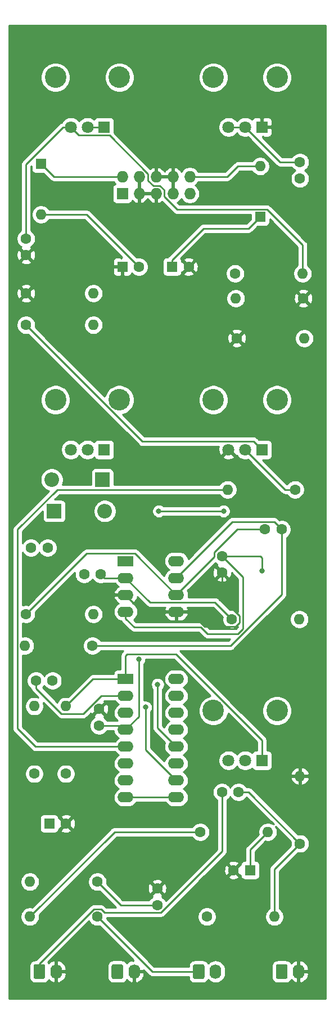
<source format=gbr>
%TF.GenerationSoftware,KiCad,Pcbnew,(5.1.12-1-10_14)*%
%TF.CreationDate,2023-08-06T16:46:36+02:00*%
%TF.ProjectId,springy_board,73707269-6e67-4795-9f62-6f6172642e6b,rev?*%
%TF.SameCoordinates,Original*%
%TF.FileFunction,Copper,L1,Top*%
%TF.FilePolarity,Positive*%
%FSLAX46Y46*%
G04 Gerber Fmt 4.6, Leading zero omitted, Abs format (unit mm)*
G04 Created by KiCad (PCBNEW (5.1.12-1-10_14)) date 2023-08-06 16:46:36*
%MOMM*%
%LPD*%
G01*
G04 APERTURE LIST*
%TA.AperFunction,ComponentPad*%
%ADD10R,1.600000X1.600000*%
%TD*%
%TA.AperFunction,ComponentPad*%
%ADD11C,1.600000*%
%TD*%
%TA.AperFunction,ComponentPad*%
%ADD12O,2.200000X2.200000*%
%TD*%
%TA.AperFunction,ComponentPad*%
%ADD13R,2.200000X2.200000*%
%TD*%
%TA.AperFunction,ComponentPad*%
%ADD14O,1.600000X1.600000*%
%TD*%
%TA.AperFunction,ComponentPad*%
%ADD15O,1.740000X2.200000*%
%TD*%
%TA.AperFunction,ComponentPad*%
%ADD16R,1.727200X1.727200*%
%TD*%
%TA.AperFunction,ComponentPad*%
%ADD17O,1.727200X1.727200*%
%TD*%
%TA.AperFunction,ComponentPad*%
%ADD18R,1.800000X1.800000*%
%TD*%
%TA.AperFunction,ComponentPad*%
%ADD19C,1.800000*%
%TD*%
%TA.AperFunction,ComponentPad*%
%ADD20C,3.240000*%
%TD*%
%TA.AperFunction,ComponentPad*%
%ADD21R,2.400000X1.600000*%
%TD*%
%TA.AperFunction,ComponentPad*%
%ADD22O,2.400000X1.600000*%
%TD*%
%TA.AperFunction,ViaPad*%
%ADD23C,0.800000*%
%TD*%
%TA.AperFunction,Conductor*%
%ADD24C,0.250000*%
%TD*%
%TA.AperFunction,Conductor*%
%ADD25C,0.254000*%
%TD*%
%TA.AperFunction,Conductor*%
%ADD26C,0.100000*%
%TD*%
G04 APERTURE END LIST*
D10*
%TO.P,10uf1,1*%
%TO.N,Net-(10uf1-Pad1)*%
X386500000Y-68750000D03*
D11*
%TO.P,10uf1,2*%
%TO.N,GND*%
X389000000Y-68750000D03*
%TD*%
%TO.P,C1,2*%
%TO.N,Net-(C1-Pad2)*%
X391750000Y-31250000D03*
%TO.P,C1,1*%
%TO.N,Net-(C1-Pad1)*%
X394250000Y-31250000D03*
%TD*%
%TO.P,C2,1*%
%TO.N,Net-(C2-Pad1)*%
X419000000Y-24500000D03*
%TO.P,C2,2*%
%TO.N,Net-(C2-Pad2)*%
X421500000Y-24500000D03*
%TD*%
%TO.P,C3,1*%
%TO.N,Net-(C2-Pad2)*%
X386250000Y-27250000D03*
%TO.P,C3,2*%
%TO.N,Net-(C3-Pad2)*%
X383750000Y-27250000D03*
%TD*%
%TO.P,C4,2*%
%TO.N,Net-(C4-Pad2)*%
X412500000Y-64000000D03*
%TO.P,C4,1*%
%TO.N,Net-(C4-Pad1)*%
X415000000Y-64000000D03*
%TD*%
%TO.P,C5,2*%
%TO.N,Net-(C5-Pad2)*%
X424250000Y30750000D03*
%TO.P,C5,1*%
%TO.N,Net-(C5-Pad1)*%
X424250000Y28250000D03*
%TD*%
%TO.P,C6,1*%
%TO.N,Net-(C6-Pad1)*%
X387000000Y-47250000D03*
%TO.P,C6,2*%
%TO.N,Net-(C6-Pad2)*%
X384500000Y-47250000D03*
%TD*%
D10*
%TO.P,C8,1*%
%TO.N,Net-(C8-Pad1)*%
X416750000Y-75750000D03*
D11*
%TO.P,C8,2*%
%TO.N,GND*%
X414250000Y-75750000D03*
%TD*%
%TO.P,C9,1*%
%TO.N,Net-(C9-Pad1)*%
X383000000Y19250000D03*
%TO.P,C9,2*%
%TO.N,GND*%
X383000000Y16750000D03*
%TD*%
%TO.P,C10,1*%
%TO.N,Net-(C10-Pad1)*%
X402750000Y-81000000D03*
%TO.P,C10,2*%
%TO.N,GND*%
X402750000Y-78500000D03*
%TD*%
%TO.P,C11,2*%
%TO.N,GND*%
X407500000Y15000000D03*
D10*
%TO.P,C11,1*%
%TO.N,Net-(C11-Pad1)*%
X405000000Y15000000D03*
%TD*%
D11*
%TO.P,C12,2*%
%TO.N,Net-(C12-Pad2)*%
X412500000Y-28500000D03*
%TO.P,C12,1*%
%TO.N,GND*%
X412500000Y-31000000D03*
%TD*%
%TO.P,C13,1*%
%TO.N,Net-(C11-Pad1)*%
X394000000Y-54000000D03*
%TO.P,C13,2*%
%TO.N,GND*%
X394000000Y-51500000D03*
%TD*%
D12*
%TO.P,D1,2*%
%TO.N,Net-(C1-Pad2)*%
X386880000Y-17000000D03*
D13*
%TO.P,D1,1*%
%TO.N,Net-(C1-Pad1)*%
X394500000Y-17000000D03*
%TD*%
%TO.P,D2,1*%
%TO.N,Net-(C1-Pad2)*%
X387250000Y-21750000D03*
D12*
%TO.P,D2,2*%
%TO.N,Net-(C1-Pad1)*%
X394870000Y-21750000D03*
%TD*%
D14*
%TO.P,D3,2*%
%TO.N,Net-(D3-Pad2)*%
X418250000Y30120000D03*
D10*
%TO.P,D3,1*%
%TO.N,Net-(C11-Pad1)*%
X418250000Y22500000D03*
%TD*%
%TO.P,D4,1*%
%TO.N,Net-(D4-Pad1)*%
X385250000Y30500000D03*
D14*
%TO.P,D4,2*%
%TO.N,Net-(C12-Pad2)*%
X385250000Y22880000D03*
%TD*%
D15*
%TO.P,INPUT,2*%
%TO.N,GND*%
X387540000Y-91000000D03*
%TO.P,INPUT,1*%
%TO.N,Net-(C4-Pad2)*%
%TA.AperFunction,ComponentPad*%
G36*
G01*
X384130000Y-91850001D02*
X384130000Y-90149999D01*
G75*
G02*
X384379999Y-89900000I249999J0D01*
G01*
X385620001Y-89900000D01*
G75*
G02*
X385870000Y-90149999I0J-249999D01*
G01*
X385870000Y-91850001D01*
G75*
G02*
X385620001Y-92100000I-249999J0D01*
G01*
X384379999Y-92100000D01*
G75*
G02*
X384130000Y-91850001I0J249999D01*
G01*
G37*
%TD.AperFunction*%
%TD*%
%TO.P,OUTPUT,1*%
%TO.N,Net-(J2-Pad1)*%
%TA.AperFunction,ComponentPad*%
G36*
G01*
X420630000Y-91850001D02*
X420630000Y-90149999D01*
G75*
G02*
X420879999Y-89900000I249999J0D01*
G01*
X422120001Y-89900000D01*
G75*
G02*
X422370000Y-90149999I0J-249999D01*
G01*
X422370000Y-91850001D01*
G75*
G02*
X422120001Y-92100000I-249999J0D01*
G01*
X420879999Y-92100000D01*
G75*
G02*
X420630000Y-91850001I0J249999D01*
G01*
G37*
%TD.AperFunction*%
%TO.P,OUTPUT,2*%
%TO.N,GND*%
X424040000Y-91000000D03*
%TD*%
D16*
%TO.P,J5,1*%
%TO.N,Net-(D4-Pad1)*%
X397500000Y26000000D03*
D17*
%TO.P,J5,2*%
X397500000Y28540000D03*
%TO.P,J5,3*%
%TO.N,GND*%
X400040000Y26000000D03*
%TO.P,J5,4*%
X400040000Y28540000D03*
%TO.P,J5,5*%
X402580000Y26000000D03*
%TO.P,J5,6*%
X402580000Y28540000D03*
%TO.P,J5,7*%
X405120000Y26000000D03*
%TO.P,J5,8*%
X405120000Y28540000D03*
%TO.P,J5,9*%
%TO.N,Net-(D3-Pad2)*%
X407660000Y26000000D03*
%TO.P,J5,10*%
X407660000Y28540000D03*
%TD*%
D14*
%TO.P,R1,2*%
%TO.N,Net-(R1-Pad2)*%
X424160000Y-38000000D03*
D11*
%TO.P,R1,1*%
%TO.N,Net-(C1-Pad1)*%
X414000000Y-38000000D03*
%TD*%
D14*
%TO.P,R2,2*%
%TO.N,Net-(C1-Pad2)*%
X393160000Y-37250000D03*
D11*
%TO.P,R2,1*%
%TO.N,Net-(C2-Pad1)*%
X383000000Y-37250000D03*
%TD*%
%TO.P,R3,1*%
%TO.N,Net-(C2-Pad2)*%
X393000000Y-42000000D03*
D14*
%TO.P,R3,2*%
%TO.N,Net-(C2-Pad1)*%
X382840000Y-42000000D03*
%TD*%
D11*
%TO.P,R4,1*%
%TO.N,GND*%
X383000000Y11000000D03*
D14*
%TO.P,R4,2*%
%TO.N,Net-(C3-Pad2)*%
X393160000Y11000000D03*
%TD*%
%TO.P,R5,2*%
%TO.N,GND*%
X424250000Y-61590000D03*
D11*
%TO.P,R5,1*%
%TO.N,Net-(C4-Pad1)*%
X424250000Y-71750000D03*
%TD*%
D14*
%TO.P,R6,2*%
%TO.N,Net-(C3-Pad2)*%
X393160000Y6250000D03*
D11*
%TO.P,R6,1*%
%TO.N,Net-(J2-Pad1)*%
X383000000Y6250000D03*
%TD*%
%TO.P,R7,1*%
%TO.N,Net-(R7-Pad1)*%
X423500000Y-18500000D03*
D14*
%TO.P,R7,2*%
%TO.N,Net-(R7-Pad2)*%
X413340000Y-18500000D03*
%TD*%
D11*
%TO.P,R8,1*%
%TO.N,Net-(R7-Pad2)*%
X410250000Y-82750000D03*
D14*
%TO.P,R8,2*%
%TO.N,Net-(C4-Pad1)*%
X420410000Y-82750000D03*
%TD*%
D11*
%TO.P,R9,1*%
%TO.N,Net-(C6-Pad2)*%
X389000000Y-61250000D03*
D14*
%TO.P,R9,2*%
%TO.N,Net-(C6-Pad1)*%
X389000000Y-51090000D03*
%TD*%
%TO.P,R10,2*%
%TO.N,Net-(C6-Pad2)*%
X384250000Y-51090000D03*
D11*
%TO.P,R10,1*%
%TO.N,Net-(10uf1-Pad1)*%
X384250000Y-61250000D03*
%TD*%
%TO.P,R11,1*%
%TO.N,Net-(C10-Pad1)*%
X393750000Y-77500000D03*
D14*
%TO.P,R11,2*%
%TO.N,Net-(R11-Pad2)*%
X383590000Y-77500000D03*
%TD*%
%TO.P,R12,2*%
%TO.N,Net-(C8-Pad1)*%
X419410000Y-70000000D03*
D11*
%TO.P,R12,1*%
%TO.N,Net-(J3-Pad2)*%
X409250000Y-70000000D03*
%TD*%
%TO.P,R13,1*%
%TO.N,Net-(R13-Pad1)*%
X414500000Y14000000D03*
D14*
%TO.P,R13,2*%
%TO.N,Net-(C9-Pad1)*%
X424660000Y14000000D03*
%TD*%
D11*
%TO.P,R14,1*%
%TO.N,GND*%
X424750000Y10250000D03*
D14*
%TO.P,R14,2*%
%TO.N,Net-(R13-Pad1)*%
X414590000Y10250000D03*
%TD*%
%TO.P,R15,2*%
%TO.N,Net-(J3-Pad2)*%
X383590000Y-82750000D03*
D11*
%TO.P,R15,1*%
%TO.N,Net-(J3-Pad1)*%
X393750000Y-82750000D03*
%TD*%
D14*
%TO.P,R16,2*%
%TO.N,Net-(C10-Pad1)*%
X424910000Y4250000D03*
D11*
%TO.P,R16,1*%
%TO.N,GND*%
X414750000Y4250000D03*
%TD*%
D18*
%TO.P,RV1,1*%
%TO.N,Net-(C1-Pad1)*%
X394750000Y-12500000D03*
D19*
%TO.P,RV1,2*%
%TO.N,Net-(C1-Pad2)*%
X392250000Y-12500000D03*
%TO.P,RV1,3*%
X389750000Y-12500000D03*
D20*
%TO.P,RV1,*%
%TO.N,*%
X387450000Y-5000000D03*
X397050000Y-5000000D03*
%TD*%
D18*
%TO.P,RV2,1*%
%TO.N,Net-(C6-Pad1)*%
X418500000Y-59250000D03*
D19*
%TO.P,RV2,2*%
%TO.N,Net-(R1-Pad2)*%
X416000000Y-59250000D03*
%TO.P,RV2,3*%
%TO.N,Net-(C4-Pad1)*%
X413500000Y-59250000D03*
D20*
%TO.P,RV2,*%
%TO.N,*%
X411200000Y-51750000D03*
X420800000Y-51750000D03*
%TD*%
%TO.P,RV3,*%
%TO.N,*%
X420800000Y-5000000D03*
X411200000Y-5000000D03*
D19*
%TO.P,RV3,3*%
%TO.N,GND*%
X413500000Y-12500000D03*
%TO.P,RV3,2*%
%TO.N,Net-(R7-Pad1)*%
X416000000Y-12500000D03*
D18*
%TO.P,RV3,1*%
%TO.N,Net-(J2-Pad1)*%
X418500000Y-12500000D03*
%TD*%
%TO.P,RV4,1*%
%TO.N,GND*%
X418500000Y36000000D03*
D19*
%TO.P,RV4,2*%
%TO.N,Net-(C5-Pad2)*%
X416000000Y36000000D03*
%TO.P,RV4,3*%
X413500000Y36000000D03*
D20*
%TO.P,RV4,*%
%TO.N,*%
X411200000Y43500000D03*
X420800000Y43500000D03*
%TD*%
%TO.P,RV5,*%
%TO.N,*%
X397050000Y43500000D03*
X387450000Y43500000D03*
D19*
%TO.P,RV5,3*%
%TO.N,Net-(C9-Pad1)*%
X389750000Y36000000D03*
%TO.P,RV5,2*%
%TO.N,Net-(RV5-Pad1)*%
X392250000Y36000000D03*
D18*
%TO.P,RV5,1*%
X394750000Y36000000D03*
%TD*%
D21*
%TO.P,U1,1*%
%TO.N,Net-(C1-Pad2)*%
X398000000Y-29250000D03*
D22*
%TO.P,U1,5*%
%TO.N,GND*%
X405620000Y-36870000D03*
%TO.P,U1,2*%
%TO.N,Net-(C1-Pad1)*%
X398000000Y-31790000D03*
%TO.P,U1,6*%
%TO.N,Net-(C2-Pad1)*%
X405620000Y-34330000D03*
%TO.P,U1,3*%
%TO.N,GND*%
X398000000Y-34330000D03*
%TO.P,U1,7*%
%TO.N,Net-(C2-Pad2)*%
X405620000Y-31790000D03*
%TO.P,U1,4*%
%TO.N,Net-(C12-Pad2)*%
X398000000Y-36870000D03*
%TO.P,U1,8*%
%TO.N,Net-(C11-Pad1)*%
X405620000Y-29250000D03*
%TD*%
D21*
%TO.P,U2,1*%
%TO.N,Net-(C6-Pad1)*%
X398000000Y-47000000D03*
D22*
%TO.P,U2,9*%
%TO.N,Net-(RV5-Pad1)*%
X405620000Y-64780000D03*
%TO.P,U2,2*%
%TO.N,Net-(C6-Pad2)*%
X398000000Y-49540000D03*
%TO.P,U2,10*%
%TO.N,Net-(C5-Pad2)*%
X405620000Y-62240000D03*
%TO.P,U2,3*%
%TO.N,Net-(R11-Pad2)*%
X398000000Y-52080000D03*
%TO.P,U2,11*%
%TO.N,Net-(C12-Pad2)*%
X405620000Y-59700000D03*
%TO.P,U2,4*%
%TO.N,Net-(C11-Pad1)*%
X398000000Y-54620000D03*
%TO.P,U2,12*%
%TO.N,Net-(R13-Pad1)*%
X405620000Y-57160000D03*
%TO.P,U2,5*%
%TO.N,Net-(R7-Pad2)*%
X398000000Y-57160000D03*
%TO.P,U2,13*%
%TO.N,Net-(J3-Pad2)*%
X405620000Y-54620000D03*
%TO.P,U2,6*%
%TO.N,Net-(C5-Pad1)*%
X398000000Y-59700000D03*
%TO.P,U2,14*%
%TO.N,Net-(J3-Pad1)*%
X405620000Y-52080000D03*
%TO.P,U2,7*%
%TO.N,Net-(C5-Pad1)*%
X398000000Y-62240000D03*
%TO.P,U2,15*%
%TO.N,N/C*%
X405620000Y-49540000D03*
%TO.P,U2,8*%
%TO.N,Net-(RV5-Pad1)*%
X398000000Y-64780000D03*
%TO.P,U2,16*%
%TO.N,N/C*%
X405620000Y-47000000D03*
%TD*%
%TO.P,TO SPRING,1*%
%TO.N,Net-(J3-Pad1)*%
%TA.AperFunction,ComponentPad*%
G36*
G01*
X408130000Y-91850001D02*
X408130000Y-90149999D01*
G75*
G02*
X408379999Y-89900000I249999J0D01*
G01*
X409620001Y-89900000D01*
G75*
G02*
X409870000Y-90149999I0J-249999D01*
G01*
X409870000Y-91850001D01*
G75*
G02*
X409620001Y-92100000I-249999J0D01*
G01*
X408379999Y-92100000D01*
G75*
G02*
X408130000Y-91850001I0J249999D01*
G01*
G37*
%TD.AperFunction*%
D15*
%TO.P,TO SPRING,2*%
%TO.N,Net-(J3-Pad2)*%
X411540000Y-91000000D03*
%TD*%
%TO.P,FROM SPRING,2*%
%TO.N,GND*%
X399290000Y-91000000D03*
%TO.P,FROM SPRING,1*%
%TO.N,Net-(C10-Pad1)*%
%TA.AperFunction,ComponentPad*%
G36*
G01*
X395880000Y-91850001D02*
X395880000Y-90149999D01*
G75*
G02*
X396129999Y-89900000I249999J0D01*
G01*
X397370001Y-89900000D01*
G75*
G02*
X397620000Y-90149999I0J-249999D01*
G01*
X397620000Y-91850001D01*
G75*
G02*
X397370001Y-92100000I-249999J0D01*
G01*
X396129999Y-92100000D01*
G75*
G02*
X395880000Y-91850001I0J249999D01*
G01*
G37*
%TD.AperFunction*%
%TD*%
D10*
%TO.P,C7,1*%
%TO.N,GND*%
X397500000Y15000000D03*
D11*
%TO.P,C7,2*%
%TO.N,Net-(C12-Pad2)*%
X400000000Y15000000D03*
%TD*%
D23*
%TO.N,Net-(C5-Pad2)*%
X401000000Y-51250000D03*
%TO.N,Net-(C12-Pad2)*%
X403000000Y-21750000D03*
X412750000Y-21750000D03*
X418500000Y-30750000D03*
%TO.N,Net-(C11-Pad1)*%
X400000000Y-44000000D03*
%TO.N,Net-(R13-Pad1)*%
X402814498Y-47814498D03*
%TD*%
D24*
%TO.N,GND*%
X414540001Y-39125001D02*
X409875001Y-39125001D01*
X415125001Y-38540001D02*
X414540001Y-39125001D01*
X412500000Y-31000000D02*
X412500000Y-34834998D01*
X412500000Y-34834998D02*
X415125001Y-37459999D01*
X415125001Y-37459999D02*
X415125001Y-38540001D01*
X407620000Y-36870000D02*
X405620000Y-36870000D01*
X409875001Y-39125001D02*
X407620000Y-36870000D01*
X400540000Y-36870000D02*
X398000000Y-34330000D01*
X405620000Y-36870000D02*
X400540000Y-36870000D01*
%TO.N,Net-(C1-Pad1)*%
X411455010Y-35455010D02*
X401665010Y-35455010D01*
X401665010Y-35455010D02*
X398000000Y-31790000D01*
X414000000Y-38000000D02*
X411455010Y-35455010D01*
X394790000Y-31790000D02*
X394250000Y-31250000D01*
X398000000Y-31790000D02*
X394790000Y-31790000D01*
%TO.N,Net-(C2-Pad1)*%
X411374999Y-28575001D02*
X405620000Y-34330000D01*
X411374999Y-27959999D02*
X411374999Y-28575001D01*
X414834998Y-24500000D02*
X411374999Y-27959999D01*
X419000000Y-24500000D02*
X414834998Y-24500000D01*
X399414999Y-28124999D02*
X405620000Y-34330000D01*
X392125001Y-28124999D02*
X399414999Y-28124999D01*
X383000000Y-37250000D02*
X392125001Y-28124999D01*
%TO.N,Net-(C2-Pad2)*%
X420374999Y-23374999D02*
X414035001Y-23374999D01*
X414035001Y-23374999D02*
X405620000Y-31790000D01*
X421500000Y-24500000D02*
X420374999Y-23374999D01*
X413772822Y-42000000D02*
X421500000Y-34272822D01*
X421500000Y-34272822D02*
X421500000Y-25631370D01*
X421500000Y-25631370D02*
X421500000Y-24500000D01*
X393000000Y-42000000D02*
X413772822Y-42000000D01*
%TO.N,Net-(C4-Pad2)*%
X394790003Y-82125001D02*
X394290001Y-81624999D01*
X403290001Y-82125001D02*
X394790003Y-82125001D01*
X393209999Y-81624999D02*
X385000000Y-89834998D01*
X412500000Y-72915002D02*
X403290001Y-82125001D01*
X385000000Y-89834998D02*
X385000000Y-91000000D01*
X394290001Y-81624999D02*
X393209999Y-81624999D01*
X412500000Y-64000000D02*
X412500000Y-72915002D01*
%TO.N,Net-(C4-Pad1)*%
X416500000Y-64000000D02*
X415000000Y-64000000D01*
X424250000Y-71750000D02*
X416500000Y-64000000D01*
X420410000Y-75590000D02*
X424250000Y-71750000D01*
X420410000Y-82750000D02*
X420410000Y-75590000D01*
%TO.N,Net-(C5-Pad2)*%
X416000000Y36000000D02*
X413500000Y36000000D01*
X421250000Y30750000D02*
X416000000Y36000000D01*
X424250000Y30750000D02*
X421250000Y30750000D01*
X401000000Y-57620000D02*
X405620000Y-62240000D01*
X401000000Y-51250000D02*
X401000000Y-57620000D01*
%TO.N,Net-(C6-Pad1)*%
X393090000Y-47000000D02*
X389000000Y-51090000D01*
X398000000Y-47000000D02*
X393090000Y-47000000D01*
X418500000Y-56171398D02*
X405578602Y-43250000D01*
X418500000Y-59250000D02*
X418500000Y-56171398D01*
X405578602Y-43250000D02*
X398250000Y-43250000D01*
X398000000Y-43500000D02*
X398000000Y-47000000D01*
X398250000Y-43250000D02*
X398000000Y-43500000D01*
%TO.N,Net-(C6-Pad2)*%
X388333631Y-52215001D02*
X391619997Y-52215001D01*
X394294998Y-49540000D02*
X398000000Y-49540000D01*
X384500000Y-48381370D02*
X388333631Y-52215001D01*
X391619997Y-52215001D02*
X394294998Y-49540000D01*
X384500000Y-47250000D02*
X384500000Y-48381370D01*
%TO.N,Net-(C12-Pad2)*%
X392120000Y22880000D02*
X385250000Y22880000D01*
X400000000Y15000000D02*
X392120000Y22880000D01*
X410313599Y-40200009D02*
X414936402Y-40200009D01*
X398000000Y-36870000D02*
X398000000Y-37920000D01*
X415700011Y-39436400D02*
X415700011Y-31700011D01*
X399280011Y-39200011D02*
X409313601Y-39200011D01*
X398000000Y-37920000D02*
X399280011Y-39200011D01*
X409313601Y-39200011D02*
X410313599Y-40200009D01*
X414936402Y-40200009D02*
X415700011Y-39436400D01*
X415700011Y-31700011D02*
X413299999Y-29299999D01*
X413299999Y-29299999D02*
X412500000Y-28500000D01*
X403000000Y-21750000D02*
X412750000Y-21750000D01*
X412750000Y-21750000D02*
X412750000Y-21750000D01*
X418250000Y-28500000D02*
X412500000Y-28500000D01*
X418500000Y-28750000D02*
X418250000Y-28500000D01*
X418500000Y-30750000D02*
X418500000Y-28750000D01*
%TO.N,Net-(C8-Pad1)*%
X416750000Y-72660000D02*
X419410000Y-70000000D01*
X416750000Y-75750000D02*
X416750000Y-72660000D01*
%TO.N,Net-(C9-Pad1)*%
X388564998Y36000000D02*
X389750000Y36000000D01*
X383000000Y30435002D02*
X388564998Y36000000D01*
X383000000Y19250000D02*
X383000000Y30435002D01*
X403768601Y25592269D02*
X405735869Y23625001D01*
X403768601Y26570529D02*
X403768601Y25592269D01*
X419310001Y23625001D02*
X424660000Y18275002D01*
X402172269Y27188601D02*
X403150529Y27188601D01*
X401391399Y27969471D02*
X402172269Y27188601D01*
X405735869Y23625001D02*
X419310001Y23625001D01*
X401391399Y28947731D02*
X401391399Y27969471D01*
X395564131Y34774999D02*
X401391399Y28947731D01*
X424660000Y18275002D02*
X424660000Y14000000D01*
X403150529Y27188601D02*
X403768601Y26570529D01*
X390975001Y34774999D02*
X395564131Y34774999D01*
X389750000Y36000000D02*
X390975001Y34774999D01*
%TO.N,Net-(C10-Pad1)*%
X397250000Y-81000000D02*
X393750000Y-77500000D01*
X402750000Y-81000000D02*
X397250000Y-81000000D01*
%TO.N,Net-(C11-Pad1)*%
X405000000Y16050000D02*
X409700000Y20750000D01*
X405000000Y15000000D02*
X405000000Y16050000D01*
X416500000Y20750000D02*
X418250000Y22500000D01*
X409700000Y20750000D02*
X416500000Y20750000D01*
X397380000Y-54000000D02*
X398000000Y-54620000D01*
X394000000Y-54000000D02*
X397380000Y-54000000D01*
X398000000Y-54620000D02*
X397880000Y-54620000D01*
X400000000Y-52620000D02*
X398000000Y-54620000D01*
X400000000Y-44000000D02*
X400000000Y-52620000D01*
%TO.N,Net-(D3-Pad2)*%
X407660000Y28540000D02*
X413290000Y28540000D01*
X414870000Y30120000D02*
X418250000Y30120000D01*
X413290000Y28540000D02*
X414870000Y30120000D01*
%TO.N,Net-(D4-Pad1)*%
X387210000Y28540000D02*
X385250000Y30500000D01*
X397500000Y28540000D02*
X387210000Y28540000D01*
%TO.N,Net-(J2-Pad1)*%
X400524999Y-11274999D02*
X383000000Y6250000D01*
X417274999Y-11274999D02*
X400524999Y-11274999D01*
X418500000Y-12500000D02*
X417274999Y-11274999D01*
%TO.N,Net-(R7-Pad1)*%
X422000000Y-18500000D02*
X416000000Y-12500000D01*
X423500000Y-18500000D02*
X422000000Y-18500000D01*
%TO.N,Net-(R7-Pad2)*%
X381714999Y-24499999D02*
X381714999Y-54464999D01*
X387714998Y-18500000D02*
X381714999Y-24499999D01*
X413340000Y-18500000D02*
X387714998Y-18500000D01*
X384410000Y-57160000D02*
X398000000Y-57160000D01*
X381714999Y-54464999D02*
X384410000Y-57160000D01*
%TO.N,Net-(J3-Pad2)*%
X396340000Y-70000000D02*
X409250000Y-70000000D01*
X383590000Y-82750000D02*
X396340000Y-70000000D01*
%TO.N,Net-(R13-Pad1)*%
X402814498Y-54354498D02*
X405620000Y-57160000D01*
X402814498Y-47814498D02*
X402814498Y-54354498D01*
%TO.N,Net-(J3-Pad1)*%
X402000000Y-91000000D02*
X393750000Y-82750000D01*
X409000000Y-91000000D02*
X402000000Y-91000000D01*
%TO.N,Net-(RV5-Pad1)*%
X392250000Y36000000D02*
X394750000Y36000000D01*
X405620000Y-64780000D02*
X398000000Y-64780000D01*
%TD*%
D25*
%TO.N,GND*%
X428090001Y-95090000D02*
X380410000Y-95090000D01*
X380410000Y-90149999D01*
X383491928Y-90149999D01*
X383491928Y-91850001D01*
X383508992Y-92023255D01*
X383559528Y-92189851D01*
X383641595Y-92343387D01*
X383752038Y-92477962D01*
X383886613Y-92588405D01*
X384040149Y-92670472D01*
X384206745Y-92721008D01*
X384379999Y-92738072D01*
X385620001Y-92738072D01*
X385793255Y-92721008D01*
X385959851Y-92670472D01*
X386113387Y-92588405D01*
X386247962Y-92477962D01*
X386358405Y-92343387D01*
X386416507Y-92234686D01*
X386569506Y-92390536D01*
X386814563Y-92557571D01*
X387087498Y-92673588D01*
X387179969Y-92691302D01*
X387413000Y-92570246D01*
X387413000Y-91127000D01*
X387667000Y-91127000D01*
X387667000Y-92570246D01*
X387900031Y-92691302D01*
X387992502Y-92673588D01*
X388265437Y-92557571D01*
X388510494Y-92390536D01*
X388718256Y-92178903D01*
X388880738Y-91930804D01*
X388991696Y-91655773D01*
X389046866Y-91364380D01*
X388890586Y-91127000D01*
X387667000Y-91127000D01*
X387413000Y-91127000D01*
X387393000Y-91127000D01*
X387393000Y-90873000D01*
X387413000Y-90873000D01*
X387413000Y-89429754D01*
X387667000Y-89429754D01*
X387667000Y-90873000D01*
X388890586Y-90873000D01*
X389046866Y-90635620D01*
X388991696Y-90344227D01*
X388880738Y-90069196D01*
X388718256Y-89821097D01*
X388510494Y-89609464D01*
X388265437Y-89442429D01*
X387992502Y-89326412D01*
X387900031Y-89308698D01*
X387667000Y-89429754D01*
X387413000Y-89429754D01*
X387179969Y-89308698D01*
X387087498Y-89326412D01*
X386814563Y-89442429D01*
X386569506Y-89609464D01*
X386416507Y-89765314D01*
X386358405Y-89656613D01*
X386310977Y-89598822D01*
X392479022Y-83430778D01*
X392635363Y-83664759D01*
X392835241Y-83864637D01*
X393070273Y-84021680D01*
X393331426Y-84129853D01*
X393608665Y-84185000D01*
X393891335Y-84185000D01*
X394073887Y-84148688D01*
X399190198Y-89265000D01*
X399162998Y-89265000D01*
X399162998Y-89429753D01*
X398929969Y-89308698D01*
X398837498Y-89326412D01*
X398564563Y-89442429D01*
X398319506Y-89609464D01*
X398166507Y-89765314D01*
X398108405Y-89656613D01*
X397997962Y-89522038D01*
X397863387Y-89411595D01*
X397709851Y-89329528D01*
X397543255Y-89278992D01*
X397370001Y-89261928D01*
X396129999Y-89261928D01*
X395956745Y-89278992D01*
X395790149Y-89329528D01*
X395636613Y-89411595D01*
X395502038Y-89522038D01*
X395391595Y-89656613D01*
X395309528Y-89810149D01*
X395258992Y-89976745D01*
X395241928Y-90149999D01*
X395241928Y-91850001D01*
X395258992Y-92023255D01*
X395309528Y-92189851D01*
X395391595Y-92343387D01*
X395502038Y-92477962D01*
X395636613Y-92588405D01*
X395790149Y-92670472D01*
X395956745Y-92721008D01*
X396129999Y-92738072D01*
X397370001Y-92738072D01*
X397543255Y-92721008D01*
X397709851Y-92670472D01*
X397863387Y-92588405D01*
X397997962Y-92477962D01*
X398108405Y-92343387D01*
X398166507Y-92234686D01*
X398319506Y-92390536D01*
X398564563Y-92557571D01*
X398837498Y-92673588D01*
X398929969Y-92691302D01*
X399163000Y-92570246D01*
X399163000Y-91127000D01*
X399417000Y-91127000D01*
X399417000Y-92570246D01*
X399650031Y-92691302D01*
X399742502Y-92673588D01*
X400015437Y-92557571D01*
X400260494Y-92390536D01*
X400468256Y-92178903D01*
X400630738Y-91930804D01*
X400741696Y-91655773D01*
X400796866Y-91364380D01*
X400640586Y-91127000D01*
X399417000Y-91127000D01*
X399163000Y-91127000D01*
X399143000Y-91127000D01*
X399143000Y-90873000D01*
X399163000Y-90873000D01*
X399163000Y-90853000D01*
X399417000Y-90853000D01*
X399417000Y-90873000D01*
X400640586Y-90873000D01*
X400703157Y-90777959D01*
X401436201Y-91511003D01*
X401459999Y-91540001D01*
X401488997Y-91563799D01*
X401575723Y-91634974D01*
X401707753Y-91705546D01*
X401851014Y-91749003D01*
X401962667Y-91760000D01*
X401962677Y-91760000D01*
X402000000Y-91763676D01*
X402037323Y-91760000D01*
X407491928Y-91760000D01*
X407491928Y-91850001D01*
X407508992Y-92023255D01*
X407559528Y-92189851D01*
X407641595Y-92343387D01*
X407752038Y-92477962D01*
X407886613Y-92588405D01*
X408040149Y-92670472D01*
X408206745Y-92721008D01*
X408379999Y-92738072D01*
X409620001Y-92738072D01*
X409793255Y-92721008D01*
X409959851Y-92670472D01*
X410113387Y-92588405D01*
X410247962Y-92477962D01*
X410358405Y-92343387D01*
X410416934Y-92233886D01*
X410470655Y-92299345D01*
X410699822Y-92487417D01*
X410961276Y-92627166D01*
X411244969Y-92713224D01*
X411540000Y-92742282D01*
X411835032Y-92713224D01*
X412118725Y-92627166D01*
X412380179Y-92487417D01*
X412609345Y-92299345D01*
X412797417Y-92070179D01*
X412937166Y-91808724D01*
X413023224Y-91525031D01*
X413045000Y-91303935D01*
X413045000Y-90696064D01*
X413023224Y-90474968D01*
X412937166Y-90191275D01*
X412915104Y-90149999D01*
X419991928Y-90149999D01*
X419991928Y-91850001D01*
X420008992Y-92023255D01*
X420059528Y-92189851D01*
X420141595Y-92343387D01*
X420252038Y-92477962D01*
X420386613Y-92588405D01*
X420540149Y-92670472D01*
X420706745Y-92721008D01*
X420879999Y-92738072D01*
X422120001Y-92738072D01*
X422293255Y-92721008D01*
X422459851Y-92670472D01*
X422613387Y-92588405D01*
X422747962Y-92477962D01*
X422858405Y-92343387D01*
X422916507Y-92234686D01*
X423069506Y-92390536D01*
X423314563Y-92557571D01*
X423587498Y-92673588D01*
X423679969Y-92691302D01*
X423913000Y-92570246D01*
X423913000Y-91127000D01*
X424167000Y-91127000D01*
X424167000Y-92570246D01*
X424400031Y-92691302D01*
X424492502Y-92673588D01*
X424765437Y-92557571D01*
X425010494Y-92390536D01*
X425218256Y-92178903D01*
X425380738Y-91930804D01*
X425491696Y-91655773D01*
X425546866Y-91364380D01*
X425390586Y-91127000D01*
X424167000Y-91127000D01*
X423913000Y-91127000D01*
X423893000Y-91127000D01*
X423893000Y-90873000D01*
X423913000Y-90873000D01*
X423913000Y-89429754D01*
X424167000Y-89429754D01*
X424167000Y-90873000D01*
X425390586Y-90873000D01*
X425546866Y-90635620D01*
X425491696Y-90344227D01*
X425380738Y-90069196D01*
X425218256Y-89821097D01*
X425010494Y-89609464D01*
X424765437Y-89442429D01*
X424492502Y-89326412D01*
X424400031Y-89308698D01*
X424167000Y-89429754D01*
X423913000Y-89429754D01*
X423679969Y-89308698D01*
X423587498Y-89326412D01*
X423314563Y-89442429D01*
X423069506Y-89609464D01*
X422916507Y-89765314D01*
X422858405Y-89656613D01*
X422747962Y-89522038D01*
X422613387Y-89411595D01*
X422459851Y-89329528D01*
X422293255Y-89278992D01*
X422120001Y-89261928D01*
X420879999Y-89261928D01*
X420706745Y-89278992D01*
X420540149Y-89329528D01*
X420386613Y-89411595D01*
X420252038Y-89522038D01*
X420141595Y-89656613D01*
X420059528Y-89810149D01*
X420008992Y-89976745D01*
X419991928Y-90149999D01*
X412915104Y-90149999D01*
X412797417Y-89929821D01*
X412609345Y-89700655D01*
X412380178Y-89512583D01*
X412118724Y-89372834D01*
X411835031Y-89286776D01*
X411540000Y-89257718D01*
X411244968Y-89286776D01*
X410961275Y-89372834D01*
X410699821Y-89512583D01*
X410470655Y-89700655D01*
X410416935Y-89766114D01*
X410358405Y-89656613D01*
X410247962Y-89522038D01*
X410113387Y-89411595D01*
X409959851Y-89329528D01*
X409793255Y-89278992D01*
X409620001Y-89261928D01*
X408379999Y-89261928D01*
X408206745Y-89278992D01*
X408040149Y-89329528D01*
X407886613Y-89411595D01*
X407752038Y-89522038D01*
X407641595Y-89656613D01*
X407559528Y-89810149D01*
X407508992Y-89976745D01*
X407491928Y-90149999D01*
X407491928Y-90240000D01*
X402314802Y-90240000D01*
X395148688Y-83073887D01*
X395185000Y-82891335D01*
X395185000Y-82885001D01*
X403252679Y-82885001D01*
X403290001Y-82888677D01*
X403327323Y-82885001D01*
X403327334Y-82885001D01*
X403438987Y-82874004D01*
X403582248Y-82830547D01*
X403714277Y-82759975D01*
X403830002Y-82665002D01*
X403853805Y-82635998D01*
X403881138Y-82608665D01*
X408815000Y-82608665D01*
X408815000Y-82891335D01*
X408870147Y-83168574D01*
X408978320Y-83429727D01*
X409135363Y-83664759D01*
X409335241Y-83864637D01*
X409570273Y-84021680D01*
X409831426Y-84129853D01*
X410108665Y-84185000D01*
X410391335Y-84185000D01*
X410668574Y-84129853D01*
X410929727Y-84021680D01*
X411164759Y-83864637D01*
X411364637Y-83664759D01*
X411521680Y-83429727D01*
X411629853Y-83168574D01*
X411685000Y-82891335D01*
X411685000Y-82608665D01*
X411629853Y-82331426D01*
X411521680Y-82070273D01*
X411364637Y-81835241D01*
X411164759Y-81635363D01*
X410929727Y-81478320D01*
X410668574Y-81370147D01*
X410391335Y-81315000D01*
X410108665Y-81315000D01*
X409831426Y-81370147D01*
X409570273Y-81478320D01*
X409335241Y-81635363D01*
X409135363Y-81835241D01*
X408978320Y-82070273D01*
X408870147Y-82331426D01*
X408815000Y-82608665D01*
X403881138Y-82608665D01*
X409747101Y-76742702D01*
X413436903Y-76742702D01*
X413508486Y-76986671D01*
X413763996Y-77107571D01*
X414038184Y-77176300D01*
X414320512Y-77190217D01*
X414600130Y-77148787D01*
X414866292Y-77053603D01*
X414991514Y-76986671D01*
X415063097Y-76742702D01*
X414250000Y-75929605D01*
X413436903Y-76742702D01*
X409747101Y-76742702D01*
X410669292Y-75820512D01*
X412809783Y-75820512D01*
X412851213Y-76100130D01*
X412946397Y-76366292D01*
X413013329Y-76491514D01*
X413257298Y-76563097D01*
X414070395Y-75750000D01*
X413257298Y-74936903D01*
X413013329Y-75008486D01*
X412892429Y-75263996D01*
X412823700Y-75538184D01*
X412809783Y-75820512D01*
X410669292Y-75820512D01*
X411732506Y-74757298D01*
X413436903Y-74757298D01*
X414250000Y-75570395D01*
X415063097Y-74757298D01*
X414991514Y-74513329D01*
X414736004Y-74392429D01*
X414461816Y-74323700D01*
X414179488Y-74309783D01*
X413899870Y-74351213D01*
X413633708Y-74446397D01*
X413508486Y-74513329D01*
X413436903Y-74757298D01*
X411732506Y-74757298D01*
X413011008Y-73478797D01*
X413040001Y-73455003D01*
X413063795Y-73426010D01*
X413063799Y-73426006D01*
X413134973Y-73339279D01*
X413158655Y-73294974D01*
X413205546Y-73207249D01*
X413249003Y-73063988D01*
X413260000Y-72952335D01*
X413260000Y-72952326D01*
X413263676Y-72915003D01*
X413260000Y-72877680D01*
X413260000Y-65218043D01*
X413414759Y-65114637D01*
X413614637Y-64914759D01*
X413750000Y-64712173D01*
X413885363Y-64914759D01*
X414085241Y-65114637D01*
X414320273Y-65271680D01*
X414581426Y-65379853D01*
X414858665Y-65435000D01*
X415141335Y-65435000D01*
X415418574Y-65379853D01*
X415679727Y-65271680D01*
X415914759Y-65114637D01*
X416114637Y-64914759D01*
X416204888Y-64779689D01*
X420281972Y-68856774D01*
X420089727Y-68728320D01*
X419828574Y-68620147D01*
X419551335Y-68565000D01*
X419268665Y-68565000D01*
X418991426Y-68620147D01*
X418730273Y-68728320D01*
X418495241Y-68885363D01*
X418295363Y-69085241D01*
X418138320Y-69320273D01*
X418030147Y-69581426D01*
X417975000Y-69858665D01*
X417975000Y-70141335D01*
X418011312Y-70323886D01*
X416238998Y-72096201D01*
X416210000Y-72119999D01*
X416186202Y-72148997D01*
X416186201Y-72148998D01*
X416115026Y-72235724D01*
X416044454Y-72367754D01*
X416000998Y-72511015D01*
X415986324Y-72660000D01*
X415990001Y-72697332D01*
X415990000Y-74311928D01*
X415950000Y-74311928D01*
X415825518Y-74324188D01*
X415705820Y-74360498D01*
X415595506Y-74419463D01*
X415498815Y-74498815D01*
X415419463Y-74595506D01*
X415360498Y-74705820D01*
X415324188Y-74825518D01*
X415311928Y-74950000D01*
X415311928Y-74957215D01*
X415242702Y-74936903D01*
X414429605Y-75750000D01*
X415242702Y-76563097D01*
X415311928Y-76542785D01*
X415311928Y-76550000D01*
X415324188Y-76674482D01*
X415360498Y-76794180D01*
X415419463Y-76904494D01*
X415498815Y-77001185D01*
X415595506Y-77080537D01*
X415705820Y-77139502D01*
X415825518Y-77175812D01*
X415950000Y-77188072D01*
X417550000Y-77188072D01*
X417674482Y-77175812D01*
X417794180Y-77139502D01*
X417904494Y-77080537D01*
X418001185Y-77001185D01*
X418080537Y-76904494D01*
X418139502Y-76794180D01*
X418175812Y-76674482D01*
X418188072Y-76550000D01*
X418188072Y-74950000D01*
X418175812Y-74825518D01*
X418139502Y-74705820D01*
X418080537Y-74595506D01*
X418001185Y-74498815D01*
X417904494Y-74419463D01*
X417794180Y-74360498D01*
X417674482Y-74324188D01*
X417550000Y-74311928D01*
X417510000Y-74311928D01*
X417510000Y-72974801D01*
X419086114Y-71398688D01*
X419268665Y-71435000D01*
X419551335Y-71435000D01*
X419828574Y-71379853D01*
X420089727Y-71271680D01*
X420324759Y-71114637D01*
X420524637Y-70914759D01*
X420681680Y-70679727D01*
X420789853Y-70418574D01*
X420845000Y-70141335D01*
X420845000Y-69858665D01*
X420789853Y-69581426D01*
X420681680Y-69320273D01*
X420553226Y-69128028D01*
X422851312Y-71426114D01*
X422815000Y-71608665D01*
X422815000Y-71891335D01*
X422851312Y-72073886D01*
X419898998Y-75026201D01*
X419870000Y-75049999D01*
X419846202Y-75078997D01*
X419846201Y-75078998D01*
X419775026Y-75165724D01*
X419704454Y-75297754D01*
X419674180Y-75397558D01*
X419660998Y-75441014D01*
X419650001Y-75552667D01*
X419646324Y-75590000D01*
X419650001Y-75627332D01*
X419650000Y-81531956D01*
X419495241Y-81635363D01*
X419295363Y-81835241D01*
X419138320Y-82070273D01*
X419030147Y-82331426D01*
X418975000Y-82608665D01*
X418975000Y-82891335D01*
X419030147Y-83168574D01*
X419138320Y-83429727D01*
X419295363Y-83664759D01*
X419495241Y-83864637D01*
X419730273Y-84021680D01*
X419991426Y-84129853D01*
X420268665Y-84185000D01*
X420551335Y-84185000D01*
X420828574Y-84129853D01*
X421089727Y-84021680D01*
X421324759Y-83864637D01*
X421524637Y-83664759D01*
X421681680Y-83429727D01*
X421789853Y-83168574D01*
X421845000Y-82891335D01*
X421845000Y-82608665D01*
X421789853Y-82331426D01*
X421681680Y-82070273D01*
X421524637Y-81835241D01*
X421324759Y-81635363D01*
X421170000Y-81531957D01*
X421170000Y-75904801D01*
X423926114Y-73148688D01*
X424108665Y-73185000D01*
X424391335Y-73185000D01*
X424668574Y-73129853D01*
X424929727Y-73021680D01*
X425164759Y-72864637D01*
X425364637Y-72664759D01*
X425521680Y-72429727D01*
X425629853Y-72168574D01*
X425685000Y-71891335D01*
X425685000Y-71608665D01*
X425629853Y-71331426D01*
X425521680Y-71070273D01*
X425364637Y-70835241D01*
X425164759Y-70635363D01*
X424929727Y-70478320D01*
X424668574Y-70370147D01*
X424391335Y-70315000D01*
X424108665Y-70315000D01*
X423926114Y-70351312D01*
X417063804Y-63489003D01*
X417040001Y-63459999D01*
X416924276Y-63365026D01*
X416792247Y-63294454D01*
X416648986Y-63250997D01*
X416537333Y-63240000D01*
X416537322Y-63240000D01*
X416500000Y-63236324D01*
X416462678Y-63240000D01*
X416218043Y-63240000D01*
X416114637Y-63085241D01*
X415914759Y-62885363D01*
X415679727Y-62728320D01*
X415418574Y-62620147D01*
X415141335Y-62565000D01*
X414858665Y-62565000D01*
X414581426Y-62620147D01*
X414320273Y-62728320D01*
X414085241Y-62885363D01*
X413885363Y-63085241D01*
X413750000Y-63287827D01*
X413614637Y-63085241D01*
X413414759Y-62885363D01*
X413179727Y-62728320D01*
X412918574Y-62620147D01*
X412641335Y-62565000D01*
X412358665Y-62565000D01*
X412081426Y-62620147D01*
X411820273Y-62728320D01*
X411585241Y-62885363D01*
X411385363Y-63085241D01*
X411228320Y-63320273D01*
X411120147Y-63581426D01*
X411065000Y-63858665D01*
X411065000Y-64141335D01*
X411120147Y-64418574D01*
X411228320Y-64679727D01*
X411385363Y-64914759D01*
X411585241Y-65114637D01*
X411740000Y-65218044D01*
X411740001Y-72600198D01*
X404020978Y-80319223D01*
X403864637Y-80085241D01*
X403664759Y-79885363D01*
X403464131Y-79751308D01*
X403491514Y-79736671D01*
X403563097Y-79492702D01*
X402750000Y-78679605D01*
X401936903Y-79492702D01*
X402008486Y-79736671D01*
X402037341Y-79750324D01*
X401835241Y-79885363D01*
X401635363Y-80085241D01*
X401531957Y-80240000D01*
X397564803Y-80240000D01*
X395895315Y-78570512D01*
X401309783Y-78570512D01*
X401351213Y-78850130D01*
X401446397Y-79116292D01*
X401513329Y-79241514D01*
X401757298Y-79313097D01*
X402570395Y-78500000D01*
X402929605Y-78500000D01*
X403742702Y-79313097D01*
X403986671Y-79241514D01*
X404107571Y-78986004D01*
X404176300Y-78711816D01*
X404190217Y-78429488D01*
X404148787Y-78149870D01*
X404053603Y-77883708D01*
X403986671Y-77758486D01*
X403742702Y-77686903D01*
X402929605Y-78500000D01*
X402570395Y-78500000D01*
X401757298Y-77686903D01*
X401513329Y-77758486D01*
X401392429Y-78013996D01*
X401323700Y-78288184D01*
X401309783Y-78570512D01*
X395895315Y-78570512D01*
X395148688Y-77823886D01*
X395185000Y-77641335D01*
X395185000Y-77507298D01*
X401936903Y-77507298D01*
X402750000Y-78320395D01*
X403563097Y-77507298D01*
X403491514Y-77263329D01*
X403236004Y-77142429D01*
X402961816Y-77073700D01*
X402679488Y-77059783D01*
X402399870Y-77101213D01*
X402133708Y-77196397D01*
X402008486Y-77263329D01*
X401936903Y-77507298D01*
X395185000Y-77507298D01*
X395185000Y-77358665D01*
X395129853Y-77081426D01*
X395021680Y-76820273D01*
X394864637Y-76585241D01*
X394664759Y-76385363D01*
X394429727Y-76228320D01*
X394168574Y-76120147D01*
X393891335Y-76065000D01*
X393608665Y-76065000D01*
X393331426Y-76120147D01*
X393070273Y-76228320D01*
X392835241Y-76385363D01*
X392635363Y-76585241D01*
X392478320Y-76820273D01*
X392370147Y-77081426D01*
X392315000Y-77358665D01*
X392315000Y-77641335D01*
X392370147Y-77918574D01*
X392478320Y-78179727D01*
X392635363Y-78414759D01*
X392835241Y-78614637D01*
X393070273Y-78771680D01*
X393331426Y-78879853D01*
X393608665Y-78935000D01*
X393891335Y-78935000D01*
X394073886Y-78898688D01*
X396540198Y-81365001D01*
X395104804Y-81365001D01*
X394853805Y-81114002D01*
X394830002Y-81084998D01*
X394714277Y-80990025D01*
X394582248Y-80919453D01*
X394438987Y-80875996D01*
X394327334Y-80864999D01*
X394327323Y-80864999D01*
X394290001Y-80861323D01*
X394252679Y-80864999D01*
X393247322Y-80864999D01*
X393209999Y-80861323D01*
X393172676Y-80864999D01*
X393172666Y-80864999D01*
X393061013Y-80875996D01*
X392917752Y-80919453D01*
X392785722Y-80990025D01*
X392773568Y-81000000D01*
X392669998Y-81084998D01*
X392646200Y-81113996D01*
X384498269Y-89261928D01*
X384379999Y-89261928D01*
X384206745Y-89278992D01*
X384040149Y-89329528D01*
X383886613Y-89411595D01*
X383752038Y-89522038D01*
X383641595Y-89656613D01*
X383559528Y-89810149D01*
X383508992Y-89976745D01*
X383491928Y-90149999D01*
X380410000Y-90149999D01*
X380410000Y-82608665D01*
X382155000Y-82608665D01*
X382155000Y-82891335D01*
X382210147Y-83168574D01*
X382318320Y-83429727D01*
X382475363Y-83664759D01*
X382675241Y-83864637D01*
X382910273Y-84021680D01*
X383171426Y-84129853D01*
X383448665Y-84185000D01*
X383731335Y-84185000D01*
X384008574Y-84129853D01*
X384269727Y-84021680D01*
X384504759Y-83864637D01*
X384704637Y-83664759D01*
X384861680Y-83429727D01*
X384969853Y-83168574D01*
X385025000Y-82891335D01*
X385025000Y-82608665D01*
X384988688Y-82426113D01*
X396654802Y-70760000D01*
X408031957Y-70760000D01*
X408135363Y-70914759D01*
X408335241Y-71114637D01*
X408570273Y-71271680D01*
X408831426Y-71379853D01*
X409108665Y-71435000D01*
X409391335Y-71435000D01*
X409668574Y-71379853D01*
X409929727Y-71271680D01*
X410164759Y-71114637D01*
X410364637Y-70914759D01*
X410521680Y-70679727D01*
X410629853Y-70418574D01*
X410685000Y-70141335D01*
X410685000Y-69858665D01*
X410629853Y-69581426D01*
X410521680Y-69320273D01*
X410364637Y-69085241D01*
X410164759Y-68885363D01*
X409929727Y-68728320D01*
X409668574Y-68620147D01*
X409391335Y-68565000D01*
X409108665Y-68565000D01*
X408831426Y-68620147D01*
X408570273Y-68728320D01*
X408335241Y-68885363D01*
X408135363Y-69085241D01*
X408031957Y-69240000D01*
X396377323Y-69240000D01*
X396340000Y-69236324D01*
X396302677Y-69240000D01*
X396302667Y-69240000D01*
X396191014Y-69250997D01*
X396047753Y-69294454D01*
X395915723Y-69365026D01*
X395832083Y-69433668D01*
X395799999Y-69459999D01*
X395776201Y-69488997D01*
X383913887Y-81351312D01*
X383731335Y-81315000D01*
X383448665Y-81315000D01*
X383171426Y-81370147D01*
X382910273Y-81478320D01*
X382675241Y-81635363D01*
X382475363Y-81835241D01*
X382318320Y-82070273D01*
X382210147Y-82331426D01*
X382155000Y-82608665D01*
X380410000Y-82608665D01*
X380410000Y-77358665D01*
X382155000Y-77358665D01*
X382155000Y-77641335D01*
X382210147Y-77918574D01*
X382318320Y-78179727D01*
X382475363Y-78414759D01*
X382675241Y-78614637D01*
X382910273Y-78771680D01*
X383171426Y-78879853D01*
X383448665Y-78935000D01*
X383731335Y-78935000D01*
X384008574Y-78879853D01*
X384269727Y-78771680D01*
X384504759Y-78614637D01*
X384704637Y-78414759D01*
X384861680Y-78179727D01*
X384969853Y-77918574D01*
X385025000Y-77641335D01*
X385025000Y-77358665D01*
X384969853Y-77081426D01*
X384861680Y-76820273D01*
X384704637Y-76585241D01*
X384504759Y-76385363D01*
X384269727Y-76228320D01*
X384008574Y-76120147D01*
X383731335Y-76065000D01*
X383448665Y-76065000D01*
X383171426Y-76120147D01*
X382910273Y-76228320D01*
X382675241Y-76385363D01*
X382475363Y-76585241D01*
X382318320Y-76820273D01*
X382210147Y-77081426D01*
X382155000Y-77358665D01*
X380410000Y-77358665D01*
X380410000Y-67950000D01*
X385061928Y-67950000D01*
X385061928Y-69550000D01*
X385074188Y-69674482D01*
X385110498Y-69794180D01*
X385169463Y-69904494D01*
X385248815Y-70001185D01*
X385345506Y-70080537D01*
X385455820Y-70139502D01*
X385575518Y-70175812D01*
X385700000Y-70188072D01*
X387300000Y-70188072D01*
X387424482Y-70175812D01*
X387544180Y-70139502D01*
X387654494Y-70080537D01*
X387751185Y-70001185D01*
X387830537Y-69904494D01*
X387889502Y-69794180D01*
X387905117Y-69742702D01*
X388186903Y-69742702D01*
X388258486Y-69986671D01*
X388513996Y-70107571D01*
X388788184Y-70176300D01*
X389070512Y-70190217D01*
X389350130Y-70148787D01*
X389616292Y-70053603D01*
X389741514Y-69986671D01*
X389813097Y-69742702D01*
X389000000Y-68929605D01*
X388186903Y-69742702D01*
X387905117Y-69742702D01*
X387925812Y-69674482D01*
X387938072Y-69550000D01*
X387938072Y-69542785D01*
X388007298Y-69563097D01*
X388820395Y-68750000D01*
X389179605Y-68750000D01*
X389992702Y-69563097D01*
X390236671Y-69491514D01*
X390357571Y-69236004D01*
X390426300Y-68961816D01*
X390440217Y-68679488D01*
X390398787Y-68399870D01*
X390303603Y-68133708D01*
X390236671Y-68008486D01*
X389992702Y-67936903D01*
X389179605Y-68750000D01*
X388820395Y-68750000D01*
X388007298Y-67936903D01*
X387938072Y-67957215D01*
X387938072Y-67950000D01*
X387925812Y-67825518D01*
X387905118Y-67757298D01*
X388186903Y-67757298D01*
X389000000Y-68570395D01*
X389813097Y-67757298D01*
X389741514Y-67513329D01*
X389486004Y-67392429D01*
X389211816Y-67323700D01*
X388929488Y-67309783D01*
X388649870Y-67351213D01*
X388383708Y-67446397D01*
X388258486Y-67513329D01*
X388186903Y-67757298D01*
X387905118Y-67757298D01*
X387889502Y-67705820D01*
X387830537Y-67595506D01*
X387751185Y-67498815D01*
X387654494Y-67419463D01*
X387544180Y-67360498D01*
X387424482Y-67324188D01*
X387300000Y-67311928D01*
X385700000Y-67311928D01*
X385575518Y-67324188D01*
X385455820Y-67360498D01*
X385345506Y-67419463D01*
X385248815Y-67498815D01*
X385169463Y-67595506D01*
X385110498Y-67705820D01*
X385074188Y-67825518D01*
X385061928Y-67950000D01*
X380410000Y-67950000D01*
X380410000Y-61108665D01*
X382815000Y-61108665D01*
X382815000Y-61391335D01*
X382870147Y-61668574D01*
X382978320Y-61929727D01*
X383135363Y-62164759D01*
X383335241Y-62364637D01*
X383570273Y-62521680D01*
X383831426Y-62629853D01*
X384108665Y-62685000D01*
X384391335Y-62685000D01*
X384668574Y-62629853D01*
X384929727Y-62521680D01*
X385164759Y-62364637D01*
X385364637Y-62164759D01*
X385521680Y-61929727D01*
X385629853Y-61668574D01*
X385685000Y-61391335D01*
X385685000Y-61108665D01*
X387565000Y-61108665D01*
X387565000Y-61391335D01*
X387620147Y-61668574D01*
X387728320Y-61929727D01*
X387885363Y-62164759D01*
X388085241Y-62364637D01*
X388320273Y-62521680D01*
X388581426Y-62629853D01*
X388858665Y-62685000D01*
X389141335Y-62685000D01*
X389418574Y-62629853D01*
X389679727Y-62521680D01*
X389914759Y-62364637D01*
X390114637Y-62164759D01*
X390271680Y-61929727D01*
X390379853Y-61668574D01*
X390435000Y-61391335D01*
X390435000Y-61108665D01*
X390379853Y-60831426D01*
X390271680Y-60570273D01*
X390114637Y-60335241D01*
X389914759Y-60135363D01*
X389679727Y-59978320D01*
X389418574Y-59870147D01*
X389141335Y-59815000D01*
X388858665Y-59815000D01*
X388581426Y-59870147D01*
X388320273Y-59978320D01*
X388085241Y-60135363D01*
X387885363Y-60335241D01*
X387728320Y-60570273D01*
X387620147Y-60831426D01*
X387565000Y-61108665D01*
X385685000Y-61108665D01*
X385629853Y-60831426D01*
X385521680Y-60570273D01*
X385364637Y-60335241D01*
X385164759Y-60135363D01*
X384929727Y-59978320D01*
X384668574Y-59870147D01*
X384391335Y-59815000D01*
X384108665Y-59815000D01*
X383831426Y-59870147D01*
X383570273Y-59978320D01*
X383335241Y-60135363D01*
X383135363Y-60335241D01*
X382978320Y-60570273D01*
X382870147Y-60831426D01*
X382815000Y-61108665D01*
X380410000Y-61108665D01*
X380410000Y-24499999D01*
X380951323Y-24499999D01*
X380954999Y-24537321D01*
X380955000Y-54427666D01*
X380951323Y-54464999D01*
X380955000Y-54502332D01*
X380965997Y-54613985D01*
X380979179Y-54657441D01*
X381009453Y-54757245D01*
X381080025Y-54889275D01*
X381151200Y-54976001D01*
X381174999Y-55005000D01*
X381203997Y-55028798D01*
X383846201Y-57671003D01*
X383869999Y-57700001D01*
X383898997Y-57723799D01*
X383985723Y-57794974D01*
X384117753Y-57865546D01*
X384261014Y-57909003D01*
X384372667Y-57920000D01*
X384372677Y-57920000D01*
X384410000Y-57923676D01*
X384447323Y-57920000D01*
X396379099Y-57920000D01*
X396401068Y-57961101D01*
X396580392Y-58179608D01*
X396798899Y-58358932D01*
X396931858Y-58430000D01*
X396798899Y-58501068D01*
X396580392Y-58680392D01*
X396401068Y-58898899D01*
X396267818Y-59148192D01*
X396185764Y-59418691D01*
X396158057Y-59700000D01*
X396185764Y-59981309D01*
X396267818Y-60251808D01*
X396401068Y-60501101D01*
X396580392Y-60719608D01*
X396798899Y-60898932D01*
X396931858Y-60970000D01*
X396798899Y-61041068D01*
X396580392Y-61220392D01*
X396401068Y-61438899D01*
X396267818Y-61688192D01*
X396185764Y-61958691D01*
X396158057Y-62240000D01*
X396185764Y-62521309D01*
X396267818Y-62791808D01*
X396401068Y-63041101D01*
X396580392Y-63259608D01*
X396798899Y-63438932D01*
X396931858Y-63510000D01*
X396798899Y-63581068D01*
X396580392Y-63760392D01*
X396401068Y-63978899D01*
X396267818Y-64228192D01*
X396185764Y-64498691D01*
X396158057Y-64780000D01*
X396185764Y-65061309D01*
X396267818Y-65331808D01*
X396401068Y-65581101D01*
X396580392Y-65799608D01*
X396798899Y-65978932D01*
X397048192Y-66112182D01*
X397318691Y-66194236D01*
X397529508Y-66215000D01*
X398470492Y-66215000D01*
X398681309Y-66194236D01*
X398951808Y-66112182D01*
X399201101Y-65978932D01*
X399419608Y-65799608D01*
X399598932Y-65581101D01*
X399620901Y-65540000D01*
X403999099Y-65540000D01*
X404021068Y-65581101D01*
X404200392Y-65799608D01*
X404418899Y-65978932D01*
X404668192Y-66112182D01*
X404938691Y-66194236D01*
X405149508Y-66215000D01*
X406090492Y-66215000D01*
X406301309Y-66194236D01*
X406571808Y-66112182D01*
X406821101Y-65978932D01*
X407039608Y-65799608D01*
X407218932Y-65581101D01*
X407352182Y-65331808D01*
X407434236Y-65061309D01*
X407461943Y-64780000D01*
X407434236Y-64498691D01*
X407352182Y-64228192D01*
X407218932Y-63978899D01*
X407039608Y-63760392D01*
X406821101Y-63581068D01*
X406688142Y-63510000D01*
X406821101Y-63438932D01*
X407039608Y-63259608D01*
X407218932Y-63041101D01*
X407352182Y-62791808D01*
X407434236Y-62521309D01*
X407461943Y-62240000D01*
X407434236Y-61958691D01*
X407428276Y-61939040D01*
X422858091Y-61939040D01*
X422952930Y-62203881D01*
X423097615Y-62445131D01*
X423286586Y-62653519D01*
X423512580Y-62821037D01*
X423766913Y-62941246D01*
X423900961Y-62981904D01*
X424123000Y-62859915D01*
X424123000Y-61717000D01*
X424377000Y-61717000D01*
X424377000Y-62859915D01*
X424599039Y-62981904D01*
X424733087Y-62941246D01*
X424987420Y-62821037D01*
X425213414Y-62653519D01*
X425402385Y-62445131D01*
X425547070Y-62203881D01*
X425641909Y-61939040D01*
X425520624Y-61717000D01*
X424377000Y-61717000D01*
X424123000Y-61717000D01*
X422979376Y-61717000D01*
X422858091Y-61939040D01*
X407428276Y-61939040D01*
X407352182Y-61688192D01*
X407218932Y-61438899D01*
X407056488Y-61240960D01*
X422858091Y-61240960D01*
X422979376Y-61463000D01*
X424123000Y-61463000D01*
X424123000Y-60320085D01*
X424377000Y-60320085D01*
X424377000Y-61463000D01*
X425520624Y-61463000D01*
X425641909Y-61240960D01*
X425547070Y-60976119D01*
X425402385Y-60734869D01*
X425213414Y-60526481D01*
X424987420Y-60358963D01*
X424733087Y-60238754D01*
X424599039Y-60198096D01*
X424377000Y-60320085D01*
X424123000Y-60320085D01*
X423900961Y-60198096D01*
X423766913Y-60238754D01*
X423512580Y-60358963D01*
X423286586Y-60526481D01*
X423097615Y-60734869D01*
X422952930Y-60976119D01*
X422858091Y-61240960D01*
X407056488Y-61240960D01*
X407039608Y-61220392D01*
X406821101Y-61041068D01*
X406688142Y-60970000D01*
X406821101Y-60898932D01*
X407039608Y-60719608D01*
X407218932Y-60501101D01*
X407352182Y-60251808D01*
X407434236Y-59981309D01*
X407461943Y-59700000D01*
X407434236Y-59418691D01*
X407352182Y-59148192D01*
X407218932Y-58898899D01*
X407039608Y-58680392D01*
X406821101Y-58501068D01*
X406688142Y-58430000D01*
X406821101Y-58358932D01*
X407039608Y-58179608D01*
X407218932Y-57961101D01*
X407352182Y-57711808D01*
X407434236Y-57441309D01*
X407461943Y-57160000D01*
X407434236Y-56878691D01*
X407352182Y-56608192D01*
X407218932Y-56358899D01*
X407039608Y-56140392D01*
X406821101Y-55961068D01*
X406688142Y-55890000D01*
X406821101Y-55818932D01*
X407039608Y-55639608D01*
X407218932Y-55421101D01*
X407352182Y-55171808D01*
X407434236Y-54901309D01*
X407461943Y-54620000D01*
X407434236Y-54338691D01*
X407352182Y-54068192D01*
X407218932Y-53818899D01*
X407039608Y-53600392D01*
X406821101Y-53421068D01*
X406688142Y-53350000D01*
X406821101Y-53278932D01*
X407039608Y-53099608D01*
X407218932Y-52881101D01*
X407352182Y-52631808D01*
X407434236Y-52361309D01*
X407461943Y-52080000D01*
X407434236Y-51798691D01*
X407352182Y-51528192D01*
X407218932Y-51278899D01*
X407039608Y-51060392D01*
X406821101Y-50881068D01*
X406688142Y-50810000D01*
X406821101Y-50738932D01*
X407039608Y-50559608D01*
X407218932Y-50341101D01*
X407352182Y-50091808D01*
X407434236Y-49821309D01*
X407461943Y-49540000D01*
X407434236Y-49258691D01*
X407352182Y-48988192D01*
X407218932Y-48738899D01*
X407039608Y-48520392D01*
X406821101Y-48341068D01*
X406688142Y-48270000D01*
X406821101Y-48198932D01*
X407039608Y-48019608D01*
X407218932Y-47801101D01*
X407352182Y-47551808D01*
X407434236Y-47281309D01*
X407461943Y-47000000D01*
X407434236Y-46718691D01*
X407352182Y-46448192D01*
X407218932Y-46198899D01*
X407039608Y-45980392D01*
X406821101Y-45801068D01*
X406571808Y-45667818D01*
X406301309Y-45585764D01*
X406090492Y-45565000D01*
X405149508Y-45565000D01*
X404938691Y-45585764D01*
X404668192Y-45667818D01*
X404418899Y-45801068D01*
X404200392Y-45980392D01*
X404021068Y-46198899D01*
X403887818Y-46448192D01*
X403805764Y-46718691D01*
X403778057Y-47000000D01*
X403805764Y-47281309D01*
X403887818Y-47551808D01*
X404021068Y-47801101D01*
X404200392Y-48019608D01*
X404418899Y-48198932D01*
X404551858Y-48270000D01*
X404418899Y-48341068D01*
X404200392Y-48520392D01*
X404021068Y-48738899D01*
X403887818Y-48988192D01*
X403805764Y-49258691D01*
X403778057Y-49540000D01*
X403805764Y-49821309D01*
X403887818Y-50091808D01*
X404021068Y-50341101D01*
X404200392Y-50559608D01*
X404418899Y-50738932D01*
X404551858Y-50810000D01*
X404418899Y-50881068D01*
X404200392Y-51060392D01*
X404021068Y-51278899D01*
X403887818Y-51528192D01*
X403805764Y-51798691D01*
X403778057Y-52080000D01*
X403805764Y-52361309D01*
X403887818Y-52631808D01*
X404021068Y-52881101D01*
X404200392Y-53099608D01*
X404418899Y-53278932D01*
X404551858Y-53350000D01*
X404418899Y-53421068D01*
X404200392Y-53600392D01*
X404021068Y-53818899D01*
X403887818Y-54068192D01*
X403821527Y-54286726D01*
X403574498Y-54039697D01*
X403574498Y-48518209D01*
X403618435Y-48474272D01*
X403731703Y-48304754D01*
X403809724Y-48116396D01*
X403849498Y-47916437D01*
X403849498Y-47712559D01*
X403809724Y-47512600D01*
X403731703Y-47324242D01*
X403618435Y-47154724D01*
X403474272Y-47010561D01*
X403304754Y-46897293D01*
X403116396Y-46819272D01*
X402916437Y-46779498D01*
X402712559Y-46779498D01*
X402512600Y-46819272D01*
X402324242Y-46897293D01*
X402154724Y-47010561D01*
X402010561Y-47154724D01*
X401897293Y-47324242D01*
X401819272Y-47512600D01*
X401779498Y-47712559D01*
X401779498Y-47916437D01*
X401819272Y-48116396D01*
X401897293Y-48304754D01*
X402010561Y-48474272D01*
X402054498Y-48518209D01*
X402054499Y-54317166D01*
X402050822Y-54354498D01*
X402065496Y-54503483D01*
X402108952Y-54646744D01*
X402179524Y-54778774D01*
X402250699Y-54865500D01*
X402274498Y-54894499D01*
X402303496Y-54918297D01*
X403924592Y-56539393D01*
X403887818Y-56608192D01*
X403805764Y-56878691D01*
X403778057Y-57160000D01*
X403805764Y-57441309D01*
X403887818Y-57711808D01*
X404021068Y-57961101D01*
X404200392Y-58179608D01*
X404418899Y-58358932D01*
X404551858Y-58430000D01*
X404418899Y-58501068D01*
X404200392Y-58680392D01*
X404021068Y-58898899D01*
X403887818Y-59148192D01*
X403821527Y-59366726D01*
X401760000Y-57305199D01*
X401760000Y-51953711D01*
X401803937Y-51909774D01*
X401917205Y-51740256D01*
X401995226Y-51551898D01*
X402035000Y-51351939D01*
X402035000Y-51148061D01*
X401995226Y-50948102D01*
X401917205Y-50759744D01*
X401803937Y-50590226D01*
X401659774Y-50446063D01*
X401490256Y-50332795D01*
X401301898Y-50254774D01*
X401101939Y-50215000D01*
X400898061Y-50215000D01*
X400760000Y-50242462D01*
X400760000Y-44703711D01*
X400803937Y-44659774D01*
X400917205Y-44490256D01*
X400995226Y-44301898D01*
X401035000Y-44101939D01*
X401035000Y-44010000D01*
X405263801Y-44010000D01*
X410786811Y-49533010D01*
X410542241Y-49581658D01*
X410131857Y-49751645D01*
X409762521Y-49998427D01*
X409448427Y-50312521D01*
X409201645Y-50681857D01*
X409031658Y-51092241D01*
X408945000Y-51527902D01*
X408945000Y-51972098D01*
X409031658Y-52407759D01*
X409201645Y-52818143D01*
X409448427Y-53187479D01*
X409762521Y-53501573D01*
X410131857Y-53748355D01*
X410542241Y-53918342D01*
X410977902Y-54005000D01*
X411422098Y-54005000D01*
X411857759Y-53918342D01*
X412268143Y-53748355D01*
X412637479Y-53501573D01*
X412951573Y-53187479D01*
X413198355Y-52818143D01*
X413368342Y-52407759D01*
X413416990Y-52163189D01*
X417740001Y-56486201D01*
X417740000Y-57711928D01*
X417600000Y-57711928D01*
X417475518Y-57724188D01*
X417355820Y-57760498D01*
X417245506Y-57819463D01*
X417148815Y-57898815D01*
X417069463Y-57995506D01*
X417016120Y-58095303D01*
X416978505Y-58057688D01*
X416727095Y-57889701D01*
X416447743Y-57773989D01*
X416151184Y-57715000D01*
X415848816Y-57715000D01*
X415552257Y-57773989D01*
X415272905Y-57889701D01*
X415021495Y-58057688D01*
X414807688Y-58271495D01*
X414750000Y-58357831D01*
X414692312Y-58271495D01*
X414478505Y-58057688D01*
X414227095Y-57889701D01*
X413947743Y-57773989D01*
X413651184Y-57715000D01*
X413348816Y-57715000D01*
X413052257Y-57773989D01*
X412772905Y-57889701D01*
X412521495Y-58057688D01*
X412307688Y-58271495D01*
X412139701Y-58522905D01*
X412023989Y-58802257D01*
X411965000Y-59098816D01*
X411965000Y-59401184D01*
X412023989Y-59697743D01*
X412139701Y-59977095D01*
X412307688Y-60228505D01*
X412521495Y-60442312D01*
X412772905Y-60610299D01*
X413052257Y-60726011D01*
X413348816Y-60785000D01*
X413651184Y-60785000D01*
X413947743Y-60726011D01*
X414227095Y-60610299D01*
X414478505Y-60442312D01*
X414692312Y-60228505D01*
X414750000Y-60142169D01*
X414807688Y-60228505D01*
X415021495Y-60442312D01*
X415272905Y-60610299D01*
X415552257Y-60726011D01*
X415848816Y-60785000D01*
X416151184Y-60785000D01*
X416447743Y-60726011D01*
X416727095Y-60610299D01*
X416978505Y-60442312D01*
X417016120Y-60404697D01*
X417069463Y-60504494D01*
X417148815Y-60601185D01*
X417245506Y-60680537D01*
X417355820Y-60739502D01*
X417475518Y-60775812D01*
X417600000Y-60788072D01*
X419400000Y-60788072D01*
X419524482Y-60775812D01*
X419644180Y-60739502D01*
X419754494Y-60680537D01*
X419851185Y-60601185D01*
X419930537Y-60504494D01*
X419989502Y-60394180D01*
X420025812Y-60274482D01*
X420038072Y-60150000D01*
X420038072Y-58350000D01*
X420025812Y-58225518D01*
X419989502Y-58105820D01*
X419930537Y-57995506D01*
X419851185Y-57898815D01*
X419754494Y-57819463D01*
X419644180Y-57760498D01*
X419524482Y-57724188D01*
X419400000Y-57711928D01*
X419260000Y-57711928D01*
X419260000Y-56208720D01*
X419263676Y-56171397D01*
X419260000Y-56134074D01*
X419260000Y-56134065D01*
X419249003Y-56022412D01*
X419205546Y-55879151D01*
X419134974Y-55747122D01*
X419040001Y-55631397D01*
X419011003Y-55607599D01*
X414931306Y-51527902D01*
X418545000Y-51527902D01*
X418545000Y-51972098D01*
X418631658Y-52407759D01*
X418801645Y-52818143D01*
X419048427Y-53187479D01*
X419362521Y-53501573D01*
X419731857Y-53748355D01*
X420142241Y-53918342D01*
X420577902Y-54005000D01*
X421022098Y-54005000D01*
X421457759Y-53918342D01*
X421868143Y-53748355D01*
X422237479Y-53501573D01*
X422551573Y-53187479D01*
X422798355Y-52818143D01*
X422968342Y-52407759D01*
X423055000Y-51972098D01*
X423055000Y-51527902D01*
X422968342Y-51092241D01*
X422798355Y-50681857D01*
X422551573Y-50312521D01*
X422237479Y-49998427D01*
X421868143Y-49751645D01*
X421457759Y-49581658D01*
X421022098Y-49495000D01*
X420577902Y-49495000D01*
X420142241Y-49581658D01*
X419731857Y-49751645D01*
X419362521Y-49998427D01*
X419048427Y-50312521D01*
X418801645Y-50681857D01*
X418631658Y-51092241D01*
X418545000Y-51527902D01*
X414931306Y-51527902D01*
X406163403Y-42760000D01*
X413735500Y-42760000D01*
X413772822Y-42763676D01*
X413810144Y-42760000D01*
X413810155Y-42760000D01*
X413921808Y-42749003D01*
X414065069Y-42705546D01*
X414197098Y-42634974D01*
X414312823Y-42540001D01*
X414336626Y-42510997D01*
X418988958Y-37858665D01*
X422725000Y-37858665D01*
X422725000Y-38141335D01*
X422780147Y-38418574D01*
X422888320Y-38679727D01*
X423045363Y-38914759D01*
X423245241Y-39114637D01*
X423480273Y-39271680D01*
X423741426Y-39379853D01*
X424018665Y-39435000D01*
X424301335Y-39435000D01*
X424578574Y-39379853D01*
X424839727Y-39271680D01*
X425074759Y-39114637D01*
X425274637Y-38914759D01*
X425431680Y-38679727D01*
X425539853Y-38418574D01*
X425595000Y-38141335D01*
X425595000Y-37858665D01*
X425539853Y-37581426D01*
X425431680Y-37320273D01*
X425274637Y-37085241D01*
X425074759Y-36885363D01*
X424839727Y-36728320D01*
X424578574Y-36620147D01*
X424301335Y-36565000D01*
X424018665Y-36565000D01*
X423741426Y-36620147D01*
X423480273Y-36728320D01*
X423245241Y-36885363D01*
X423045363Y-37085241D01*
X422888320Y-37320273D01*
X422780147Y-37581426D01*
X422725000Y-37858665D01*
X418988958Y-37858665D01*
X422011004Y-34836620D01*
X422040001Y-34812823D01*
X422081860Y-34761818D01*
X422134974Y-34697099D01*
X422205546Y-34565069D01*
X422205546Y-34565068D01*
X422249003Y-34421808D01*
X422260000Y-34310155D01*
X422260000Y-34310145D01*
X422263676Y-34272822D01*
X422260000Y-34235499D01*
X422260000Y-25718043D01*
X422414759Y-25614637D01*
X422614637Y-25414759D01*
X422771680Y-25179727D01*
X422879853Y-24918574D01*
X422935000Y-24641335D01*
X422935000Y-24358665D01*
X422879853Y-24081426D01*
X422771680Y-23820273D01*
X422614637Y-23585241D01*
X422414759Y-23385363D01*
X422179727Y-23228320D01*
X421918574Y-23120147D01*
X421641335Y-23065000D01*
X421358665Y-23065000D01*
X421176113Y-23101312D01*
X420938803Y-22864001D01*
X420915000Y-22834998D01*
X420799275Y-22740025D01*
X420667246Y-22669453D01*
X420523985Y-22625996D01*
X420412332Y-22614999D01*
X420412321Y-22614999D01*
X420374999Y-22611323D01*
X420337677Y-22614999D01*
X414072334Y-22614999D01*
X414035001Y-22611322D01*
X413997668Y-22614999D01*
X413886015Y-22625996D01*
X413742754Y-22669453D01*
X413610725Y-22740025D01*
X413495000Y-22834998D01*
X413471202Y-22863996D01*
X407418473Y-28916726D01*
X407352182Y-28698192D01*
X407218932Y-28448899D01*
X407039608Y-28230392D01*
X406821101Y-28051068D01*
X406571808Y-27917818D01*
X406301309Y-27835764D01*
X406090492Y-27815000D01*
X405149508Y-27815000D01*
X404938691Y-27835764D01*
X404668192Y-27917818D01*
X404418899Y-28051068D01*
X404200392Y-28230392D01*
X404021068Y-28448899D01*
X403887818Y-28698192D01*
X403805764Y-28968691D01*
X403778057Y-29250000D01*
X403805764Y-29531309D01*
X403887818Y-29801808D01*
X404021068Y-30051101D01*
X404200392Y-30269608D01*
X404418899Y-30448932D01*
X404551858Y-30520000D01*
X404418899Y-30591068D01*
X404200392Y-30770392D01*
X404021068Y-30988899D01*
X403887818Y-31238192D01*
X403821527Y-31456726D01*
X399978803Y-27614002D01*
X399955000Y-27584998D01*
X399839275Y-27490025D01*
X399707246Y-27419453D01*
X399563985Y-27375996D01*
X399452332Y-27364999D01*
X399452321Y-27364999D01*
X399414999Y-27361323D01*
X399377677Y-27364999D01*
X392162323Y-27364999D01*
X392125000Y-27361323D01*
X392087677Y-27364999D01*
X392087668Y-27364999D01*
X391976015Y-27375996D01*
X391832754Y-27419453D01*
X391700725Y-27490025D01*
X391585000Y-27584998D01*
X391561202Y-27613996D01*
X383323887Y-35851312D01*
X383141335Y-35815000D01*
X382858665Y-35815000D01*
X382581426Y-35870147D01*
X382474999Y-35914230D01*
X382474999Y-27921709D01*
X382478320Y-27929727D01*
X382635363Y-28164759D01*
X382835241Y-28364637D01*
X383070273Y-28521680D01*
X383331426Y-28629853D01*
X383608665Y-28685000D01*
X383891335Y-28685000D01*
X384168574Y-28629853D01*
X384429727Y-28521680D01*
X384664759Y-28364637D01*
X384864637Y-28164759D01*
X385000000Y-27962173D01*
X385135363Y-28164759D01*
X385335241Y-28364637D01*
X385570273Y-28521680D01*
X385831426Y-28629853D01*
X386108665Y-28685000D01*
X386391335Y-28685000D01*
X386668574Y-28629853D01*
X386929727Y-28521680D01*
X387164759Y-28364637D01*
X387364637Y-28164759D01*
X387521680Y-27929727D01*
X387629853Y-27668574D01*
X387685000Y-27391335D01*
X387685000Y-27108665D01*
X387629853Y-26831426D01*
X387521680Y-26570273D01*
X387364637Y-26335241D01*
X387164759Y-26135363D01*
X386929727Y-25978320D01*
X386668574Y-25870147D01*
X386391335Y-25815000D01*
X386108665Y-25815000D01*
X385831426Y-25870147D01*
X385570273Y-25978320D01*
X385335241Y-26135363D01*
X385135363Y-26335241D01*
X385000000Y-26537827D01*
X384864637Y-26335241D01*
X384664759Y-26135363D01*
X384429727Y-25978320D01*
X384168574Y-25870147D01*
X383891335Y-25815000D01*
X383608665Y-25815000D01*
X383331426Y-25870147D01*
X383070273Y-25978320D01*
X382835241Y-26135363D01*
X382635363Y-26335241D01*
X382478320Y-26570273D01*
X382474999Y-26578291D01*
X382474999Y-24814800D01*
X385511928Y-21777872D01*
X385511928Y-22850000D01*
X385524188Y-22974482D01*
X385560498Y-23094180D01*
X385619463Y-23204494D01*
X385698815Y-23301185D01*
X385795506Y-23380537D01*
X385905820Y-23439502D01*
X386025518Y-23475812D01*
X386150000Y-23488072D01*
X388350000Y-23488072D01*
X388474482Y-23475812D01*
X388594180Y-23439502D01*
X388704494Y-23380537D01*
X388801185Y-23301185D01*
X388880537Y-23204494D01*
X388939502Y-23094180D01*
X388975812Y-22974482D01*
X388988072Y-22850000D01*
X388988072Y-21579117D01*
X393135000Y-21579117D01*
X393135000Y-21920883D01*
X393201675Y-22256081D01*
X393332463Y-22571831D01*
X393522337Y-22855998D01*
X393764002Y-23097663D01*
X394048169Y-23287537D01*
X394363919Y-23418325D01*
X394699117Y-23485000D01*
X395040883Y-23485000D01*
X395376081Y-23418325D01*
X395691831Y-23287537D01*
X395975998Y-23097663D01*
X396217663Y-22855998D01*
X396407537Y-22571831D01*
X396538325Y-22256081D01*
X396605000Y-21920883D01*
X396605000Y-21648061D01*
X401965000Y-21648061D01*
X401965000Y-21851939D01*
X402004774Y-22051898D01*
X402082795Y-22240256D01*
X402196063Y-22409774D01*
X402340226Y-22553937D01*
X402509744Y-22667205D01*
X402698102Y-22745226D01*
X402898061Y-22785000D01*
X403101939Y-22785000D01*
X403301898Y-22745226D01*
X403490256Y-22667205D01*
X403659774Y-22553937D01*
X403703711Y-22510000D01*
X412046289Y-22510000D01*
X412090226Y-22553937D01*
X412259744Y-22667205D01*
X412448102Y-22745226D01*
X412648061Y-22785000D01*
X412851939Y-22785000D01*
X413051898Y-22745226D01*
X413240256Y-22667205D01*
X413409774Y-22553937D01*
X413553937Y-22409774D01*
X413667205Y-22240256D01*
X413745226Y-22051898D01*
X413785000Y-21851939D01*
X413785000Y-21648061D01*
X413745226Y-21448102D01*
X413667205Y-21259744D01*
X413553937Y-21090226D01*
X413409774Y-20946063D01*
X413240256Y-20832795D01*
X413051898Y-20754774D01*
X412851939Y-20715000D01*
X412648061Y-20715000D01*
X412448102Y-20754774D01*
X412259744Y-20832795D01*
X412090226Y-20946063D01*
X412046289Y-20990000D01*
X403703711Y-20990000D01*
X403659774Y-20946063D01*
X403490256Y-20832795D01*
X403301898Y-20754774D01*
X403101939Y-20715000D01*
X402898061Y-20715000D01*
X402698102Y-20754774D01*
X402509744Y-20832795D01*
X402340226Y-20946063D01*
X402196063Y-21090226D01*
X402082795Y-21259744D01*
X402004774Y-21448102D01*
X401965000Y-21648061D01*
X396605000Y-21648061D01*
X396605000Y-21579117D01*
X396538325Y-21243919D01*
X396407537Y-20928169D01*
X396217663Y-20644002D01*
X395975998Y-20402337D01*
X395691831Y-20212463D01*
X395376081Y-20081675D01*
X395040883Y-20015000D01*
X394699117Y-20015000D01*
X394363919Y-20081675D01*
X394048169Y-20212463D01*
X393764002Y-20402337D01*
X393522337Y-20644002D01*
X393332463Y-20928169D01*
X393201675Y-21243919D01*
X393135000Y-21579117D01*
X388988072Y-21579117D01*
X388988072Y-20650000D01*
X388975812Y-20525518D01*
X388939502Y-20405820D01*
X388880537Y-20295506D01*
X388801185Y-20198815D01*
X388704494Y-20119463D01*
X388594180Y-20060498D01*
X388474482Y-20024188D01*
X388350000Y-20011928D01*
X387277872Y-20011928D01*
X388029800Y-19260000D01*
X412121957Y-19260000D01*
X412225363Y-19414759D01*
X412425241Y-19614637D01*
X412660273Y-19771680D01*
X412921426Y-19879853D01*
X413198665Y-19935000D01*
X413481335Y-19935000D01*
X413758574Y-19879853D01*
X414019727Y-19771680D01*
X414254759Y-19614637D01*
X414454637Y-19414759D01*
X414611680Y-19179727D01*
X414719853Y-18918574D01*
X414775000Y-18641335D01*
X414775000Y-18358665D01*
X414719853Y-18081426D01*
X414611680Y-17820273D01*
X414454637Y-17585241D01*
X414254759Y-17385363D01*
X414019727Y-17228320D01*
X413758574Y-17120147D01*
X413481335Y-17065000D01*
X413198665Y-17065000D01*
X412921426Y-17120147D01*
X412660273Y-17228320D01*
X412425241Y-17385363D01*
X412225363Y-17585241D01*
X412121957Y-17740000D01*
X396238072Y-17740000D01*
X396238072Y-15900000D01*
X396225812Y-15775518D01*
X396189502Y-15655820D01*
X396130537Y-15545506D01*
X396051185Y-15448815D01*
X395954494Y-15369463D01*
X395844180Y-15310498D01*
X395724482Y-15274188D01*
X395600000Y-15261928D01*
X393400000Y-15261928D01*
X393275518Y-15274188D01*
X393155820Y-15310498D01*
X393045506Y-15369463D01*
X392948815Y-15448815D01*
X392869463Y-15545506D01*
X392810498Y-15655820D01*
X392774188Y-15775518D01*
X392761928Y-15900000D01*
X392761928Y-17740000D01*
X388451433Y-17740000D01*
X388548325Y-17506081D01*
X388615000Y-17170883D01*
X388615000Y-16829117D01*
X388548325Y-16493919D01*
X388417537Y-16178169D01*
X388227663Y-15894002D01*
X387985998Y-15652337D01*
X387701831Y-15462463D01*
X387386081Y-15331675D01*
X387050883Y-15265000D01*
X386709117Y-15265000D01*
X386373919Y-15331675D01*
X386058169Y-15462463D01*
X385774002Y-15652337D01*
X385532337Y-15894002D01*
X385342463Y-16178169D01*
X385211675Y-16493919D01*
X385145000Y-16829117D01*
X385145000Y-17170883D01*
X385211675Y-17506081D01*
X385342463Y-17821831D01*
X385532337Y-18105998D01*
X385774002Y-18347663D01*
X386058169Y-18537537D01*
X386373919Y-18668325D01*
X386455620Y-18684576D01*
X381204002Y-23936195D01*
X381174998Y-23959998D01*
X381133985Y-24009973D01*
X381080025Y-24075723D01*
X381077448Y-24080545D01*
X381009453Y-24207753D01*
X380965996Y-24351014D01*
X380954999Y-24462667D01*
X380954999Y-24462677D01*
X380951323Y-24499999D01*
X380410000Y-24499999D01*
X380410000Y-12348816D01*
X388215000Y-12348816D01*
X388215000Y-12651184D01*
X388273989Y-12947743D01*
X388389701Y-13227095D01*
X388557688Y-13478505D01*
X388771495Y-13692312D01*
X389022905Y-13860299D01*
X389302257Y-13976011D01*
X389598816Y-14035000D01*
X389901184Y-14035000D01*
X390197743Y-13976011D01*
X390477095Y-13860299D01*
X390728505Y-13692312D01*
X390942312Y-13478505D01*
X391000000Y-13392169D01*
X391057688Y-13478505D01*
X391271495Y-13692312D01*
X391522905Y-13860299D01*
X391802257Y-13976011D01*
X392098816Y-14035000D01*
X392401184Y-14035000D01*
X392697743Y-13976011D01*
X392977095Y-13860299D01*
X393228505Y-13692312D01*
X393266120Y-13654697D01*
X393319463Y-13754494D01*
X393398815Y-13851185D01*
X393495506Y-13930537D01*
X393605820Y-13989502D01*
X393725518Y-14025812D01*
X393850000Y-14038072D01*
X395650000Y-14038072D01*
X395774482Y-14025812D01*
X395894180Y-13989502D01*
X396004494Y-13930537D01*
X396101185Y-13851185D01*
X396180537Y-13754494D01*
X396239502Y-13644180D01*
X396263800Y-13564080D01*
X412615525Y-13564080D01*
X412699208Y-13818261D01*
X412971775Y-13949158D01*
X413264642Y-14024365D01*
X413566553Y-14040991D01*
X413865907Y-13998397D01*
X414151199Y-13898222D01*
X414300792Y-13818261D01*
X414384475Y-13564080D01*
X413500000Y-12679605D01*
X412615525Y-13564080D01*
X396263800Y-13564080D01*
X396275812Y-13524482D01*
X396288072Y-13400000D01*
X396288072Y-11600000D01*
X396275812Y-11475518D01*
X396239502Y-11355820D01*
X396180537Y-11245506D01*
X396101185Y-11148815D01*
X396004494Y-11069463D01*
X395894180Y-11010498D01*
X395774482Y-10974188D01*
X395650000Y-10961928D01*
X393850000Y-10961928D01*
X393725518Y-10974188D01*
X393605820Y-11010498D01*
X393495506Y-11069463D01*
X393398815Y-11148815D01*
X393319463Y-11245506D01*
X393266120Y-11345303D01*
X393228505Y-11307688D01*
X392977095Y-11139701D01*
X392697743Y-11023989D01*
X392401184Y-10965000D01*
X392098816Y-10965000D01*
X391802257Y-11023989D01*
X391522905Y-11139701D01*
X391271495Y-11307688D01*
X391057688Y-11521495D01*
X391000000Y-11607831D01*
X390942312Y-11521495D01*
X390728505Y-11307688D01*
X390477095Y-11139701D01*
X390197743Y-11023989D01*
X389901184Y-10965000D01*
X389598816Y-10965000D01*
X389302257Y-11023989D01*
X389022905Y-11139701D01*
X388771495Y-11307688D01*
X388557688Y-11521495D01*
X388389701Y-11772905D01*
X388273989Y-12052257D01*
X388215000Y-12348816D01*
X380410000Y-12348816D01*
X380410000Y-4777902D01*
X385195000Y-4777902D01*
X385195000Y-5222098D01*
X385281658Y-5657759D01*
X385451645Y-6068143D01*
X385698427Y-6437479D01*
X386012521Y-6751573D01*
X386381857Y-6998355D01*
X386792241Y-7168342D01*
X387227902Y-7255000D01*
X387672098Y-7255000D01*
X388107759Y-7168342D01*
X388518143Y-6998355D01*
X388887479Y-6751573D01*
X389201573Y-6437479D01*
X389448355Y-6068143D01*
X389618342Y-5657759D01*
X389705000Y-5222098D01*
X389705000Y-4777902D01*
X389618342Y-4342241D01*
X389448355Y-3931857D01*
X389201573Y-3562521D01*
X388887479Y-3248427D01*
X388518143Y-3001645D01*
X388107759Y-2831658D01*
X387672098Y-2745000D01*
X387227902Y-2745000D01*
X386792241Y-2831658D01*
X386381857Y-3001645D01*
X386012521Y-3248427D01*
X385698427Y-3562521D01*
X385451645Y-3931857D01*
X385281658Y-4342241D01*
X385195000Y-4777902D01*
X380410000Y-4777902D01*
X380410000Y6391335D01*
X381565000Y6391335D01*
X381565000Y6108665D01*
X381620147Y5831426D01*
X381728320Y5570273D01*
X381885363Y5335241D01*
X382085241Y5135363D01*
X382320273Y4978320D01*
X382581426Y4870147D01*
X382858665Y4815000D01*
X383141335Y4815000D01*
X383323887Y4851312D01*
X399961199Y-11786001D01*
X399984998Y-11815000D01*
X400100723Y-11909973D01*
X400232752Y-11980545D01*
X400376013Y-12024002D01*
X400487666Y-12034999D01*
X400487675Y-12034999D01*
X400524998Y-12038675D01*
X400562321Y-12034999D01*
X412034606Y-12034999D01*
X411975635Y-12264642D01*
X411959009Y-12566553D01*
X412001603Y-12865907D01*
X412101778Y-13151199D01*
X412181739Y-13300792D01*
X412435920Y-13384475D01*
X413320395Y-12500000D01*
X413306253Y-12485858D01*
X413485858Y-12306253D01*
X413500000Y-12320395D01*
X413514143Y-12306253D01*
X413693748Y-12485858D01*
X413679605Y-12500000D01*
X414564080Y-13384475D01*
X414712262Y-13335690D01*
X414807688Y-13478505D01*
X415021495Y-13692312D01*
X415272905Y-13860299D01*
X415552257Y-13976011D01*
X415848816Y-14035000D01*
X416151184Y-14035000D01*
X416408930Y-13983731D01*
X421436205Y-19011008D01*
X421459999Y-19040001D01*
X421488992Y-19063795D01*
X421488996Y-19063799D01*
X421559685Y-19121811D01*
X421575724Y-19134974D01*
X421707753Y-19205546D01*
X421851014Y-19249003D01*
X421962667Y-19260000D01*
X421962676Y-19260000D01*
X421999999Y-19263676D01*
X422037322Y-19260000D01*
X422281957Y-19260000D01*
X422385363Y-19414759D01*
X422585241Y-19614637D01*
X422820273Y-19771680D01*
X423081426Y-19879853D01*
X423358665Y-19935000D01*
X423641335Y-19935000D01*
X423918574Y-19879853D01*
X424179727Y-19771680D01*
X424414759Y-19614637D01*
X424614637Y-19414759D01*
X424771680Y-19179727D01*
X424879853Y-18918574D01*
X424935000Y-18641335D01*
X424935000Y-18358665D01*
X424879853Y-18081426D01*
X424771680Y-17820273D01*
X424614637Y-17585241D01*
X424414759Y-17385363D01*
X424179727Y-17228320D01*
X423918574Y-17120147D01*
X423641335Y-17065000D01*
X423358665Y-17065000D01*
X423081426Y-17120147D01*
X422820273Y-17228320D01*
X422585241Y-17385363D01*
X422385363Y-17585241D01*
X422295113Y-17720310D01*
X418612874Y-14038072D01*
X419400000Y-14038072D01*
X419524482Y-14025812D01*
X419644180Y-13989502D01*
X419754494Y-13930537D01*
X419851185Y-13851185D01*
X419930537Y-13754494D01*
X419989502Y-13644180D01*
X420025812Y-13524482D01*
X420038072Y-13400000D01*
X420038072Y-11600000D01*
X420025812Y-11475518D01*
X419989502Y-11355820D01*
X419930537Y-11245506D01*
X419851185Y-11148815D01*
X419754494Y-11069463D01*
X419644180Y-11010498D01*
X419524482Y-10974188D01*
X419400000Y-10961928D01*
X418036729Y-10961928D01*
X417838803Y-10764002D01*
X417815000Y-10734998D01*
X417699275Y-10640025D01*
X417567246Y-10569453D01*
X417423985Y-10525996D01*
X417312332Y-10514999D01*
X417312321Y-10514999D01*
X417274999Y-10511323D01*
X417237677Y-10514999D01*
X400839801Y-10514999D01*
X397528751Y-7203949D01*
X397707759Y-7168342D01*
X398118143Y-6998355D01*
X398487479Y-6751573D01*
X398801573Y-6437479D01*
X399048355Y-6068143D01*
X399218342Y-5657759D01*
X399305000Y-5222098D01*
X399305000Y-4777902D01*
X408945000Y-4777902D01*
X408945000Y-5222098D01*
X409031658Y-5657759D01*
X409201645Y-6068143D01*
X409448427Y-6437479D01*
X409762521Y-6751573D01*
X410131857Y-6998355D01*
X410542241Y-7168342D01*
X410977902Y-7255000D01*
X411422098Y-7255000D01*
X411857759Y-7168342D01*
X412268143Y-6998355D01*
X412637479Y-6751573D01*
X412951573Y-6437479D01*
X413198355Y-6068143D01*
X413368342Y-5657759D01*
X413455000Y-5222098D01*
X413455000Y-4777902D01*
X418545000Y-4777902D01*
X418545000Y-5222098D01*
X418631658Y-5657759D01*
X418801645Y-6068143D01*
X419048427Y-6437479D01*
X419362521Y-6751573D01*
X419731857Y-6998355D01*
X420142241Y-7168342D01*
X420577902Y-7255000D01*
X421022098Y-7255000D01*
X421457759Y-7168342D01*
X421868143Y-6998355D01*
X422237479Y-6751573D01*
X422551573Y-6437479D01*
X422798355Y-6068143D01*
X422968342Y-5657759D01*
X423055000Y-5222098D01*
X423055000Y-4777902D01*
X422968342Y-4342241D01*
X422798355Y-3931857D01*
X422551573Y-3562521D01*
X422237479Y-3248427D01*
X421868143Y-3001645D01*
X421457759Y-2831658D01*
X421022098Y-2745000D01*
X420577902Y-2745000D01*
X420142241Y-2831658D01*
X419731857Y-3001645D01*
X419362521Y-3248427D01*
X419048427Y-3562521D01*
X418801645Y-3931857D01*
X418631658Y-4342241D01*
X418545000Y-4777902D01*
X413455000Y-4777902D01*
X413368342Y-4342241D01*
X413198355Y-3931857D01*
X412951573Y-3562521D01*
X412637479Y-3248427D01*
X412268143Y-3001645D01*
X411857759Y-2831658D01*
X411422098Y-2745000D01*
X410977902Y-2745000D01*
X410542241Y-2831658D01*
X410131857Y-3001645D01*
X409762521Y-3248427D01*
X409448427Y-3562521D01*
X409201645Y-3931857D01*
X409031658Y-4342241D01*
X408945000Y-4777902D01*
X399305000Y-4777902D01*
X399218342Y-4342241D01*
X399048355Y-3931857D01*
X398801573Y-3562521D01*
X398487479Y-3248427D01*
X398118143Y-3001645D01*
X397707759Y-2831658D01*
X397272098Y-2745000D01*
X396827902Y-2745000D01*
X396392241Y-2831658D01*
X395981857Y-3001645D01*
X395612521Y-3248427D01*
X395298427Y-3562521D01*
X395051645Y-3931857D01*
X394881658Y-4342241D01*
X394846051Y-4521249D01*
X387067504Y3257298D01*
X413936903Y3257298D01*
X414008486Y3013329D01*
X414263996Y2892429D01*
X414538184Y2823700D01*
X414820512Y2809783D01*
X415100130Y2851213D01*
X415366292Y2946397D01*
X415491514Y3013329D01*
X415563097Y3257298D01*
X414750000Y4070395D01*
X413936903Y3257298D01*
X387067504Y3257298D01*
X386145314Y4179488D01*
X413309783Y4179488D01*
X413351213Y3899870D01*
X413446397Y3633708D01*
X413513329Y3508486D01*
X413757298Y3436903D01*
X414570395Y4250000D01*
X414929605Y4250000D01*
X415742702Y3436903D01*
X415986671Y3508486D01*
X416107571Y3763996D01*
X416176300Y4038184D01*
X416190217Y4320512D01*
X416179724Y4391335D01*
X423475000Y4391335D01*
X423475000Y4108665D01*
X423530147Y3831426D01*
X423638320Y3570273D01*
X423795363Y3335241D01*
X423995241Y3135363D01*
X424230273Y2978320D01*
X424491426Y2870147D01*
X424768665Y2815000D01*
X425051335Y2815000D01*
X425328574Y2870147D01*
X425589727Y2978320D01*
X425824759Y3135363D01*
X426024637Y3335241D01*
X426181680Y3570273D01*
X426289853Y3831426D01*
X426345000Y4108665D01*
X426345000Y4391335D01*
X426289853Y4668574D01*
X426181680Y4929727D01*
X426024637Y5164759D01*
X425824759Y5364637D01*
X425589727Y5521680D01*
X425328574Y5629853D01*
X425051335Y5685000D01*
X424768665Y5685000D01*
X424491426Y5629853D01*
X424230273Y5521680D01*
X423995241Y5364637D01*
X423795363Y5164759D01*
X423638320Y4929727D01*
X423530147Y4668574D01*
X423475000Y4391335D01*
X416179724Y4391335D01*
X416148787Y4600130D01*
X416053603Y4866292D01*
X415986671Y4991514D01*
X415742702Y5063097D01*
X414929605Y4250000D01*
X414570395Y4250000D01*
X413757298Y5063097D01*
X413513329Y4991514D01*
X413392429Y4736004D01*
X413323700Y4461816D01*
X413309783Y4179488D01*
X386145314Y4179488D01*
X384398688Y5926113D01*
X384435000Y6108665D01*
X384435000Y6391335D01*
X391725000Y6391335D01*
X391725000Y6108665D01*
X391780147Y5831426D01*
X391888320Y5570273D01*
X392045363Y5335241D01*
X392245241Y5135363D01*
X392480273Y4978320D01*
X392741426Y4870147D01*
X393018665Y4815000D01*
X393301335Y4815000D01*
X393578574Y4870147D01*
X393839727Y4978320D01*
X394074759Y5135363D01*
X394182098Y5242702D01*
X413936903Y5242702D01*
X414750000Y4429605D01*
X415563097Y5242702D01*
X415491514Y5486671D01*
X415236004Y5607571D01*
X414961816Y5676300D01*
X414679488Y5690217D01*
X414399870Y5648787D01*
X414133708Y5553603D01*
X414008486Y5486671D01*
X413936903Y5242702D01*
X394182098Y5242702D01*
X394274637Y5335241D01*
X394431680Y5570273D01*
X394539853Y5831426D01*
X394595000Y6108665D01*
X394595000Y6391335D01*
X394539853Y6668574D01*
X394431680Y6929727D01*
X394274637Y7164759D01*
X394074759Y7364637D01*
X393839727Y7521680D01*
X393578574Y7629853D01*
X393301335Y7685000D01*
X393018665Y7685000D01*
X392741426Y7629853D01*
X392480273Y7521680D01*
X392245241Y7364637D01*
X392045363Y7164759D01*
X391888320Y6929727D01*
X391780147Y6668574D01*
X391725000Y6391335D01*
X384435000Y6391335D01*
X384379853Y6668574D01*
X384271680Y6929727D01*
X384114637Y7164759D01*
X383914759Y7364637D01*
X383679727Y7521680D01*
X383418574Y7629853D01*
X383141335Y7685000D01*
X382858665Y7685000D01*
X382581426Y7629853D01*
X382320273Y7521680D01*
X382085241Y7364637D01*
X381885363Y7164759D01*
X381728320Y6929727D01*
X381620147Y6668574D01*
X381565000Y6391335D01*
X380410000Y6391335D01*
X380410000Y10007298D01*
X382186903Y10007298D01*
X382258486Y9763329D01*
X382513996Y9642429D01*
X382788184Y9573700D01*
X383070512Y9559783D01*
X383350130Y9601213D01*
X383616292Y9696397D01*
X383741514Y9763329D01*
X383813097Y10007298D01*
X383000000Y10820395D01*
X382186903Y10007298D01*
X380410000Y10007298D01*
X380410000Y10929488D01*
X381559783Y10929488D01*
X381601213Y10649870D01*
X381696397Y10383708D01*
X381763329Y10258486D01*
X382007298Y10186903D01*
X382820395Y11000000D01*
X383179605Y11000000D01*
X383992702Y10186903D01*
X384236671Y10258486D01*
X384357571Y10513996D01*
X384426300Y10788184D01*
X384440217Y11070512D01*
X384429724Y11141335D01*
X391725000Y11141335D01*
X391725000Y10858665D01*
X391780147Y10581426D01*
X391888320Y10320273D01*
X392045363Y10085241D01*
X392245241Y9885363D01*
X392480273Y9728320D01*
X392741426Y9620147D01*
X393018665Y9565000D01*
X393301335Y9565000D01*
X393578574Y9620147D01*
X393839727Y9728320D01*
X394074759Y9885363D01*
X394274637Y10085241D01*
X394431680Y10320273D01*
X394461114Y10391335D01*
X413155000Y10391335D01*
X413155000Y10108665D01*
X413210147Y9831426D01*
X413318320Y9570273D01*
X413475363Y9335241D01*
X413675241Y9135363D01*
X413910273Y8978320D01*
X414171426Y8870147D01*
X414448665Y8815000D01*
X414731335Y8815000D01*
X415008574Y8870147D01*
X415269727Y8978320D01*
X415504759Y9135363D01*
X415626694Y9257298D01*
X423936903Y9257298D01*
X424008486Y9013329D01*
X424263996Y8892429D01*
X424538184Y8823700D01*
X424820512Y8809783D01*
X425100130Y8851213D01*
X425366292Y8946397D01*
X425491514Y9013329D01*
X425563097Y9257298D01*
X424750000Y10070395D01*
X423936903Y9257298D01*
X415626694Y9257298D01*
X415704637Y9335241D01*
X415861680Y9570273D01*
X415969853Y9831426D01*
X416025000Y10108665D01*
X416025000Y10179488D01*
X423309783Y10179488D01*
X423351213Y9899870D01*
X423446397Y9633708D01*
X423513329Y9508486D01*
X423757298Y9436903D01*
X424570395Y10250000D01*
X424929605Y10250000D01*
X425742702Y9436903D01*
X425986671Y9508486D01*
X426107571Y9763996D01*
X426176300Y10038184D01*
X426190217Y10320512D01*
X426148787Y10600130D01*
X426053603Y10866292D01*
X425986671Y10991514D01*
X425742702Y11063097D01*
X424929605Y10250000D01*
X424570395Y10250000D01*
X423757298Y11063097D01*
X423513329Y10991514D01*
X423392429Y10736004D01*
X423323700Y10461816D01*
X423309783Y10179488D01*
X416025000Y10179488D01*
X416025000Y10391335D01*
X415969853Y10668574D01*
X415861680Y10929727D01*
X415704637Y11164759D01*
X415626694Y11242702D01*
X423936903Y11242702D01*
X424750000Y10429605D01*
X425563097Y11242702D01*
X425491514Y11486671D01*
X425236004Y11607571D01*
X424961816Y11676300D01*
X424679488Y11690217D01*
X424399870Y11648787D01*
X424133708Y11553603D01*
X424008486Y11486671D01*
X423936903Y11242702D01*
X415626694Y11242702D01*
X415504759Y11364637D01*
X415269727Y11521680D01*
X415008574Y11629853D01*
X414731335Y11685000D01*
X414448665Y11685000D01*
X414171426Y11629853D01*
X413910273Y11521680D01*
X413675241Y11364637D01*
X413475363Y11164759D01*
X413318320Y10929727D01*
X413210147Y10668574D01*
X413155000Y10391335D01*
X394461114Y10391335D01*
X394539853Y10581426D01*
X394595000Y10858665D01*
X394595000Y11141335D01*
X394539853Y11418574D01*
X394431680Y11679727D01*
X394274637Y11914759D01*
X394074759Y12114637D01*
X393839727Y12271680D01*
X393578574Y12379853D01*
X393301335Y12435000D01*
X393018665Y12435000D01*
X392741426Y12379853D01*
X392480273Y12271680D01*
X392245241Y12114637D01*
X392045363Y11914759D01*
X391888320Y11679727D01*
X391780147Y11418574D01*
X391725000Y11141335D01*
X384429724Y11141335D01*
X384398787Y11350130D01*
X384303603Y11616292D01*
X384236671Y11741514D01*
X383992702Y11813097D01*
X383179605Y11000000D01*
X382820395Y11000000D01*
X382007298Y11813097D01*
X381763329Y11741514D01*
X381642429Y11486004D01*
X381573700Y11211816D01*
X381559783Y10929488D01*
X380410000Y10929488D01*
X380410000Y11992702D01*
X382186903Y11992702D01*
X383000000Y11179605D01*
X383813097Y11992702D01*
X383741514Y12236671D01*
X383486004Y12357571D01*
X383211816Y12426300D01*
X382929488Y12440217D01*
X382649870Y12398787D01*
X382383708Y12303603D01*
X382258486Y12236671D01*
X382186903Y11992702D01*
X380410000Y11992702D01*
X380410000Y14200000D01*
X396061928Y14200000D01*
X396074188Y14075518D01*
X396110498Y13955820D01*
X396169463Y13845506D01*
X396248815Y13748815D01*
X396345506Y13669463D01*
X396455820Y13610498D01*
X396575518Y13574188D01*
X396700000Y13561928D01*
X397214250Y13565000D01*
X397373000Y13723750D01*
X397373000Y14873000D01*
X396223750Y14873000D01*
X396065000Y14714250D01*
X396061928Y14200000D01*
X380410000Y14200000D01*
X380410000Y15757298D01*
X382186903Y15757298D01*
X382258486Y15513329D01*
X382513996Y15392429D01*
X382788184Y15323700D01*
X383070512Y15309783D01*
X383350130Y15351213D01*
X383616292Y15446397D01*
X383741514Y15513329D01*
X383813097Y15757298D01*
X383000000Y16570395D01*
X382186903Y15757298D01*
X380410000Y15757298D01*
X380410000Y16679488D01*
X381559783Y16679488D01*
X381601213Y16399870D01*
X381696397Y16133708D01*
X381763329Y16008486D01*
X382007298Y15936903D01*
X382820395Y16750000D01*
X383179605Y16750000D01*
X383992702Y15936903D01*
X384236671Y16008486D01*
X384357571Y16263996D01*
X384426300Y16538184D01*
X384440217Y16820512D01*
X384398787Y17100130D01*
X384303603Y17366292D01*
X384236671Y17491514D01*
X383992702Y17563097D01*
X383179605Y16750000D01*
X382820395Y16750000D01*
X382007298Y17563097D01*
X381763329Y17491514D01*
X381642429Y17236004D01*
X381573700Y16961816D01*
X381559783Y16679488D01*
X380410000Y16679488D01*
X380410000Y19391335D01*
X381565000Y19391335D01*
X381565000Y19108665D01*
X381620147Y18831426D01*
X381728320Y18570273D01*
X381885363Y18335241D01*
X382085241Y18135363D01*
X382285869Y18001308D01*
X382258486Y17986671D01*
X382186903Y17742702D01*
X383000000Y16929605D01*
X383813097Y17742702D01*
X383741514Y17986671D01*
X383712659Y18000324D01*
X383914759Y18135363D01*
X384114637Y18335241D01*
X384271680Y18570273D01*
X384379853Y18831426D01*
X384435000Y19108665D01*
X384435000Y19391335D01*
X384379853Y19668574D01*
X384271680Y19929727D01*
X384114637Y20164759D01*
X383914759Y20364637D01*
X383760000Y20468043D01*
X383760000Y23021335D01*
X383815000Y23021335D01*
X383815000Y22738665D01*
X383870147Y22461426D01*
X383978320Y22200273D01*
X384135363Y21965241D01*
X384335241Y21765363D01*
X384570273Y21608320D01*
X384831426Y21500147D01*
X385108665Y21445000D01*
X385391335Y21445000D01*
X385668574Y21500147D01*
X385929727Y21608320D01*
X386164759Y21765363D01*
X386364637Y21965241D01*
X386468043Y22120000D01*
X391805199Y22120000D01*
X397490198Y16435000D01*
X397372998Y16435000D01*
X397372998Y16276252D01*
X397214250Y16435000D01*
X396700000Y16438072D01*
X396575518Y16425812D01*
X396455820Y16389502D01*
X396345506Y16330537D01*
X396248815Y16251185D01*
X396169463Y16154494D01*
X396110498Y16044180D01*
X396074188Y15924482D01*
X396061928Y15800000D01*
X396065000Y15285750D01*
X396223750Y15127000D01*
X397373000Y15127000D01*
X397373000Y15147000D01*
X397627000Y15147000D01*
X397627000Y15127000D01*
X397647000Y15127000D01*
X397647000Y14873000D01*
X397627000Y14873000D01*
X397627000Y13723750D01*
X397785750Y13565000D01*
X398300000Y13561928D01*
X398424482Y13574188D01*
X398544180Y13610498D01*
X398654494Y13669463D01*
X398751185Y13748815D01*
X398830537Y13845506D01*
X398889502Y13955820D01*
X398918661Y14051943D01*
X399085241Y13885363D01*
X399320273Y13728320D01*
X399581426Y13620147D01*
X399858665Y13565000D01*
X400141335Y13565000D01*
X400418574Y13620147D01*
X400679727Y13728320D01*
X400914759Y13885363D01*
X401114637Y14085241D01*
X401271680Y14320273D01*
X401379853Y14581426D01*
X401435000Y14858665D01*
X401435000Y15141335D01*
X401379853Y15418574D01*
X401271680Y15679727D01*
X401114637Y15914759D01*
X400914759Y16114637D01*
X400679727Y16271680D01*
X400418574Y16379853D01*
X400141335Y16435000D01*
X399858665Y16435000D01*
X399676114Y16398688D01*
X392683804Y23390997D01*
X392660001Y23420001D01*
X392544276Y23514974D01*
X392412247Y23585546D01*
X392268986Y23629003D01*
X392157333Y23640000D01*
X392157322Y23640000D01*
X392120000Y23643676D01*
X392082678Y23640000D01*
X386468043Y23640000D01*
X386364637Y23794759D01*
X386164759Y23994637D01*
X385929727Y24151680D01*
X385668574Y24259853D01*
X385391335Y24315000D01*
X385108665Y24315000D01*
X384831426Y24259853D01*
X384570273Y24151680D01*
X384335241Y23994637D01*
X384135363Y23794759D01*
X383978320Y23559727D01*
X383870147Y23298574D01*
X383815000Y23021335D01*
X383760000Y23021335D01*
X383760000Y30120201D01*
X383811928Y30172129D01*
X383811928Y29700000D01*
X383824188Y29575518D01*
X383860498Y29455820D01*
X383919463Y29345506D01*
X383998815Y29248815D01*
X384095506Y29169463D01*
X384205820Y29110498D01*
X384325518Y29074188D01*
X384450000Y29061928D01*
X385613271Y29061928D01*
X386646201Y28028997D01*
X386669999Y27999999D01*
X386728148Y27952277D01*
X386785724Y27905026D01*
X386917753Y27834454D01*
X387061014Y27790997D01*
X387210000Y27776323D01*
X387247333Y27780000D01*
X396205465Y27780000D01*
X396335961Y27584698D01*
X396450023Y27470636D01*
X396392220Y27453102D01*
X396281906Y27394137D01*
X396185215Y27314785D01*
X396105863Y27218094D01*
X396046898Y27107780D01*
X396010588Y26988082D01*
X395998328Y26863600D01*
X395998328Y25136400D01*
X396010588Y25011918D01*
X396046898Y24892220D01*
X396105863Y24781906D01*
X396185215Y24685215D01*
X396281906Y24605863D01*
X396392220Y24546898D01*
X396511918Y24510588D01*
X396636400Y24498328D01*
X398363600Y24498328D01*
X398488082Y24510588D01*
X398607780Y24546898D01*
X398718094Y24605863D01*
X398814785Y24685215D01*
X398894137Y24781906D01*
X398953102Y24892220D01*
X398972624Y24956574D01*
X399029707Y24893146D01*
X399265056Y24717316D01*
X399530186Y24590778D01*
X399680974Y24545042D01*
X399913000Y24666183D01*
X399913000Y25873000D01*
X400167000Y25873000D01*
X400167000Y24666183D01*
X400399026Y24545042D01*
X400549814Y24590778D01*
X400814944Y24717316D01*
X401050293Y24893146D01*
X401246817Y25111512D01*
X401310000Y25217770D01*
X401373183Y25111512D01*
X401569707Y24893146D01*
X401805056Y24717316D01*
X402070186Y24590778D01*
X402220974Y24545042D01*
X402453000Y24666183D01*
X402453000Y25873000D01*
X400167000Y25873000D01*
X399913000Y25873000D01*
X399893000Y25873000D01*
X399893000Y26127000D01*
X399913000Y26127000D01*
X399913000Y28413000D01*
X399893000Y28413000D01*
X399893000Y28667000D01*
X399913000Y28667000D01*
X399913000Y28687000D01*
X400167000Y28687000D01*
X400167000Y28667000D01*
X400187000Y28667000D01*
X400187000Y28413000D01*
X400167000Y28413000D01*
X400167000Y26127000D01*
X402453000Y26127000D01*
X402453000Y26147000D01*
X402707000Y26147000D01*
X402707000Y26127000D01*
X402727000Y26127000D01*
X402727000Y25873000D01*
X402707000Y25873000D01*
X402707000Y24666183D01*
X402939026Y24545042D01*
X403089814Y24590778D01*
X403354944Y24717316D01*
X403477323Y24808746D01*
X405172069Y23113999D01*
X405195868Y23085000D01*
X405224866Y23061202D01*
X405311592Y22990027D01*
X405434603Y22924276D01*
X405443622Y22919455D01*
X405586883Y22875998D01*
X405698536Y22865001D01*
X405698545Y22865001D01*
X405735868Y22861325D01*
X405773191Y22865001D01*
X416811928Y22865001D01*
X416811928Y22136729D01*
X416185199Y21510000D01*
X409737325Y21510000D01*
X409700000Y21513676D01*
X409662675Y21510000D01*
X409662667Y21510000D01*
X409551014Y21499003D01*
X409407753Y21455546D01*
X409275724Y21384974D01*
X409159999Y21290001D01*
X409136201Y21261003D01*
X404488998Y16613799D01*
X404460000Y16590001D01*
X404436202Y16561003D01*
X404436201Y16561002D01*
X404365026Y16474276D01*
X404345674Y16438072D01*
X404200000Y16438072D01*
X404075518Y16425812D01*
X403955820Y16389502D01*
X403845506Y16330537D01*
X403748815Y16251185D01*
X403669463Y16154494D01*
X403610498Y16044180D01*
X403574188Y15924482D01*
X403561928Y15800000D01*
X403561928Y14200000D01*
X403574188Y14075518D01*
X403610498Y13955820D01*
X403669463Y13845506D01*
X403748815Y13748815D01*
X403845506Y13669463D01*
X403955820Y13610498D01*
X404075518Y13574188D01*
X404200000Y13561928D01*
X405800000Y13561928D01*
X405924482Y13574188D01*
X406044180Y13610498D01*
X406154494Y13669463D01*
X406251185Y13748815D01*
X406330537Y13845506D01*
X406389502Y13955820D01*
X406405117Y14007298D01*
X406686903Y14007298D01*
X406758486Y13763329D01*
X407013996Y13642429D01*
X407288184Y13573700D01*
X407570512Y13559783D01*
X407850130Y13601213D01*
X408116292Y13696397D01*
X408241514Y13763329D01*
X408313097Y14007298D01*
X408179060Y14141335D01*
X413065000Y14141335D01*
X413065000Y13858665D01*
X413120147Y13581426D01*
X413228320Y13320273D01*
X413385363Y13085241D01*
X413585241Y12885363D01*
X413820273Y12728320D01*
X414081426Y12620147D01*
X414358665Y12565000D01*
X414641335Y12565000D01*
X414918574Y12620147D01*
X415179727Y12728320D01*
X415414759Y12885363D01*
X415614637Y13085241D01*
X415771680Y13320273D01*
X415879853Y13581426D01*
X415935000Y13858665D01*
X415935000Y14141335D01*
X415879853Y14418574D01*
X415771680Y14679727D01*
X415614637Y14914759D01*
X415414759Y15114637D01*
X415179727Y15271680D01*
X414918574Y15379853D01*
X414641335Y15435000D01*
X414358665Y15435000D01*
X414081426Y15379853D01*
X413820273Y15271680D01*
X413585241Y15114637D01*
X413385363Y14914759D01*
X413228320Y14679727D01*
X413120147Y14418574D01*
X413065000Y14141335D01*
X408179060Y14141335D01*
X407500000Y14820395D01*
X406686903Y14007298D01*
X406405117Y14007298D01*
X406425812Y14075518D01*
X406438072Y14200000D01*
X406438072Y14207215D01*
X406507298Y14186903D01*
X407320395Y15000000D01*
X407679605Y15000000D01*
X408492702Y14186903D01*
X408736671Y14258486D01*
X408857571Y14513996D01*
X408926300Y14788184D01*
X408940217Y15070512D01*
X408898787Y15350130D01*
X408803603Y15616292D01*
X408736671Y15741514D01*
X408492702Y15813097D01*
X407679605Y15000000D01*
X407320395Y15000000D01*
X406507298Y15813097D01*
X406438072Y15792785D01*
X406438072Y15800000D01*
X406425812Y15924482D01*
X406405118Y15992702D01*
X406686903Y15992702D01*
X407500000Y15179605D01*
X408313097Y15992702D01*
X408241514Y16236671D01*
X407986004Y16357571D01*
X407711816Y16426300D01*
X407429488Y16440217D01*
X407149870Y16398787D01*
X406883708Y16303603D01*
X406758486Y16236671D01*
X406686903Y15992702D01*
X406405118Y15992702D01*
X406389502Y16044180D01*
X406330537Y16154494D01*
X406262364Y16237563D01*
X410014802Y19990000D01*
X416462678Y19990000D01*
X416500000Y19986324D01*
X416537322Y19990000D01*
X416537333Y19990000D01*
X416648986Y20000997D01*
X416792247Y20044454D01*
X416924276Y20115026D01*
X417040001Y20209999D01*
X417063804Y20239003D01*
X417886729Y21061928D01*
X419050000Y21061928D01*
X419174482Y21074188D01*
X419294180Y21110498D01*
X419404494Y21169463D01*
X419501185Y21248815D01*
X419580537Y21345506D01*
X419639502Y21455820D01*
X419675812Y21575518D01*
X419688072Y21700000D01*
X419688072Y22172129D01*
X423900000Y17960200D01*
X423900001Y15218044D01*
X423745241Y15114637D01*
X423545363Y14914759D01*
X423388320Y14679727D01*
X423280147Y14418574D01*
X423225000Y14141335D01*
X423225000Y13858665D01*
X423280147Y13581426D01*
X423388320Y13320273D01*
X423545363Y13085241D01*
X423745241Y12885363D01*
X423980273Y12728320D01*
X424241426Y12620147D01*
X424518665Y12565000D01*
X424801335Y12565000D01*
X425078574Y12620147D01*
X425339727Y12728320D01*
X425574759Y12885363D01*
X425774637Y13085241D01*
X425931680Y13320273D01*
X426039853Y13581426D01*
X426095000Y13858665D01*
X426095000Y14141335D01*
X426039853Y14418574D01*
X425931680Y14679727D01*
X425774637Y14914759D01*
X425574759Y15114637D01*
X425420000Y15218043D01*
X425420000Y18237680D01*
X425423676Y18275003D01*
X425420000Y18312326D01*
X425420000Y18312335D01*
X425409003Y18423988D01*
X425365546Y18567249D01*
X425294975Y18699277D01*
X425294974Y18699279D01*
X425223799Y18786005D01*
X425200001Y18815003D01*
X425171004Y18838800D01*
X419873805Y24135998D01*
X419850002Y24165002D01*
X419734277Y24259975D01*
X419602248Y24330547D01*
X419458987Y24374004D01*
X419347334Y24385001D01*
X419347323Y24385001D01*
X419310001Y24388677D01*
X419272679Y24385001D01*
X406050671Y24385001D01*
X405775407Y24660265D01*
X405894944Y24717316D01*
X406130293Y24893146D01*
X406326817Y25111512D01*
X406385441Y25210103D01*
X406495961Y25044698D01*
X406704698Y24835961D01*
X406950147Y24671958D01*
X407222875Y24558990D01*
X407512401Y24501400D01*
X407807599Y24501400D01*
X408097125Y24558990D01*
X408369853Y24671958D01*
X408615302Y24835961D01*
X408824039Y25044698D01*
X408988042Y25290147D01*
X409101010Y25562875D01*
X409158600Y25852401D01*
X409158600Y26147599D01*
X409101010Y26437125D01*
X408988042Y26709853D01*
X408824039Y26955302D01*
X408615302Y27164039D01*
X408456719Y27270000D01*
X408615302Y27375961D01*
X408824039Y27584698D01*
X408954535Y27780000D01*
X413252678Y27780000D01*
X413290000Y27776324D01*
X413327322Y27780000D01*
X413327333Y27780000D01*
X413438986Y27790997D01*
X413582247Y27834454D01*
X413714276Y27905026D01*
X413830001Y27999999D01*
X413853803Y28029002D01*
X415184803Y29360000D01*
X417031957Y29360000D01*
X417135363Y29205241D01*
X417335241Y29005363D01*
X417570273Y28848320D01*
X417831426Y28740147D01*
X418108665Y28685000D01*
X418391335Y28685000D01*
X418668574Y28740147D01*
X418929727Y28848320D01*
X419164759Y29005363D01*
X419364637Y29205241D01*
X419521680Y29440273D01*
X419629853Y29701426D01*
X419685000Y29978665D01*
X419685000Y30261335D01*
X419629853Y30538574D01*
X419521680Y30799727D01*
X419364637Y31034759D01*
X419164759Y31234637D01*
X418929727Y31391680D01*
X418668574Y31499853D01*
X418391335Y31555000D01*
X418108665Y31555000D01*
X417831426Y31499853D01*
X417570273Y31391680D01*
X417335241Y31234637D01*
X417135363Y31034759D01*
X417031957Y30880000D01*
X414907322Y30880000D01*
X414869999Y30883676D01*
X414832676Y30880000D01*
X414832667Y30880000D01*
X414721014Y30869003D01*
X414577753Y30825546D01*
X414445724Y30754974D01*
X414439663Y30750000D01*
X414358996Y30683799D01*
X414358992Y30683795D01*
X414329999Y30660001D01*
X414306205Y30631008D01*
X412975199Y29300000D01*
X408954535Y29300000D01*
X408824039Y29495302D01*
X408615302Y29704039D01*
X408369853Y29868042D01*
X408097125Y29981010D01*
X407807599Y30038600D01*
X407512401Y30038600D01*
X407222875Y29981010D01*
X406950147Y29868042D01*
X406704698Y29704039D01*
X406495961Y29495302D01*
X406385441Y29329897D01*
X406326817Y29428488D01*
X406130293Y29646854D01*
X405894944Y29822684D01*
X405629814Y29949222D01*
X405479026Y29994958D01*
X405247000Y29873817D01*
X405247000Y28667000D01*
X405267000Y28667000D01*
X405267000Y28413000D01*
X405247000Y28413000D01*
X405247000Y26127000D01*
X405267000Y26127000D01*
X405267000Y25873000D01*
X405247000Y25873000D01*
X405247000Y25853000D01*
X404993000Y25853000D01*
X404993000Y25873000D01*
X404973000Y25873000D01*
X404973000Y26127000D01*
X404993000Y26127000D01*
X404993000Y28413000D01*
X402707000Y28413000D01*
X402707000Y28393000D01*
X402453000Y28393000D01*
X402453000Y28413000D01*
X402433000Y28413000D01*
X402433000Y28667000D01*
X402453000Y28667000D01*
X402453000Y29873817D01*
X402707000Y29873817D01*
X402707000Y28667000D01*
X404993000Y28667000D01*
X404993000Y29873817D01*
X404760974Y29994958D01*
X404610186Y29949222D01*
X404345056Y29822684D01*
X404109707Y29646854D01*
X403913183Y29428488D01*
X403850000Y29322230D01*
X403786817Y29428488D01*
X403590293Y29646854D01*
X403354944Y29822684D01*
X403089814Y29949222D01*
X402939026Y29994958D01*
X402707000Y29873817D01*
X402453000Y29873817D01*
X402220974Y29994958D01*
X402070186Y29949222D01*
X401805056Y29822684D01*
X401682678Y29731255D01*
X396288072Y35125859D01*
X396288072Y36151184D01*
X411965000Y36151184D01*
X411965000Y35848816D01*
X412023989Y35552257D01*
X412139701Y35272905D01*
X412307688Y35021495D01*
X412521495Y34807688D01*
X412772905Y34639701D01*
X413052257Y34523989D01*
X413348816Y34465000D01*
X413651184Y34465000D01*
X413947743Y34523989D01*
X414227095Y34639701D01*
X414478505Y34807688D01*
X414692312Y35021495D01*
X414750000Y35107831D01*
X414807688Y35021495D01*
X415021495Y34807688D01*
X415272905Y34639701D01*
X415552257Y34523989D01*
X415848816Y34465000D01*
X416151184Y34465000D01*
X416408930Y34516269D01*
X420686201Y30238997D01*
X420709999Y30209999D01*
X420825724Y30115026D01*
X420957753Y30044454D01*
X421101014Y30000997D01*
X421212667Y29990000D01*
X421212676Y29990000D01*
X421249999Y29986324D01*
X421287322Y29990000D01*
X423031957Y29990000D01*
X423135363Y29835241D01*
X423335241Y29635363D01*
X423537827Y29500000D01*
X423335241Y29364637D01*
X423135363Y29164759D01*
X422978320Y28929727D01*
X422870147Y28668574D01*
X422815000Y28391335D01*
X422815000Y28108665D01*
X422870147Y27831426D01*
X422978320Y27570273D01*
X423135363Y27335241D01*
X423335241Y27135363D01*
X423570273Y26978320D01*
X423831426Y26870147D01*
X424108665Y26815000D01*
X424391335Y26815000D01*
X424668574Y26870147D01*
X424929727Y26978320D01*
X425164759Y27135363D01*
X425364637Y27335241D01*
X425521680Y27570273D01*
X425629853Y27831426D01*
X425685000Y28108665D01*
X425685000Y28391335D01*
X425629853Y28668574D01*
X425521680Y28929727D01*
X425364637Y29164759D01*
X425164759Y29364637D01*
X424962173Y29500000D01*
X425164759Y29635363D01*
X425364637Y29835241D01*
X425521680Y30070273D01*
X425629853Y30331426D01*
X425685000Y30608665D01*
X425685000Y30891335D01*
X425629853Y31168574D01*
X425521680Y31429727D01*
X425364637Y31664759D01*
X425164759Y31864637D01*
X424929727Y32021680D01*
X424668574Y32129853D01*
X424391335Y32185000D01*
X424108665Y32185000D01*
X423831426Y32129853D01*
X423570273Y32021680D01*
X423335241Y31864637D01*
X423135363Y31664759D01*
X423031957Y31510000D01*
X421564802Y31510000D01*
X418609801Y34465000D01*
X418627002Y34465000D01*
X418627002Y34623748D01*
X418785750Y34465000D01*
X419400000Y34461928D01*
X419524482Y34474188D01*
X419644180Y34510498D01*
X419754494Y34569463D01*
X419851185Y34648815D01*
X419930537Y34745506D01*
X419989502Y34855820D01*
X420025812Y34975518D01*
X420038072Y35100000D01*
X420035000Y35714250D01*
X419876250Y35873000D01*
X418627000Y35873000D01*
X418627000Y35853000D01*
X418373000Y35853000D01*
X418373000Y35873000D01*
X418353000Y35873000D01*
X418353000Y36127000D01*
X418373000Y36127000D01*
X418373000Y37376250D01*
X418627000Y37376250D01*
X418627000Y36127000D01*
X419876250Y36127000D01*
X420035000Y36285750D01*
X420038072Y36900000D01*
X420025812Y37024482D01*
X419989502Y37144180D01*
X419930537Y37254494D01*
X419851185Y37351185D01*
X419754494Y37430537D01*
X419644180Y37489502D01*
X419524482Y37525812D01*
X419400000Y37538072D01*
X418785750Y37535000D01*
X418627000Y37376250D01*
X418373000Y37376250D01*
X418214250Y37535000D01*
X417600000Y37538072D01*
X417475518Y37525812D01*
X417355820Y37489502D01*
X417245506Y37430537D01*
X417148815Y37351185D01*
X417069463Y37254494D01*
X417016120Y37154697D01*
X416978505Y37192312D01*
X416727095Y37360299D01*
X416447743Y37476011D01*
X416151184Y37535000D01*
X415848816Y37535000D01*
X415552257Y37476011D01*
X415272905Y37360299D01*
X415021495Y37192312D01*
X414807688Y36978505D01*
X414750000Y36892169D01*
X414692312Y36978505D01*
X414478505Y37192312D01*
X414227095Y37360299D01*
X413947743Y37476011D01*
X413651184Y37535000D01*
X413348816Y37535000D01*
X413052257Y37476011D01*
X412772905Y37360299D01*
X412521495Y37192312D01*
X412307688Y36978505D01*
X412139701Y36727095D01*
X412023989Y36447743D01*
X411965000Y36151184D01*
X396288072Y36151184D01*
X396288072Y36900000D01*
X396275812Y37024482D01*
X396239502Y37144180D01*
X396180537Y37254494D01*
X396101185Y37351185D01*
X396004494Y37430537D01*
X395894180Y37489502D01*
X395774482Y37525812D01*
X395650000Y37538072D01*
X393850000Y37538072D01*
X393725518Y37525812D01*
X393605820Y37489502D01*
X393495506Y37430537D01*
X393398815Y37351185D01*
X393319463Y37254494D01*
X393266120Y37154697D01*
X393228505Y37192312D01*
X392977095Y37360299D01*
X392697743Y37476011D01*
X392401184Y37535000D01*
X392098816Y37535000D01*
X391802257Y37476011D01*
X391522905Y37360299D01*
X391271495Y37192312D01*
X391057688Y36978505D01*
X391000000Y36892169D01*
X390942312Y36978505D01*
X390728505Y37192312D01*
X390477095Y37360299D01*
X390197743Y37476011D01*
X389901184Y37535000D01*
X389598816Y37535000D01*
X389302257Y37476011D01*
X389022905Y37360299D01*
X388771495Y37192312D01*
X388557688Y36978505D01*
X388401372Y36744562D01*
X388272751Y36705546D01*
X388140722Y36634974D01*
X388024997Y36540001D01*
X388001199Y36511003D01*
X382488998Y30998801D01*
X382460000Y30975003D01*
X382436202Y30946005D01*
X382436201Y30946004D01*
X382365026Y30859278D01*
X382294454Y30727248D01*
X382250998Y30583987D01*
X382236324Y30435002D01*
X382240001Y30397670D01*
X382240000Y20468043D01*
X382085241Y20364637D01*
X381885363Y20164759D01*
X381728320Y19929727D01*
X381620147Y19668574D01*
X381565000Y19391335D01*
X380410000Y19391335D01*
X380410000Y43722098D01*
X385195000Y43722098D01*
X385195000Y43277902D01*
X385281658Y42842241D01*
X385451645Y42431857D01*
X385698427Y42062521D01*
X386012521Y41748427D01*
X386381857Y41501645D01*
X386792241Y41331658D01*
X387227902Y41245000D01*
X387672098Y41245000D01*
X388107759Y41331658D01*
X388518143Y41501645D01*
X388887479Y41748427D01*
X389201573Y42062521D01*
X389448355Y42431857D01*
X389618342Y42842241D01*
X389705000Y43277902D01*
X389705000Y43722098D01*
X394795000Y43722098D01*
X394795000Y43277902D01*
X394881658Y42842241D01*
X395051645Y42431857D01*
X395298427Y42062521D01*
X395612521Y41748427D01*
X395981857Y41501645D01*
X396392241Y41331658D01*
X396827902Y41245000D01*
X397272098Y41245000D01*
X397707759Y41331658D01*
X398118143Y41501645D01*
X398487479Y41748427D01*
X398801573Y42062521D01*
X399048355Y42431857D01*
X399218342Y42842241D01*
X399305000Y43277902D01*
X399305000Y43722098D01*
X408945000Y43722098D01*
X408945000Y43277902D01*
X409031658Y42842241D01*
X409201645Y42431857D01*
X409448427Y42062521D01*
X409762521Y41748427D01*
X410131857Y41501645D01*
X410542241Y41331658D01*
X410977902Y41245000D01*
X411422098Y41245000D01*
X411857759Y41331658D01*
X412268143Y41501645D01*
X412637479Y41748427D01*
X412951573Y42062521D01*
X413198355Y42431857D01*
X413368342Y42842241D01*
X413455000Y43277902D01*
X413455000Y43722098D01*
X418545000Y43722098D01*
X418545000Y43277902D01*
X418631658Y42842241D01*
X418801645Y42431857D01*
X419048427Y42062521D01*
X419362521Y41748427D01*
X419731857Y41501645D01*
X420142241Y41331658D01*
X420577902Y41245000D01*
X421022098Y41245000D01*
X421457759Y41331658D01*
X421868143Y41501645D01*
X422237479Y41748427D01*
X422551573Y42062521D01*
X422798355Y42431857D01*
X422968342Y42842241D01*
X423055000Y43277902D01*
X423055000Y43722098D01*
X422968342Y44157759D01*
X422798355Y44568143D01*
X422551573Y44937479D01*
X422237479Y45251573D01*
X421868143Y45498355D01*
X421457759Y45668342D01*
X421022098Y45755000D01*
X420577902Y45755000D01*
X420142241Y45668342D01*
X419731857Y45498355D01*
X419362521Y45251573D01*
X419048427Y44937479D01*
X418801645Y44568143D01*
X418631658Y44157759D01*
X418545000Y43722098D01*
X413455000Y43722098D01*
X413368342Y44157759D01*
X413198355Y44568143D01*
X412951573Y44937479D01*
X412637479Y45251573D01*
X412268143Y45498355D01*
X411857759Y45668342D01*
X411422098Y45755000D01*
X410977902Y45755000D01*
X410542241Y45668342D01*
X410131857Y45498355D01*
X409762521Y45251573D01*
X409448427Y44937479D01*
X409201645Y44568143D01*
X409031658Y44157759D01*
X408945000Y43722098D01*
X399305000Y43722098D01*
X399218342Y44157759D01*
X399048355Y44568143D01*
X398801573Y44937479D01*
X398487479Y45251573D01*
X398118143Y45498355D01*
X397707759Y45668342D01*
X397272098Y45755000D01*
X396827902Y45755000D01*
X396392241Y45668342D01*
X395981857Y45498355D01*
X395612521Y45251573D01*
X395298427Y44937479D01*
X395051645Y44568143D01*
X394881658Y44157759D01*
X394795000Y43722098D01*
X389705000Y43722098D01*
X389618342Y44157759D01*
X389448355Y44568143D01*
X389201573Y44937479D01*
X388887479Y45251573D01*
X388518143Y45498355D01*
X388107759Y45668342D01*
X387672098Y45755000D01*
X387227902Y45755000D01*
X386792241Y45668342D01*
X386381857Y45498355D01*
X386012521Y45251573D01*
X385698427Y44937479D01*
X385451645Y44568143D01*
X385281658Y44157759D01*
X385195000Y43722098D01*
X380410000Y43722098D01*
X380410000Y51340000D01*
X428090000Y51340000D01*
X428090001Y-95090000D01*
%TA.AperFunction,Conductor*%
D26*
G36*
X428090001Y-95090000D02*
G01*
X380410000Y-95090000D01*
X380410000Y-90149999D01*
X383491928Y-90149999D01*
X383491928Y-91850001D01*
X383508992Y-92023255D01*
X383559528Y-92189851D01*
X383641595Y-92343387D01*
X383752038Y-92477962D01*
X383886613Y-92588405D01*
X384040149Y-92670472D01*
X384206745Y-92721008D01*
X384379999Y-92738072D01*
X385620001Y-92738072D01*
X385793255Y-92721008D01*
X385959851Y-92670472D01*
X386113387Y-92588405D01*
X386247962Y-92477962D01*
X386358405Y-92343387D01*
X386416507Y-92234686D01*
X386569506Y-92390536D01*
X386814563Y-92557571D01*
X387087498Y-92673588D01*
X387179969Y-92691302D01*
X387413000Y-92570246D01*
X387413000Y-91127000D01*
X387667000Y-91127000D01*
X387667000Y-92570246D01*
X387900031Y-92691302D01*
X387992502Y-92673588D01*
X388265437Y-92557571D01*
X388510494Y-92390536D01*
X388718256Y-92178903D01*
X388880738Y-91930804D01*
X388991696Y-91655773D01*
X389046866Y-91364380D01*
X388890586Y-91127000D01*
X387667000Y-91127000D01*
X387413000Y-91127000D01*
X387393000Y-91127000D01*
X387393000Y-90873000D01*
X387413000Y-90873000D01*
X387413000Y-89429754D01*
X387667000Y-89429754D01*
X387667000Y-90873000D01*
X388890586Y-90873000D01*
X389046866Y-90635620D01*
X388991696Y-90344227D01*
X388880738Y-90069196D01*
X388718256Y-89821097D01*
X388510494Y-89609464D01*
X388265437Y-89442429D01*
X387992502Y-89326412D01*
X387900031Y-89308698D01*
X387667000Y-89429754D01*
X387413000Y-89429754D01*
X387179969Y-89308698D01*
X387087498Y-89326412D01*
X386814563Y-89442429D01*
X386569506Y-89609464D01*
X386416507Y-89765314D01*
X386358405Y-89656613D01*
X386310977Y-89598822D01*
X392479022Y-83430778D01*
X392635363Y-83664759D01*
X392835241Y-83864637D01*
X393070273Y-84021680D01*
X393331426Y-84129853D01*
X393608665Y-84185000D01*
X393891335Y-84185000D01*
X394073887Y-84148688D01*
X399190198Y-89265000D01*
X399162998Y-89265000D01*
X399162998Y-89429753D01*
X398929969Y-89308698D01*
X398837498Y-89326412D01*
X398564563Y-89442429D01*
X398319506Y-89609464D01*
X398166507Y-89765314D01*
X398108405Y-89656613D01*
X397997962Y-89522038D01*
X397863387Y-89411595D01*
X397709851Y-89329528D01*
X397543255Y-89278992D01*
X397370001Y-89261928D01*
X396129999Y-89261928D01*
X395956745Y-89278992D01*
X395790149Y-89329528D01*
X395636613Y-89411595D01*
X395502038Y-89522038D01*
X395391595Y-89656613D01*
X395309528Y-89810149D01*
X395258992Y-89976745D01*
X395241928Y-90149999D01*
X395241928Y-91850001D01*
X395258992Y-92023255D01*
X395309528Y-92189851D01*
X395391595Y-92343387D01*
X395502038Y-92477962D01*
X395636613Y-92588405D01*
X395790149Y-92670472D01*
X395956745Y-92721008D01*
X396129999Y-92738072D01*
X397370001Y-92738072D01*
X397543255Y-92721008D01*
X397709851Y-92670472D01*
X397863387Y-92588405D01*
X397997962Y-92477962D01*
X398108405Y-92343387D01*
X398166507Y-92234686D01*
X398319506Y-92390536D01*
X398564563Y-92557571D01*
X398837498Y-92673588D01*
X398929969Y-92691302D01*
X399163000Y-92570246D01*
X399163000Y-91127000D01*
X399417000Y-91127000D01*
X399417000Y-92570246D01*
X399650031Y-92691302D01*
X399742502Y-92673588D01*
X400015437Y-92557571D01*
X400260494Y-92390536D01*
X400468256Y-92178903D01*
X400630738Y-91930804D01*
X400741696Y-91655773D01*
X400796866Y-91364380D01*
X400640586Y-91127000D01*
X399417000Y-91127000D01*
X399163000Y-91127000D01*
X399143000Y-91127000D01*
X399143000Y-90873000D01*
X399163000Y-90873000D01*
X399163000Y-90853000D01*
X399417000Y-90853000D01*
X399417000Y-90873000D01*
X400640586Y-90873000D01*
X400703157Y-90777959D01*
X401436201Y-91511003D01*
X401459999Y-91540001D01*
X401488997Y-91563799D01*
X401575723Y-91634974D01*
X401707753Y-91705546D01*
X401851014Y-91749003D01*
X401962667Y-91760000D01*
X401962677Y-91760000D01*
X402000000Y-91763676D01*
X402037323Y-91760000D01*
X407491928Y-91760000D01*
X407491928Y-91850001D01*
X407508992Y-92023255D01*
X407559528Y-92189851D01*
X407641595Y-92343387D01*
X407752038Y-92477962D01*
X407886613Y-92588405D01*
X408040149Y-92670472D01*
X408206745Y-92721008D01*
X408379999Y-92738072D01*
X409620001Y-92738072D01*
X409793255Y-92721008D01*
X409959851Y-92670472D01*
X410113387Y-92588405D01*
X410247962Y-92477962D01*
X410358405Y-92343387D01*
X410416934Y-92233886D01*
X410470655Y-92299345D01*
X410699822Y-92487417D01*
X410961276Y-92627166D01*
X411244969Y-92713224D01*
X411540000Y-92742282D01*
X411835032Y-92713224D01*
X412118725Y-92627166D01*
X412380179Y-92487417D01*
X412609345Y-92299345D01*
X412797417Y-92070179D01*
X412937166Y-91808724D01*
X413023224Y-91525031D01*
X413045000Y-91303935D01*
X413045000Y-90696064D01*
X413023224Y-90474968D01*
X412937166Y-90191275D01*
X412915104Y-90149999D01*
X419991928Y-90149999D01*
X419991928Y-91850001D01*
X420008992Y-92023255D01*
X420059528Y-92189851D01*
X420141595Y-92343387D01*
X420252038Y-92477962D01*
X420386613Y-92588405D01*
X420540149Y-92670472D01*
X420706745Y-92721008D01*
X420879999Y-92738072D01*
X422120001Y-92738072D01*
X422293255Y-92721008D01*
X422459851Y-92670472D01*
X422613387Y-92588405D01*
X422747962Y-92477962D01*
X422858405Y-92343387D01*
X422916507Y-92234686D01*
X423069506Y-92390536D01*
X423314563Y-92557571D01*
X423587498Y-92673588D01*
X423679969Y-92691302D01*
X423913000Y-92570246D01*
X423913000Y-91127000D01*
X424167000Y-91127000D01*
X424167000Y-92570246D01*
X424400031Y-92691302D01*
X424492502Y-92673588D01*
X424765437Y-92557571D01*
X425010494Y-92390536D01*
X425218256Y-92178903D01*
X425380738Y-91930804D01*
X425491696Y-91655773D01*
X425546866Y-91364380D01*
X425390586Y-91127000D01*
X424167000Y-91127000D01*
X423913000Y-91127000D01*
X423893000Y-91127000D01*
X423893000Y-90873000D01*
X423913000Y-90873000D01*
X423913000Y-89429754D01*
X424167000Y-89429754D01*
X424167000Y-90873000D01*
X425390586Y-90873000D01*
X425546866Y-90635620D01*
X425491696Y-90344227D01*
X425380738Y-90069196D01*
X425218256Y-89821097D01*
X425010494Y-89609464D01*
X424765437Y-89442429D01*
X424492502Y-89326412D01*
X424400031Y-89308698D01*
X424167000Y-89429754D01*
X423913000Y-89429754D01*
X423679969Y-89308698D01*
X423587498Y-89326412D01*
X423314563Y-89442429D01*
X423069506Y-89609464D01*
X422916507Y-89765314D01*
X422858405Y-89656613D01*
X422747962Y-89522038D01*
X422613387Y-89411595D01*
X422459851Y-89329528D01*
X422293255Y-89278992D01*
X422120001Y-89261928D01*
X420879999Y-89261928D01*
X420706745Y-89278992D01*
X420540149Y-89329528D01*
X420386613Y-89411595D01*
X420252038Y-89522038D01*
X420141595Y-89656613D01*
X420059528Y-89810149D01*
X420008992Y-89976745D01*
X419991928Y-90149999D01*
X412915104Y-90149999D01*
X412797417Y-89929821D01*
X412609345Y-89700655D01*
X412380178Y-89512583D01*
X412118724Y-89372834D01*
X411835031Y-89286776D01*
X411540000Y-89257718D01*
X411244968Y-89286776D01*
X410961275Y-89372834D01*
X410699821Y-89512583D01*
X410470655Y-89700655D01*
X410416935Y-89766114D01*
X410358405Y-89656613D01*
X410247962Y-89522038D01*
X410113387Y-89411595D01*
X409959851Y-89329528D01*
X409793255Y-89278992D01*
X409620001Y-89261928D01*
X408379999Y-89261928D01*
X408206745Y-89278992D01*
X408040149Y-89329528D01*
X407886613Y-89411595D01*
X407752038Y-89522038D01*
X407641595Y-89656613D01*
X407559528Y-89810149D01*
X407508992Y-89976745D01*
X407491928Y-90149999D01*
X407491928Y-90240000D01*
X402314802Y-90240000D01*
X395148688Y-83073887D01*
X395185000Y-82891335D01*
X395185000Y-82885001D01*
X403252679Y-82885001D01*
X403290001Y-82888677D01*
X403327323Y-82885001D01*
X403327334Y-82885001D01*
X403438987Y-82874004D01*
X403582248Y-82830547D01*
X403714277Y-82759975D01*
X403830002Y-82665002D01*
X403853805Y-82635998D01*
X403881138Y-82608665D01*
X408815000Y-82608665D01*
X408815000Y-82891335D01*
X408870147Y-83168574D01*
X408978320Y-83429727D01*
X409135363Y-83664759D01*
X409335241Y-83864637D01*
X409570273Y-84021680D01*
X409831426Y-84129853D01*
X410108665Y-84185000D01*
X410391335Y-84185000D01*
X410668574Y-84129853D01*
X410929727Y-84021680D01*
X411164759Y-83864637D01*
X411364637Y-83664759D01*
X411521680Y-83429727D01*
X411629853Y-83168574D01*
X411685000Y-82891335D01*
X411685000Y-82608665D01*
X411629853Y-82331426D01*
X411521680Y-82070273D01*
X411364637Y-81835241D01*
X411164759Y-81635363D01*
X410929727Y-81478320D01*
X410668574Y-81370147D01*
X410391335Y-81315000D01*
X410108665Y-81315000D01*
X409831426Y-81370147D01*
X409570273Y-81478320D01*
X409335241Y-81635363D01*
X409135363Y-81835241D01*
X408978320Y-82070273D01*
X408870147Y-82331426D01*
X408815000Y-82608665D01*
X403881138Y-82608665D01*
X409747101Y-76742702D01*
X413436903Y-76742702D01*
X413508486Y-76986671D01*
X413763996Y-77107571D01*
X414038184Y-77176300D01*
X414320512Y-77190217D01*
X414600130Y-77148787D01*
X414866292Y-77053603D01*
X414991514Y-76986671D01*
X415063097Y-76742702D01*
X414250000Y-75929605D01*
X413436903Y-76742702D01*
X409747101Y-76742702D01*
X410669292Y-75820512D01*
X412809783Y-75820512D01*
X412851213Y-76100130D01*
X412946397Y-76366292D01*
X413013329Y-76491514D01*
X413257298Y-76563097D01*
X414070395Y-75750000D01*
X413257298Y-74936903D01*
X413013329Y-75008486D01*
X412892429Y-75263996D01*
X412823700Y-75538184D01*
X412809783Y-75820512D01*
X410669292Y-75820512D01*
X411732506Y-74757298D01*
X413436903Y-74757298D01*
X414250000Y-75570395D01*
X415063097Y-74757298D01*
X414991514Y-74513329D01*
X414736004Y-74392429D01*
X414461816Y-74323700D01*
X414179488Y-74309783D01*
X413899870Y-74351213D01*
X413633708Y-74446397D01*
X413508486Y-74513329D01*
X413436903Y-74757298D01*
X411732506Y-74757298D01*
X413011008Y-73478797D01*
X413040001Y-73455003D01*
X413063795Y-73426010D01*
X413063799Y-73426006D01*
X413134973Y-73339279D01*
X413158655Y-73294974D01*
X413205546Y-73207249D01*
X413249003Y-73063988D01*
X413260000Y-72952335D01*
X413260000Y-72952326D01*
X413263676Y-72915003D01*
X413260000Y-72877680D01*
X413260000Y-65218043D01*
X413414759Y-65114637D01*
X413614637Y-64914759D01*
X413750000Y-64712173D01*
X413885363Y-64914759D01*
X414085241Y-65114637D01*
X414320273Y-65271680D01*
X414581426Y-65379853D01*
X414858665Y-65435000D01*
X415141335Y-65435000D01*
X415418574Y-65379853D01*
X415679727Y-65271680D01*
X415914759Y-65114637D01*
X416114637Y-64914759D01*
X416204888Y-64779689D01*
X420281972Y-68856774D01*
X420089727Y-68728320D01*
X419828574Y-68620147D01*
X419551335Y-68565000D01*
X419268665Y-68565000D01*
X418991426Y-68620147D01*
X418730273Y-68728320D01*
X418495241Y-68885363D01*
X418295363Y-69085241D01*
X418138320Y-69320273D01*
X418030147Y-69581426D01*
X417975000Y-69858665D01*
X417975000Y-70141335D01*
X418011312Y-70323886D01*
X416238998Y-72096201D01*
X416210000Y-72119999D01*
X416186202Y-72148997D01*
X416186201Y-72148998D01*
X416115026Y-72235724D01*
X416044454Y-72367754D01*
X416000998Y-72511015D01*
X415986324Y-72660000D01*
X415990001Y-72697332D01*
X415990000Y-74311928D01*
X415950000Y-74311928D01*
X415825518Y-74324188D01*
X415705820Y-74360498D01*
X415595506Y-74419463D01*
X415498815Y-74498815D01*
X415419463Y-74595506D01*
X415360498Y-74705820D01*
X415324188Y-74825518D01*
X415311928Y-74950000D01*
X415311928Y-74957215D01*
X415242702Y-74936903D01*
X414429605Y-75750000D01*
X415242702Y-76563097D01*
X415311928Y-76542785D01*
X415311928Y-76550000D01*
X415324188Y-76674482D01*
X415360498Y-76794180D01*
X415419463Y-76904494D01*
X415498815Y-77001185D01*
X415595506Y-77080537D01*
X415705820Y-77139502D01*
X415825518Y-77175812D01*
X415950000Y-77188072D01*
X417550000Y-77188072D01*
X417674482Y-77175812D01*
X417794180Y-77139502D01*
X417904494Y-77080537D01*
X418001185Y-77001185D01*
X418080537Y-76904494D01*
X418139502Y-76794180D01*
X418175812Y-76674482D01*
X418188072Y-76550000D01*
X418188072Y-74950000D01*
X418175812Y-74825518D01*
X418139502Y-74705820D01*
X418080537Y-74595506D01*
X418001185Y-74498815D01*
X417904494Y-74419463D01*
X417794180Y-74360498D01*
X417674482Y-74324188D01*
X417550000Y-74311928D01*
X417510000Y-74311928D01*
X417510000Y-72974801D01*
X419086114Y-71398688D01*
X419268665Y-71435000D01*
X419551335Y-71435000D01*
X419828574Y-71379853D01*
X420089727Y-71271680D01*
X420324759Y-71114637D01*
X420524637Y-70914759D01*
X420681680Y-70679727D01*
X420789853Y-70418574D01*
X420845000Y-70141335D01*
X420845000Y-69858665D01*
X420789853Y-69581426D01*
X420681680Y-69320273D01*
X420553226Y-69128028D01*
X422851312Y-71426114D01*
X422815000Y-71608665D01*
X422815000Y-71891335D01*
X422851312Y-72073886D01*
X419898998Y-75026201D01*
X419870000Y-75049999D01*
X419846202Y-75078997D01*
X419846201Y-75078998D01*
X419775026Y-75165724D01*
X419704454Y-75297754D01*
X419674180Y-75397558D01*
X419660998Y-75441014D01*
X419650001Y-75552667D01*
X419646324Y-75590000D01*
X419650001Y-75627332D01*
X419650000Y-81531956D01*
X419495241Y-81635363D01*
X419295363Y-81835241D01*
X419138320Y-82070273D01*
X419030147Y-82331426D01*
X418975000Y-82608665D01*
X418975000Y-82891335D01*
X419030147Y-83168574D01*
X419138320Y-83429727D01*
X419295363Y-83664759D01*
X419495241Y-83864637D01*
X419730273Y-84021680D01*
X419991426Y-84129853D01*
X420268665Y-84185000D01*
X420551335Y-84185000D01*
X420828574Y-84129853D01*
X421089727Y-84021680D01*
X421324759Y-83864637D01*
X421524637Y-83664759D01*
X421681680Y-83429727D01*
X421789853Y-83168574D01*
X421845000Y-82891335D01*
X421845000Y-82608665D01*
X421789853Y-82331426D01*
X421681680Y-82070273D01*
X421524637Y-81835241D01*
X421324759Y-81635363D01*
X421170000Y-81531957D01*
X421170000Y-75904801D01*
X423926114Y-73148688D01*
X424108665Y-73185000D01*
X424391335Y-73185000D01*
X424668574Y-73129853D01*
X424929727Y-73021680D01*
X425164759Y-72864637D01*
X425364637Y-72664759D01*
X425521680Y-72429727D01*
X425629853Y-72168574D01*
X425685000Y-71891335D01*
X425685000Y-71608665D01*
X425629853Y-71331426D01*
X425521680Y-71070273D01*
X425364637Y-70835241D01*
X425164759Y-70635363D01*
X424929727Y-70478320D01*
X424668574Y-70370147D01*
X424391335Y-70315000D01*
X424108665Y-70315000D01*
X423926114Y-70351312D01*
X417063804Y-63489003D01*
X417040001Y-63459999D01*
X416924276Y-63365026D01*
X416792247Y-63294454D01*
X416648986Y-63250997D01*
X416537333Y-63240000D01*
X416537322Y-63240000D01*
X416500000Y-63236324D01*
X416462678Y-63240000D01*
X416218043Y-63240000D01*
X416114637Y-63085241D01*
X415914759Y-62885363D01*
X415679727Y-62728320D01*
X415418574Y-62620147D01*
X415141335Y-62565000D01*
X414858665Y-62565000D01*
X414581426Y-62620147D01*
X414320273Y-62728320D01*
X414085241Y-62885363D01*
X413885363Y-63085241D01*
X413750000Y-63287827D01*
X413614637Y-63085241D01*
X413414759Y-62885363D01*
X413179727Y-62728320D01*
X412918574Y-62620147D01*
X412641335Y-62565000D01*
X412358665Y-62565000D01*
X412081426Y-62620147D01*
X411820273Y-62728320D01*
X411585241Y-62885363D01*
X411385363Y-63085241D01*
X411228320Y-63320273D01*
X411120147Y-63581426D01*
X411065000Y-63858665D01*
X411065000Y-64141335D01*
X411120147Y-64418574D01*
X411228320Y-64679727D01*
X411385363Y-64914759D01*
X411585241Y-65114637D01*
X411740000Y-65218044D01*
X411740001Y-72600198D01*
X404020978Y-80319223D01*
X403864637Y-80085241D01*
X403664759Y-79885363D01*
X403464131Y-79751308D01*
X403491514Y-79736671D01*
X403563097Y-79492702D01*
X402750000Y-78679605D01*
X401936903Y-79492702D01*
X402008486Y-79736671D01*
X402037341Y-79750324D01*
X401835241Y-79885363D01*
X401635363Y-80085241D01*
X401531957Y-80240000D01*
X397564803Y-80240000D01*
X395895315Y-78570512D01*
X401309783Y-78570512D01*
X401351213Y-78850130D01*
X401446397Y-79116292D01*
X401513329Y-79241514D01*
X401757298Y-79313097D01*
X402570395Y-78500000D01*
X402929605Y-78500000D01*
X403742702Y-79313097D01*
X403986671Y-79241514D01*
X404107571Y-78986004D01*
X404176300Y-78711816D01*
X404190217Y-78429488D01*
X404148787Y-78149870D01*
X404053603Y-77883708D01*
X403986671Y-77758486D01*
X403742702Y-77686903D01*
X402929605Y-78500000D01*
X402570395Y-78500000D01*
X401757298Y-77686903D01*
X401513329Y-77758486D01*
X401392429Y-78013996D01*
X401323700Y-78288184D01*
X401309783Y-78570512D01*
X395895315Y-78570512D01*
X395148688Y-77823886D01*
X395185000Y-77641335D01*
X395185000Y-77507298D01*
X401936903Y-77507298D01*
X402750000Y-78320395D01*
X403563097Y-77507298D01*
X403491514Y-77263329D01*
X403236004Y-77142429D01*
X402961816Y-77073700D01*
X402679488Y-77059783D01*
X402399870Y-77101213D01*
X402133708Y-77196397D01*
X402008486Y-77263329D01*
X401936903Y-77507298D01*
X395185000Y-77507298D01*
X395185000Y-77358665D01*
X395129853Y-77081426D01*
X395021680Y-76820273D01*
X394864637Y-76585241D01*
X394664759Y-76385363D01*
X394429727Y-76228320D01*
X394168574Y-76120147D01*
X393891335Y-76065000D01*
X393608665Y-76065000D01*
X393331426Y-76120147D01*
X393070273Y-76228320D01*
X392835241Y-76385363D01*
X392635363Y-76585241D01*
X392478320Y-76820273D01*
X392370147Y-77081426D01*
X392315000Y-77358665D01*
X392315000Y-77641335D01*
X392370147Y-77918574D01*
X392478320Y-78179727D01*
X392635363Y-78414759D01*
X392835241Y-78614637D01*
X393070273Y-78771680D01*
X393331426Y-78879853D01*
X393608665Y-78935000D01*
X393891335Y-78935000D01*
X394073886Y-78898688D01*
X396540198Y-81365001D01*
X395104804Y-81365001D01*
X394853805Y-81114002D01*
X394830002Y-81084998D01*
X394714277Y-80990025D01*
X394582248Y-80919453D01*
X394438987Y-80875996D01*
X394327334Y-80864999D01*
X394327323Y-80864999D01*
X394290001Y-80861323D01*
X394252679Y-80864999D01*
X393247322Y-80864999D01*
X393209999Y-80861323D01*
X393172676Y-80864999D01*
X393172666Y-80864999D01*
X393061013Y-80875996D01*
X392917752Y-80919453D01*
X392785722Y-80990025D01*
X392773568Y-81000000D01*
X392669998Y-81084998D01*
X392646200Y-81113996D01*
X384498269Y-89261928D01*
X384379999Y-89261928D01*
X384206745Y-89278992D01*
X384040149Y-89329528D01*
X383886613Y-89411595D01*
X383752038Y-89522038D01*
X383641595Y-89656613D01*
X383559528Y-89810149D01*
X383508992Y-89976745D01*
X383491928Y-90149999D01*
X380410000Y-90149999D01*
X380410000Y-82608665D01*
X382155000Y-82608665D01*
X382155000Y-82891335D01*
X382210147Y-83168574D01*
X382318320Y-83429727D01*
X382475363Y-83664759D01*
X382675241Y-83864637D01*
X382910273Y-84021680D01*
X383171426Y-84129853D01*
X383448665Y-84185000D01*
X383731335Y-84185000D01*
X384008574Y-84129853D01*
X384269727Y-84021680D01*
X384504759Y-83864637D01*
X384704637Y-83664759D01*
X384861680Y-83429727D01*
X384969853Y-83168574D01*
X385025000Y-82891335D01*
X385025000Y-82608665D01*
X384988688Y-82426113D01*
X396654802Y-70760000D01*
X408031957Y-70760000D01*
X408135363Y-70914759D01*
X408335241Y-71114637D01*
X408570273Y-71271680D01*
X408831426Y-71379853D01*
X409108665Y-71435000D01*
X409391335Y-71435000D01*
X409668574Y-71379853D01*
X409929727Y-71271680D01*
X410164759Y-71114637D01*
X410364637Y-70914759D01*
X410521680Y-70679727D01*
X410629853Y-70418574D01*
X410685000Y-70141335D01*
X410685000Y-69858665D01*
X410629853Y-69581426D01*
X410521680Y-69320273D01*
X410364637Y-69085241D01*
X410164759Y-68885363D01*
X409929727Y-68728320D01*
X409668574Y-68620147D01*
X409391335Y-68565000D01*
X409108665Y-68565000D01*
X408831426Y-68620147D01*
X408570273Y-68728320D01*
X408335241Y-68885363D01*
X408135363Y-69085241D01*
X408031957Y-69240000D01*
X396377323Y-69240000D01*
X396340000Y-69236324D01*
X396302677Y-69240000D01*
X396302667Y-69240000D01*
X396191014Y-69250997D01*
X396047753Y-69294454D01*
X395915723Y-69365026D01*
X395832083Y-69433668D01*
X395799999Y-69459999D01*
X395776201Y-69488997D01*
X383913887Y-81351312D01*
X383731335Y-81315000D01*
X383448665Y-81315000D01*
X383171426Y-81370147D01*
X382910273Y-81478320D01*
X382675241Y-81635363D01*
X382475363Y-81835241D01*
X382318320Y-82070273D01*
X382210147Y-82331426D01*
X382155000Y-82608665D01*
X380410000Y-82608665D01*
X380410000Y-77358665D01*
X382155000Y-77358665D01*
X382155000Y-77641335D01*
X382210147Y-77918574D01*
X382318320Y-78179727D01*
X382475363Y-78414759D01*
X382675241Y-78614637D01*
X382910273Y-78771680D01*
X383171426Y-78879853D01*
X383448665Y-78935000D01*
X383731335Y-78935000D01*
X384008574Y-78879853D01*
X384269727Y-78771680D01*
X384504759Y-78614637D01*
X384704637Y-78414759D01*
X384861680Y-78179727D01*
X384969853Y-77918574D01*
X385025000Y-77641335D01*
X385025000Y-77358665D01*
X384969853Y-77081426D01*
X384861680Y-76820273D01*
X384704637Y-76585241D01*
X384504759Y-76385363D01*
X384269727Y-76228320D01*
X384008574Y-76120147D01*
X383731335Y-76065000D01*
X383448665Y-76065000D01*
X383171426Y-76120147D01*
X382910273Y-76228320D01*
X382675241Y-76385363D01*
X382475363Y-76585241D01*
X382318320Y-76820273D01*
X382210147Y-77081426D01*
X382155000Y-77358665D01*
X380410000Y-77358665D01*
X380410000Y-67950000D01*
X385061928Y-67950000D01*
X385061928Y-69550000D01*
X385074188Y-69674482D01*
X385110498Y-69794180D01*
X385169463Y-69904494D01*
X385248815Y-70001185D01*
X385345506Y-70080537D01*
X385455820Y-70139502D01*
X385575518Y-70175812D01*
X385700000Y-70188072D01*
X387300000Y-70188072D01*
X387424482Y-70175812D01*
X387544180Y-70139502D01*
X387654494Y-70080537D01*
X387751185Y-70001185D01*
X387830537Y-69904494D01*
X387889502Y-69794180D01*
X387905117Y-69742702D01*
X388186903Y-69742702D01*
X388258486Y-69986671D01*
X388513996Y-70107571D01*
X388788184Y-70176300D01*
X389070512Y-70190217D01*
X389350130Y-70148787D01*
X389616292Y-70053603D01*
X389741514Y-69986671D01*
X389813097Y-69742702D01*
X389000000Y-68929605D01*
X388186903Y-69742702D01*
X387905117Y-69742702D01*
X387925812Y-69674482D01*
X387938072Y-69550000D01*
X387938072Y-69542785D01*
X388007298Y-69563097D01*
X388820395Y-68750000D01*
X389179605Y-68750000D01*
X389992702Y-69563097D01*
X390236671Y-69491514D01*
X390357571Y-69236004D01*
X390426300Y-68961816D01*
X390440217Y-68679488D01*
X390398787Y-68399870D01*
X390303603Y-68133708D01*
X390236671Y-68008486D01*
X389992702Y-67936903D01*
X389179605Y-68750000D01*
X388820395Y-68750000D01*
X388007298Y-67936903D01*
X387938072Y-67957215D01*
X387938072Y-67950000D01*
X387925812Y-67825518D01*
X387905118Y-67757298D01*
X388186903Y-67757298D01*
X389000000Y-68570395D01*
X389813097Y-67757298D01*
X389741514Y-67513329D01*
X389486004Y-67392429D01*
X389211816Y-67323700D01*
X388929488Y-67309783D01*
X388649870Y-67351213D01*
X388383708Y-67446397D01*
X388258486Y-67513329D01*
X388186903Y-67757298D01*
X387905118Y-67757298D01*
X387889502Y-67705820D01*
X387830537Y-67595506D01*
X387751185Y-67498815D01*
X387654494Y-67419463D01*
X387544180Y-67360498D01*
X387424482Y-67324188D01*
X387300000Y-67311928D01*
X385700000Y-67311928D01*
X385575518Y-67324188D01*
X385455820Y-67360498D01*
X385345506Y-67419463D01*
X385248815Y-67498815D01*
X385169463Y-67595506D01*
X385110498Y-67705820D01*
X385074188Y-67825518D01*
X385061928Y-67950000D01*
X380410000Y-67950000D01*
X380410000Y-61108665D01*
X382815000Y-61108665D01*
X382815000Y-61391335D01*
X382870147Y-61668574D01*
X382978320Y-61929727D01*
X383135363Y-62164759D01*
X383335241Y-62364637D01*
X383570273Y-62521680D01*
X383831426Y-62629853D01*
X384108665Y-62685000D01*
X384391335Y-62685000D01*
X384668574Y-62629853D01*
X384929727Y-62521680D01*
X385164759Y-62364637D01*
X385364637Y-62164759D01*
X385521680Y-61929727D01*
X385629853Y-61668574D01*
X385685000Y-61391335D01*
X385685000Y-61108665D01*
X387565000Y-61108665D01*
X387565000Y-61391335D01*
X387620147Y-61668574D01*
X387728320Y-61929727D01*
X387885363Y-62164759D01*
X388085241Y-62364637D01*
X388320273Y-62521680D01*
X388581426Y-62629853D01*
X388858665Y-62685000D01*
X389141335Y-62685000D01*
X389418574Y-62629853D01*
X389679727Y-62521680D01*
X389914759Y-62364637D01*
X390114637Y-62164759D01*
X390271680Y-61929727D01*
X390379853Y-61668574D01*
X390435000Y-61391335D01*
X390435000Y-61108665D01*
X390379853Y-60831426D01*
X390271680Y-60570273D01*
X390114637Y-60335241D01*
X389914759Y-60135363D01*
X389679727Y-59978320D01*
X389418574Y-59870147D01*
X389141335Y-59815000D01*
X388858665Y-59815000D01*
X388581426Y-59870147D01*
X388320273Y-59978320D01*
X388085241Y-60135363D01*
X387885363Y-60335241D01*
X387728320Y-60570273D01*
X387620147Y-60831426D01*
X387565000Y-61108665D01*
X385685000Y-61108665D01*
X385629853Y-60831426D01*
X385521680Y-60570273D01*
X385364637Y-60335241D01*
X385164759Y-60135363D01*
X384929727Y-59978320D01*
X384668574Y-59870147D01*
X384391335Y-59815000D01*
X384108665Y-59815000D01*
X383831426Y-59870147D01*
X383570273Y-59978320D01*
X383335241Y-60135363D01*
X383135363Y-60335241D01*
X382978320Y-60570273D01*
X382870147Y-60831426D01*
X382815000Y-61108665D01*
X380410000Y-61108665D01*
X380410000Y-24499999D01*
X380951323Y-24499999D01*
X380954999Y-24537321D01*
X380955000Y-54427666D01*
X380951323Y-54464999D01*
X380955000Y-54502332D01*
X380965997Y-54613985D01*
X380979179Y-54657441D01*
X381009453Y-54757245D01*
X381080025Y-54889275D01*
X381151200Y-54976001D01*
X381174999Y-55005000D01*
X381203997Y-55028798D01*
X383846201Y-57671003D01*
X383869999Y-57700001D01*
X383898997Y-57723799D01*
X383985723Y-57794974D01*
X384117753Y-57865546D01*
X384261014Y-57909003D01*
X384372667Y-57920000D01*
X384372677Y-57920000D01*
X384410000Y-57923676D01*
X384447323Y-57920000D01*
X396379099Y-57920000D01*
X396401068Y-57961101D01*
X396580392Y-58179608D01*
X396798899Y-58358932D01*
X396931858Y-58430000D01*
X396798899Y-58501068D01*
X396580392Y-58680392D01*
X396401068Y-58898899D01*
X396267818Y-59148192D01*
X396185764Y-59418691D01*
X396158057Y-59700000D01*
X396185764Y-59981309D01*
X396267818Y-60251808D01*
X396401068Y-60501101D01*
X396580392Y-60719608D01*
X396798899Y-60898932D01*
X396931858Y-60970000D01*
X396798899Y-61041068D01*
X396580392Y-61220392D01*
X396401068Y-61438899D01*
X396267818Y-61688192D01*
X396185764Y-61958691D01*
X396158057Y-62240000D01*
X396185764Y-62521309D01*
X396267818Y-62791808D01*
X396401068Y-63041101D01*
X396580392Y-63259608D01*
X396798899Y-63438932D01*
X396931858Y-63510000D01*
X396798899Y-63581068D01*
X396580392Y-63760392D01*
X396401068Y-63978899D01*
X396267818Y-64228192D01*
X396185764Y-64498691D01*
X396158057Y-64780000D01*
X396185764Y-65061309D01*
X396267818Y-65331808D01*
X396401068Y-65581101D01*
X396580392Y-65799608D01*
X396798899Y-65978932D01*
X397048192Y-66112182D01*
X397318691Y-66194236D01*
X397529508Y-66215000D01*
X398470492Y-66215000D01*
X398681309Y-66194236D01*
X398951808Y-66112182D01*
X399201101Y-65978932D01*
X399419608Y-65799608D01*
X399598932Y-65581101D01*
X399620901Y-65540000D01*
X403999099Y-65540000D01*
X404021068Y-65581101D01*
X404200392Y-65799608D01*
X404418899Y-65978932D01*
X404668192Y-66112182D01*
X404938691Y-66194236D01*
X405149508Y-66215000D01*
X406090492Y-66215000D01*
X406301309Y-66194236D01*
X406571808Y-66112182D01*
X406821101Y-65978932D01*
X407039608Y-65799608D01*
X407218932Y-65581101D01*
X407352182Y-65331808D01*
X407434236Y-65061309D01*
X407461943Y-64780000D01*
X407434236Y-64498691D01*
X407352182Y-64228192D01*
X407218932Y-63978899D01*
X407039608Y-63760392D01*
X406821101Y-63581068D01*
X406688142Y-63510000D01*
X406821101Y-63438932D01*
X407039608Y-63259608D01*
X407218932Y-63041101D01*
X407352182Y-62791808D01*
X407434236Y-62521309D01*
X407461943Y-62240000D01*
X407434236Y-61958691D01*
X407428276Y-61939040D01*
X422858091Y-61939040D01*
X422952930Y-62203881D01*
X423097615Y-62445131D01*
X423286586Y-62653519D01*
X423512580Y-62821037D01*
X423766913Y-62941246D01*
X423900961Y-62981904D01*
X424123000Y-62859915D01*
X424123000Y-61717000D01*
X424377000Y-61717000D01*
X424377000Y-62859915D01*
X424599039Y-62981904D01*
X424733087Y-62941246D01*
X424987420Y-62821037D01*
X425213414Y-62653519D01*
X425402385Y-62445131D01*
X425547070Y-62203881D01*
X425641909Y-61939040D01*
X425520624Y-61717000D01*
X424377000Y-61717000D01*
X424123000Y-61717000D01*
X422979376Y-61717000D01*
X422858091Y-61939040D01*
X407428276Y-61939040D01*
X407352182Y-61688192D01*
X407218932Y-61438899D01*
X407056488Y-61240960D01*
X422858091Y-61240960D01*
X422979376Y-61463000D01*
X424123000Y-61463000D01*
X424123000Y-60320085D01*
X424377000Y-60320085D01*
X424377000Y-61463000D01*
X425520624Y-61463000D01*
X425641909Y-61240960D01*
X425547070Y-60976119D01*
X425402385Y-60734869D01*
X425213414Y-60526481D01*
X424987420Y-60358963D01*
X424733087Y-60238754D01*
X424599039Y-60198096D01*
X424377000Y-60320085D01*
X424123000Y-60320085D01*
X423900961Y-60198096D01*
X423766913Y-60238754D01*
X423512580Y-60358963D01*
X423286586Y-60526481D01*
X423097615Y-60734869D01*
X422952930Y-60976119D01*
X422858091Y-61240960D01*
X407056488Y-61240960D01*
X407039608Y-61220392D01*
X406821101Y-61041068D01*
X406688142Y-60970000D01*
X406821101Y-60898932D01*
X407039608Y-60719608D01*
X407218932Y-60501101D01*
X407352182Y-60251808D01*
X407434236Y-59981309D01*
X407461943Y-59700000D01*
X407434236Y-59418691D01*
X407352182Y-59148192D01*
X407218932Y-58898899D01*
X407039608Y-58680392D01*
X406821101Y-58501068D01*
X406688142Y-58430000D01*
X406821101Y-58358932D01*
X407039608Y-58179608D01*
X407218932Y-57961101D01*
X407352182Y-57711808D01*
X407434236Y-57441309D01*
X407461943Y-57160000D01*
X407434236Y-56878691D01*
X407352182Y-56608192D01*
X407218932Y-56358899D01*
X407039608Y-56140392D01*
X406821101Y-55961068D01*
X406688142Y-55890000D01*
X406821101Y-55818932D01*
X407039608Y-55639608D01*
X407218932Y-55421101D01*
X407352182Y-55171808D01*
X407434236Y-54901309D01*
X407461943Y-54620000D01*
X407434236Y-54338691D01*
X407352182Y-54068192D01*
X407218932Y-53818899D01*
X407039608Y-53600392D01*
X406821101Y-53421068D01*
X406688142Y-53350000D01*
X406821101Y-53278932D01*
X407039608Y-53099608D01*
X407218932Y-52881101D01*
X407352182Y-52631808D01*
X407434236Y-52361309D01*
X407461943Y-52080000D01*
X407434236Y-51798691D01*
X407352182Y-51528192D01*
X407218932Y-51278899D01*
X407039608Y-51060392D01*
X406821101Y-50881068D01*
X406688142Y-50810000D01*
X406821101Y-50738932D01*
X407039608Y-50559608D01*
X407218932Y-50341101D01*
X407352182Y-50091808D01*
X407434236Y-49821309D01*
X407461943Y-49540000D01*
X407434236Y-49258691D01*
X407352182Y-48988192D01*
X407218932Y-48738899D01*
X407039608Y-48520392D01*
X406821101Y-48341068D01*
X406688142Y-48270000D01*
X406821101Y-48198932D01*
X407039608Y-48019608D01*
X407218932Y-47801101D01*
X407352182Y-47551808D01*
X407434236Y-47281309D01*
X407461943Y-47000000D01*
X407434236Y-46718691D01*
X407352182Y-46448192D01*
X407218932Y-46198899D01*
X407039608Y-45980392D01*
X406821101Y-45801068D01*
X406571808Y-45667818D01*
X406301309Y-45585764D01*
X406090492Y-45565000D01*
X405149508Y-45565000D01*
X404938691Y-45585764D01*
X404668192Y-45667818D01*
X404418899Y-45801068D01*
X404200392Y-45980392D01*
X404021068Y-46198899D01*
X403887818Y-46448192D01*
X403805764Y-46718691D01*
X403778057Y-47000000D01*
X403805764Y-47281309D01*
X403887818Y-47551808D01*
X404021068Y-47801101D01*
X404200392Y-48019608D01*
X404418899Y-48198932D01*
X404551858Y-48270000D01*
X404418899Y-48341068D01*
X404200392Y-48520392D01*
X404021068Y-48738899D01*
X403887818Y-48988192D01*
X403805764Y-49258691D01*
X403778057Y-49540000D01*
X403805764Y-49821309D01*
X403887818Y-50091808D01*
X404021068Y-50341101D01*
X404200392Y-50559608D01*
X404418899Y-50738932D01*
X404551858Y-50810000D01*
X404418899Y-50881068D01*
X404200392Y-51060392D01*
X404021068Y-51278899D01*
X403887818Y-51528192D01*
X403805764Y-51798691D01*
X403778057Y-52080000D01*
X403805764Y-52361309D01*
X403887818Y-52631808D01*
X404021068Y-52881101D01*
X404200392Y-53099608D01*
X404418899Y-53278932D01*
X404551858Y-53350000D01*
X404418899Y-53421068D01*
X404200392Y-53600392D01*
X404021068Y-53818899D01*
X403887818Y-54068192D01*
X403821527Y-54286726D01*
X403574498Y-54039697D01*
X403574498Y-48518209D01*
X403618435Y-48474272D01*
X403731703Y-48304754D01*
X403809724Y-48116396D01*
X403849498Y-47916437D01*
X403849498Y-47712559D01*
X403809724Y-47512600D01*
X403731703Y-47324242D01*
X403618435Y-47154724D01*
X403474272Y-47010561D01*
X403304754Y-46897293D01*
X403116396Y-46819272D01*
X402916437Y-46779498D01*
X402712559Y-46779498D01*
X402512600Y-46819272D01*
X402324242Y-46897293D01*
X402154724Y-47010561D01*
X402010561Y-47154724D01*
X401897293Y-47324242D01*
X401819272Y-47512600D01*
X401779498Y-47712559D01*
X401779498Y-47916437D01*
X401819272Y-48116396D01*
X401897293Y-48304754D01*
X402010561Y-48474272D01*
X402054498Y-48518209D01*
X402054499Y-54317166D01*
X402050822Y-54354498D01*
X402065496Y-54503483D01*
X402108952Y-54646744D01*
X402179524Y-54778774D01*
X402250699Y-54865500D01*
X402274498Y-54894499D01*
X402303496Y-54918297D01*
X403924592Y-56539393D01*
X403887818Y-56608192D01*
X403805764Y-56878691D01*
X403778057Y-57160000D01*
X403805764Y-57441309D01*
X403887818Y-57711808D01*
X404021068Y-57961101D01*
X404200392Y-58179608D01*
X404418899Y-58358932D01*
X404551858Y-58430000D01*
X404418899Y-58501068D01*
X404200392Y-58680392D01*
X404021068Y-58898899D01*
X403887818Y-59148192D01*
X403821527Y-59366726D01*
X401760000Y-57305199D01*
X401760000Y-51953711D01*
X401803937Y-51909774D01*
X401917205Y-51740256D01*
X401995226Y-51551898D01*
X402035000Y-51351939D01*
X402035000Y-51148061D01*
X401995226Y-50948102D01*
X401917205Y-50759744D01*
X401803937Y-50590226D01*
X401659774Y-50446063D01*
X401490256Y-50332795D01*
X401301898Y-50254774D01*
X401101939Y-50215000D01*
X400898061Y-50215000D01*
X400760000Y-50242462D01*
X400760000Y-44703711D01*
X400803937Y-44659774D01*
X400917205Y-44490256D01*
X400995226Y-44301898D01*
X401035000Y-44101939D01*
X401035000Y-44010000D01*
X405263801Y-44010000D01*
X410786811Y-49533010D01*
X410542241Y-49581658D01*
X410131857Y-49751645D01*
X409762521Y-49998427D01*
X409448427Y-50312521D01*
X409201645Y-50681857D01*
X409031658Y-51092241D01*
X408945000Y-51527902D01*
X408945000Y-51972098D01*
X409031658Y-52407759D01*
X409201645Y-52818143D01*
X409448427Y-53187479D01*
X409762521Y-53501573D01*
X410131857Y-53748355D01*
X410542241Y-53918342D01*
X410977902Y-54005000D01*
X411422098Y-54005000D01*
X411857759Y-53918342D01*
X412268143Y-53748355D01*
X412637479Y-53501573D01*
X412951573Y-53187479D01*
X413198355Y-52818143D01*
X413368342Y-52407759D01*
X413416990Y-52163189D01*
X417740001Y-56486201D01*
X417740000Y-57711928D01*
X417600000Y-57711928D01*
X417475518Y-57724188D01*
X417355820Y-57760498D01*
X417245506Y-57819463D01*
X417148815Y-57898815D01*
X417069463Y-57995506D01*
X417016120Y-58095303D01*
X416978505Y-58057688D01*
X416727095Y-57889701D01*
X416447743Y-57773989D01*
X416151184Y-57715000D01*
X415848816Y-57715000D01*
X415552257Y-57773989D01*
X415272905Y-57889701D01*
X415021495Y-58057688D01*
X414807688Y-58271495D01*
X414750000Y-58357831D01*
X414692312Y-58271495D01*
X414478505Y-58057688D01*
X414227095Y-57889701D01*
X413947743Y-57773989D01*
X413651184Y-57715000D01*
X413348816Y-57715000D01*
X413052257Y-57773989D01*
X412772905Y-57889701D01*
X412521495Y-58057688D01*
X412307688Y-58271495D01*
X412139701Y-58522905D01*
X412023989Y-58802257D01*
X411965000Y-59098816D01*
X411965000Y-59401184D01*
X412023989Y-59697743D01*
X412139701Y-59977095D01*
X412307688Y-60228505D01*
X412521495Y-60442312D01*
X412772905Y-60610299D01*
X413052257Y-60726011D01*
X413348816Y-60785000D01*
X413651184Y-60785000D01*
X413947743Y-60726011D01*
X414227095Y-60610299D01*
X414478505Y-60442312D01*
X414692312Y-60228505D01*
X414750000Y-60142169D01*
X414807688Y-60228505D01*
X415021495Y-60442312D01*
X415272905Y-60610299D01*
X415552257Y-60726011D01*
X415848816Y-60785000D01*
X416151184Y-60785000D01*
X416447743Y-60726011D01*
X416727095Y-60610299D01*
X416978505Y-60442312D01*
X417016120Y-60404697D01*
X417069463Y-60504494D01*
X417148815Y-60601185D01*
X417245506Y-60680537D01*
X417355820Y-60739502D01*
X417475518Y-60775812D01*
X417600000Y-60788072D01*
X419400000Y-60788072D01*
X419524482Y-60775812D01*
X419644180Y-60739502D01*
X419754494Y-60680537D01*
X419851185Y-60601185D01*
X419930537Y-60504494D01*
X419989502Y-60394180D01*
X420025812Y-60274482D01*
X420038072Y-60150000D01*
X420038072Y-58350000D01*
X420025812Y-58225518D01*
X419989502Y-58105820D01*
X419930537Y-57995506D01*
X419851185Y-57898815D01*
X419754494Y-57819463D01*
X419644180Y-57760498D01*
X419524482Y-57724188D01*
X419400000Y-57711928D01*
X419260000Y-57711928D01*
X419260000Y-56208720D01*
X419263676Y-56171397D01*
X419260000Y-56134074D01*
X419260000Y-56134065D01*
X419249003Y-56022412D01*
X419205546Y-55879151D01*
X419134974Y-55747122D01*
X419040001Y-55631397D01*
X419011003Y-55607599D01*
X414931306Y-51527902D01*
X418545000Y-51527902D01*
X418545000Y-51972098D01*
X418631658Y-52407759D01*
X418801645Y-52818143D01*
X419048427Y-53187479D01*
X419362521Y-53501573D01*
X419731857Y-53748355D01*
X420142241Y-53918342D01*
X420577902Y-54005000D01*
X421022098Y-54005000D01*
X421457759Y-53918342D01*
X421868143Y-53748355D01*
X422237479Y-53501573D01*
X422551573Y-53187479D01*
X422798355Y-52818143D01*
X422968342Y-52407759D01*
X423055000Y-51972098D01*
X423055000Y-51527902D01*
X422968342Y-51092241D01*
X422798355Y-50681857D01*
X422551573Y-50312521D01*
X422237479Y-49998427D01*
X421868143Y-49751645D01*
X421457759Y-49581658D01*
X421022098Y-49495000D01*
X420577902Y-49495000D01*
X420142241Y-49581658D01*
X419731857Y-49751645D01*
X419362521Y-49998427D01*
X419048427Y-50312521D01*
X418801645Y-50681857D01*
X418631658Y-51092241D01*
X418545000Y-51527902D01*
X414931306Y-51527902D01*
X406163403Y-42760000D01*
X413735500Y-42760000D01*
X413772822Y-42763676D01*
X413810144Y-42760000D01*
X413810155Y-42760000D01*
X413921808Y-42749003D01*
X414065069Y-42705546D01*
X414197098Y-42634974D01*
X414312823Y-42540001D01*
X414336626Y-42510997D01*
X418988958Y-37858665D01*
X422725000Y-37858665D01*
X422725000Y-38141335D01*
X422780147Y-38418574D01*
X422888320Y-38679727D01*
X423045363Y-38914759D01*
X423245241Y-39114637D01*
X423480273Y-39271680D01*
X423741426Y-39379853D01*
X424018665Y-39435000D01*
X424301335Y-39435000D01*
X424578574Y-39379853D01*
X424839727Y-39271680D01*
X425074759Y-39114637D01*
X425274637Y-38914759D01*
X425431680Y-38679727D01*
X425539853Y-38418574D01*
X425595000Y-38141335D01*
X425595000Y-37858665D01*
X425539853Y-37581426D01*
X425431680Y-37320273D01*
X425274637Y-37085241D01*
X425074759Y-36885363D01*
X424839727Y-36728320D01*
X424578574Y-36620147D01*
X424301335Y-36565000D01*
X424018665Y-36565000D01*
X423741426Y-36620147D01*
X423480273Y-36728320D01*
X423245241Y-36885363D01*
X423045363Y-37085241D01*
X422888320Y-37320273D01*
X422780147Y-37581426D01*
X422725000Y-37858665D01*
X418988958Y-37858665D01*
X422011004Y-34836620D01*
X422040001Y-34812823D01*
X422081860Y-34761818D01*
X422134974Y-34697099D01*
X422205546Y-34565069D01*
X422205546Y-34565068D01*
X422249003Y-34421808D01*
X422260000Y-34310155D01*
X422260000Y-34310145D01*
X422263676Y-34272822D01*
X422260000Y-34235499D01*
X422260000Y-25718043D01*
X422414759Y-25614637D01*
X422614637Y-25414759D01*
X422771680Y-25179727D01*
X422879853Y-24918574D01*
X422935000Y-24641335D01*
X422935000Y-24358665D01*
X422879853Y-24081426D01*
X422771680Y-23820273D01*
X422614637Y-23585241D01*
X422414759Y-23385363D01*
X422179727Y-23228320D01*
X421918574Y-23120147D01*
X421641335Y-23065000D01*
X421358665Y-23065000D01*
X421176113Y-23101312D01*
X420938803Y-22864001D01*
X420915000Y-22834998D01*
X420799275Y-22740025D01*
X420667246Y-22669453D01*
X420523985Y-22625996D01*
X420412332Y-22614999D01*
X420412321Y-22614999D01*
X420374999Y-22611323D01*
X420337677Y-22614999D01*
X414072334Y-22614999D01*
X414035001Y-22611322D01*
X413997668Y-22614999D01*
X413886015Y-22625996D01*
X413742754Y-22669453D01*
X413610725Y-22740025D01*
X413495000Y-22834998D01*
X413471202Y-22863996D01*
X407418473Y-28916726D01*
X407352182Y-28698192D01*
X407218932Y-28448899D01*
X407039608Y-28230392D01*
X406821101Y-28051068D01*
X406571808Y-27917818D01*
X406301309Y-27835764D01*
X406090492Y-27815000D01*
X405149508Y-27815000D01*
X404938691Y-27835764D01*
X404668192Y-27917818D01*
X404418899Y-28051068D01*
X404200392Y-28230392D01*
X404021068Y-28448899D01*
X403887818Y-28698192D01*
X403805764Y-28968691D01*
X403778057Y-29250000D01*
X403805764Y-29531309D01*
X403887818Y-29801808D01*
X404021068Y-30051101D01*
X404200392Y-30269608D01*
X404418899Y-30448932D01*
X404551858Y-30520000D01*
X404418899Y-30591068D01*
X404200392Y-30770392D01*
X404021068Y-30988899D01*
X403887818Y-31238192D01*
X403821527Y-31456726D01*
X399978803Y-27614002D01*
X399955000Y-27584998D01*
X399839275Y-27490025D01*
X399707246Y-27419453D01*
X399563985Y-27375996D01*
X399452332Y-27364999D01*
X399452321Y-27364999D01*
X399414999Y-27361323D01*
X399377677Y-27364999D01*
X392162323Y-27364999D01*
X392125000Y-27361323D01*
X392087677Y-27364999D01*
X392087668Y-27364999D01*
X391976015Y-27375996D01*
X391832754Y-27419453D01*
X391700725Y-27490025D01*
X391585000Y-27584998D01*
X391561202Y-27613996D01*
X383323887Y-35851312D01*
X383141335Y-35815000D01*
X382858665Y-35815000D01*
X382581426Y-35870147D01*
X382474999Y-35914230D01*
X382474999Y-27921709D01*
X382478320Y-27929727D01*
X382635363Y-28164759D01*
X382835241Y-28364637D01*
X383070273Y-28521680D01*
X383331426Y-28629853D01*
X383608665Y-28685000D01*
X383891335Y-28685000D01*
X384168574Y-28629853D01*
X384429727Y-28521680D01*
X384664759Y-28364637D01*
X384864637Y-28164759D01*
X385000000Y-27962173D01*
X385135363Y-28164759D01*
X385335241Y-28364637D01*
X385570273Y-28521680D01*
X385831426Y-28629853D01*
X386108665Y-28685000D01*
X386391335Y-28685000D01*
X386668574Y-28629853D01*
X386929727Y-28521680D01*
X387164759Y-28364637D01*
X387364637Y-28164759D01*
X387521680Y-27929727D01*
X387629853Y-27668574D01*
X387685000Y-27391335D01*
X387685000Y-27108665D01*
X387629853Y-26831426D01*
X387521680Y-26570273D01*
X387364637Y-26335241D01*
X387164759Y-26135363D01*
X386929727Y-25978320D01*
X386668574Y-25870147D01*
X386391335Y-25815000D01*
X386108665Y-25815000D01*
X385831426Y-25870147D01*
X385570273Y-25978320D01*
X385335241Y-26135363D01*
X385135363Y-26335241D01*
X385000000Y-26537827D01*
X384864637Y-26335241D01*
X384664759Y-26135363D01*
X384429727Y-25978320D01*
X384168574Y-25870147D01*
X383891335Y-25815000D01*
X383608665Y-25815000D01*
X383331426Y-25870147D01*
X383070273Y-25978320D01*
X382835241Y-26135363D01*
X382635363Y-26335241D01*
X382478320Y-26570273D01*
X382474999Y-26578291D01*
X382474999Y-24814800D01*
X385511928Y-21777872D01*
X385511928Y-22850000D01*
X385524188Y-22974482D01*
X385560498Y-23094180D01*
X385619463Y-23204494D01*
X385698815Y-23301185D01*
X385795506Y-23380537D01*
X385905820Y-23439502D01*
X386025518Y-23475812D01*
X386150000Y-23488072D01*
X388350000Y-23488072D01*
X388474482Y-23475812D01*
X388594180Y-23439502D01*
X388704494Y-23380537D01*
X388801185Y-23301185D01*
X388880537Y-23204494D01*
X388939502Y-23094180D01*
X388975812Y-22974482D01*
X388988072Y-22850000D01*
X388988072Y-21579117D01*
X393135000Y-21579117D01*
X393135000Y-21920883D01*
X393201675Y-22256081D01*
X393332463Y-22571831D01*
X393522337Y-22855998D01*
X393764002Y-23097663D01*
X394048169Y-23287537D01*
X394363919Y-23418325D01*
X394699117Y-23485000D01*
X395040883Y-23485000D01*
X395376081Y-23418325D01*
X395691831Y-23287537D01*
X395975998Y-23097663D01*
X396217663Y-22855998D01*
X396407537Y-22571831D01*
X396538325Y-22256081D01*
X396605000Y-21920883D01*
X396605000Y-21648061D01*
X401965000Y-21648061D01*
X401965000Y-21851939D01*
X402004774Y-22051898D01*
X402082795Y-22240256D01*
X402196063Y-22409774D01*
X402340226Y-22553937D01*
X402509744Y-22667205D01*
X402698102Y-22745226D01*
X402898061Y-22785000D01*
X403101939Y-22785000D01*
X403301898Y-22745226D01*
X403490256Y-22667205D01*
X403659774Y-22553937D01*
X403703711Y-22510000D01*
X412046289Y-22510000D01*
X412090226Y-22553937D01*
X412259744Y-22667205D01*
X412448102Y-22745226D01*
X412648061Y-22785000D01*
X412851939Y-22785000D01*
X413051898Y-22745226D01*
X413240256Y-22667205D01*
X413409774Y-22553937D01*
X413553937Y-22409774D01*
X413667205Y-22240256D01*
X413745226Y-22051898D01*
X413785000Y-21851939D01*
X413785000Y-21648061D01*
X413745226Y-21448102D01*
X413667205Y-21259744D01*
X413553937Y-21090226D01*
X413409774Y-20946063D01*
X413240256Y-20832795D01*
X413051898Y-20754774D01*
X412851939Y-20715000D01*
X412648061Y-20715000D01*
X412448102Y-20754774D01*
X412259744Y-20832795D01*
X412090226Y-20946063D01*
X412046289Y-20990000D01*
X403703711Y-20990000D01*
X403659774Y-20946063D01*
X403490256Y-20832795D01*
X403301898Y-20754774D01*
X403101939Y-20715000D01*
X402898061Y-20715000D01*
X402698102Y-20754774D01*
X402509744Y-20832795D01*
X402340226Y-20946063D01*
X402196063Y-21090226D01*
X402082795Y-21259744D01*
X402004774Y-21448102D01*
X401965000Y-21648061D01*
X396605000Y-21648061D01*
X396605000Y-21579117D01*
X396538325Y-21243919D01*
X396407537Y-20928169D01*
X396217663Y-20644002D01*
X395975998Y-20402337D01*
X395691831Y-20212463D01*
X395376081Y-20081675D01*
X395040883Y-20015000D01*
X394699117Y-20015000D01*
X394363919Y-20081675D01*
X394048169Y-20212463D01*
X393764002Y-20402337D01*
X393522337Y-20644002D01*
X393332463Y-20928169D01*
X393201675Y-21243919D01*
X393135000Y-21579117D01*
X388988072Y-21579117D01*
X388988072Y-20650000D01*
X388975812Y-20525518D01*
X388939502Y-20405820D01*
X388880537Y-20295506D01*
X388801185Y-20198815D01*
X388704494Y-20119463D01*
X388594180Y-20060498D01*
X388474482Y-20024188D01*
X388350000Y-20011928D01*
X387277872Y-20011928D01*
X388029800Y-19260000D01*
X412121957Y-19260000D01*
X412225363Y-19414759D01*
X412425241Y-19614637D01*
X412660273Y-19771680D01*
X412921426Y-19879853D01*
X413198665Y-19935000D01*
X413481335Y-19935000D01*
X413758574Y-19879853D01*
X414019727Y-19771680D01*
X414254759Y-19614637D01*
X414454637Y-19414759D01*
X414611680Y-19179727D01*
X414719853Y-18918574D01*
X414775000Y-18641335D01*
X414775000Y-18358665D01*
X414719853Y-18081426D01*
X414611680Y-17820273D01*
X414454637Y-17585241D01*
X414254759Y-17385363D01*
X414019727Y-17228320D01*
X413758574Y-17120147D01*
X413481335Y-17065000D01*
X413198665Y-17065000D01*
X412921426Y-17120147D01*
X412660273Y-17228320D01*
X412425241Y-17385363D01*
X412225363Y-17585241D01*
X412121957Y-17740000D01*
X396238072Y-17740000D01*
X396238072Y-15900000D01*
X396225812Y-15775518D01*
X396189502Y-15655820D01*
X396130537Y-15545506D01*
X396051185Y-15448815D01*
X395954494Y-15369463D01*
X395844180Y-15310498D01*
X395724482Y-15274188D01*
X395600000Y-15261928D01*
X393400000Y-15261928D01*
X393275518Y-15274188D01*
X393155820Y-15310498D01*
X393045506Y-15369463D01*
X392948815Y-15448815D01*
X392869463Y-15545506D01*
X392810498Y-15655820D01*
X392774188Y-15775518D01*
X392761928Y-15900000D01*
X392761928Y-17740000D01*
X388451433Y-17740000D01*
X388548325Y-17506081D01*
X388615000Y-17170883D01*
X388615000Y-16829117D01*
X388548325Y-16493919D01*
X388417537Y-16178169D01*
X388227663Y-15894002D01*
X387985998Y-15652337D01*
X387701831Y-15462463D01*
X387386081Y-15331675D01*
X387050883Y-15265000D01*
X386709117Y-15265000D01*
X386373919Y-15331675D01*
X386058169Y-15462463D01*
X385774002Y-15652337D01*
X385532337Y-15894002D01*
X385342463Y-16178169D01*
X385211675Y-16493919D01*
X385145000Y-16829117D01*
X385145000Y-17170883D01*
X385211675Y-17506081D01*
X385342463Y-17821831D01*
X385532337Y-18105998D01*
X385774002Y-18347663D01*
X386058169Y-18537537D01*
X386373919Y-18668325D01*
X386455620Y-18684576D01*
X381204002Y-23936195D01*
X381174998Y-23959998D01*
X381133985Y-24009973D01*
X381080025Y-24075723D01*
X381077448Y-24080545D01*
X381009453Y-24207753D01*
X380965996Y-24351014D01*
X380954999Y-24462667D01*
X380954999Y-24462677D01*
X380951323Y-24499999D01*
X380410000Y-24499999D01*
X380410000Y-12348816D01*
X388215000Y-12348816D01*
X388215000Y-12651184D01*
X388273989Y-12947743D01*
X388389701Y-13227095D01*
X388557688Y-13478505D01*
X388771495Y-13692312D01*
X389022905Y-13860299D01*
X389302257Y-13976011D01*
X389598816Y-14035000D01*
X389901184Y-14035000D01*
X390197743Y-13976011D01*
X390477095Y-13860299D01*
X390728505Y-13692312D01*
X390942312Y-13478505D01*
X391000000Y-13392169D01*
X391057688Y-13478505D01*
X391271495Y-13692312D01*
X391522905Y-13860299D01*
X391802257Y-13976011D01*
X392098816Y-14035000D01*
X392401184Y-14035000D01*
X392697743Y-13976011D01*
X392977095Y-13860299D01*
X393228505Y-13692312D01*
X393266120Y-13654697D01*
X393319463Y-13754494D01*
X393398815Y-13851185D01*
X393495506Y-13930537D01*
X393605820Y-13989502D01*
X393725518Y-14025812D01*
X393850000Y-14038072D01*
X395650000Y-14038072D01*
X395774482Y-14025812D01*
X395894180Y-13989502D01*
X396004494Y-13930537D01*
X396101185Y-13851185D01*
X396180537Y-13754494D01*
X396239502Y-13644180D01*
X396263800Y-13564080D01*
X412615525Y-13564080D01*
X412699208Y-13818261D01*
X412971775Y-13949158D01*
X413264642Y-14024365D01*
X413566553Y-14040991D01*
X413865907Y-13998397D01*
X414151199Y-13898222D01*
X414300792Y-13818261D01*
X414384475Y-13564080D01*
X413500000Y-12679605D01*
X412615525Y-13564080D01*
X396263800Y-13564080D01*
X396275812Y-13524482D01*
X396288072Y-13400000D01*
X396288072Y-11600000D01*
X396275812Y-11475518D01*
X396239502Y-11355820D01*
X396180537Y-11245506D01*
X396101185Y-11148815D01*
X396004494Y-11069463D01*
X395894180Y-11010498D01*
X395774482Y-10974188D01*
X395650000Y-10961928D01*
X393850000Y-10961928D01*
X393725518Y-10974188D01*
X393605820Y-11010498D01*
X393495506Y-11069463D01*
X393398815Y-11148815D01*
X393319463Y-11245506D01*
X393266120Y-11345303D01*
X393228505Y-11307688D01*
X392977095Y-11139701D01*
X392697743Y-11023989D01*
X392401184Y-10965000D01*
X392098816Y-10965000D01*
X391802257Y-11023989D01*
X391522905Y-11139701D01*
X391271495Y-11307688D01*
X391057688Y-11521495D01*
X391000000Y-11607831D01*
X390942312Y-11521495D01*
X390728505Y-11307688D01*
X390477095Y-11139701D01*
X390197743Y-11023989D01*
X389901184Y-10965000D01*
X389598816Y-10965000D01*
X389302257Y-11023989D01*
X389022905Y-11139701D01*
X388771495Y-11307688D01*
X388557688Y-11521495D01*
X388389701Y-11772905D01*
X388273989Y-12052257D01*
X388215000Y-12348816D01*
X380410000Y-12348816D01*
X380410000Y-4777902D01*
X385195000Y-4777902D01*
X385195000Y-5222098D01*
X385281658Y-5657759D01*
X385451645Y-6068143D01*
X385698427Y-6437479D01*
X386012521Y-6751573D01*
X386381857Y-6998355D01*
X386792241Y-7168342D01*
X387227902Y-7255000D01*
X387672098Y-7255000D01*
X388107759Y-7168342D01*
X388518143Y-6998355D01*
X388887479Y-6751573D01*
X389201573Y-6437479D01*
X389448355Y-6068143D01*
X389618342Y-5657759D01*
X389705000Y-5222098D01*
X389705000Y-4777902D01*
X389618342Y-4342241D01*
X389448355Y-3931857D01*
X389201573Y-3562521D01*
X388887479Y-3248427D01*
X388518143Y-3001645D01*
X388107759Y-2831658D01*
X387672098Y-2745000D01*
X387227902Y-2745000D01*
X386792241Y-2831658D01*
X386381857Y-3001645D01*
X386012521Y-3248427D01*
X385698427Y-3562521D01*
X385451645Y-3931857D01*
X385281658Y-4342241D01*
X385195000Y-4777902D01*
X380410000Y-4777902D01*
X380410000Y6391335D01*
X381565000Y6391335D01*
X381565000Y6108665D01*
X381620147Y5831426D01*
X381728320Y5570273D01*
X381885363Y5335241D01*
X382085241Y5135363D01*
X382320273Y4978320D01*
X382581426Y4870147D01*
X382858665Y4815000D01*
X383141335Y4815000D01*
X383323887Y4851312D01*
X399961199Y-11786001D01*
X399984998Y-11815000D01*
X400100723Y-11909973D01*
X400232752Y-11980545D01*
X400376013Y-12024002D01*
X400487666Y-12034999D01*
X400487675Y-12034999D01*
X400524998Y-12038675D01*
X400562321Y-12034999D01*
X412034606Y-12034999D01*
X411975635Y-12264642D01*
X411959009Y-12566553D01*
X412001603Y-12865907D01*
X412101778Y-13151199D01*
X412181739Y-13300792D01*
X412435920Y-13384475D01*
X413320395Y-12500000D01*
X413306253Y-12485858D01*
X413485858Y-12306253D01*
X413500000Y-12320395D01*
X413514143Y-12306253D01*
X413693748Y-12485858D01*
X413679605Y-12500000D01*
X414564080Y-13384475D01*
X414712262Y-13335690D01*
X414807688Y-13478505D01*
X415021495Y-13692312D01*
X415272905Y-13860299D01*
X415552257Y-13976011D01*
X415848816Y-14035000D01*
X416151184Y-14035000D01*
X416408930Y-13983731D01*
X421436205Y-19011008D01*
X421459999Y-19040001D01*
X421488992Y-19063795D01*
X421488996Y-19063799D01*
X421559685Y-19121811D01*
X421575724Y-19134974D01*
X421707753Y-19205546D01*
X421851014Y-19249003D01*
X421962667Y-19260000D01*
X421962676Y-19260000D01*
X421999999Y-19263676D01*
X422037322Y-19260000D01*
X422281957Y-19260000D01*
X422385363Y-19414759D01*
X422585241Y-19614637D01*
X422820273Y-19771680D01*
X423081426Y-19879853D01*
X423358665Y-19935000D01*
X423641335Y-19935000D01*
X423918574Y-19879853D01*
X424179727Y-19771680D01*
X424414759Y-19614637D01*
X424614637Y-19414759D01*
X424771680Y-19179727D01*
X424879853Y-18918574D01*
X424935000Y-18641335D01*
X424935000Y-18358665D01*
X424879853Y-18081426D01*
X424771680Y-17820273D01*
X424614637Y-17585241D01*
X424414759Y-17385363D01*
X424179727Y-17228320D01*
X423918574Y-17120147D01*
X423641335Y-17065000D01*
X423358665Y-17065000D01*
X423081426Y-17120147D01*
X422820273Y-17228320D01*
X422585241Y-17385363D01*
X422385363Y-17585241D01*
X422295113Y-17720310D01*
X418612874Y-14038072D01*
X419400000Y-14038072D01*
X419524482Y-14025812D01*
X419644180Y-13989502D01*
X419754494Y-13930537D01*
X419851185Y-13851185D01*
X419930537Y-13754494D01*
X419989502Y-13644180D01*
X420025812Y-13524482D01*
X420038072Y-13400000D01*
X420038072Y-11600000D01*
X420025812Y-11475518D01*
X419989502Y-11355820D01*
X419930537Y-11245506D01*
X419851185Y-11148815D01*
X419754494Y-11069463D01*
X419644180Y-11010498D01*
X419524482Y-10974188D01*
X419400000Y-10961928D01*
X418036729Y-10961928D01*
X417838803Y-10764002D01*
X417815000Y-10734998D01*
X417699275Y-10640025D01*
X417567246Y-10569453D01*
X417423985Y-10525996D01*
X417312332Y-10514999D01*
X417312321Y-10514999D01*
X417274999Y-10511323D01*
X417237677Y-10514999D01*
X400839801Y-10514999D01*
X397528751Y-7203949D01*
X397707759Y-7168342D01*
X398118143Y-6998355D01*
X398487479Y-6751573D01*
X398801573Y-6437479D01*
X399048355Y-6068143D01*
X399218342Y-5657759D01*
X399305000Y-5222098D01*
X399305000Y-4777902D01*
X408945000Y-4777902D01*
X408945000Y-5222098D01*
X409031658Y-5657759D01*
X409201645Y-6068143D01*
X409448427Y-6437479D01*
X409762521Y-6751573D01*
X410131857Y-6998355D01*
X410542241Y-7168342D01*
X410977902Y-7255000D01*
X411422098Y-7255000D01*
X411857759Y-7168342D01*
X412268143Y-6998355D01*
X412637479Y-6751573D01*
X412951573Y-6437479D01*
X413198355Y-6068143D01*
X413368342Y-5657759D01*
X413455000Y-5222098D01*
X413455000Y-4777902D01*
X418545000Y-4777902D01*
X418545000Y-5222098D01*
X418631658Y-5657759D01*
X418801645Y-6068143D01*
X419048427Y-6437479D01*
X419362521Y-6751573D01*
X419731857Y-6998355D01*
X420142241Y-7168342D01*
X420577902Y-7255000D01*
X421022098Y-7255000D01*
X421457759Y-7168342D01*
X421868143Y-6998355D01*
X422237479Y-6751573D01*
X422551573Y-6437479D01*
X422798355Y-6068143D01*
X422968342Y-5657759D01*
X423055000Y-5222098D01*
X423055000Y-4777902D01*
X422968342Y-4342241D01*
X422798355Y-3931857D01*
X422551573Y-3562521D01*
X422237479Y-3248427D01*
X421868143Y-3001645D01*
X421457759Y-2831658D01*
X421022098Y-2745000D01*
X420577902Y-2745000D01*
X420142241Y-2831658D01*
X419731857Y-3001645D01*
X419362521Y-3248427D01*
X419048427Y-3562521D01*
X418801645Y-3931857D01*
X418631658Y-4342241D01*
X418545000Y-4777902D01*
X413455000Y-4777902D01*
X413368342Y-4342241D01*
X413198355Y-3931857D01*
X412951573Y-3562521D01*
X412637479Y-3248427D01*
X412268143Y-3001645D01*
X411857759Y-2831658D01*
X411422098Y-2745000D01*
X410977902Y-2745000D01*
X410542241Y-2831658D01*
X410131857Y-3001645D01*
X409762521Y-3248427D01*
X409448427Y-3562521D01*
X409201645Y-3931857D01*
X409031658Y-4342241D01*
X408945000Y-4777902D01*
X399305000Y-4777902D01*
X399218342Y-4342241D01*
X399048355Y-3931857D01*
X398801573Y-3562521D01*
X398487479Y-3248427D01*
X398118143Y-3001645D01*
X397707759Y-2831658D01*
X397272098Y-2745000D01*
X396827902Y-2745000D01*
X396392241Y-2831658D01*
X395981857Y-3001645D01*
X395612521Y-3248427D01*
X395298427Y-3562521D01*
X395051645Y-3931857D01*
X394881658Y-4342241D01*
X394846051Y-4521249D01*
X387067504Y3257298D01*
X413936903Y3257298D01*
X414008486Y3013329D01*
X414263996Y2892429D01*
X414538184Y2823700D01*
X414820512Y2809783D01*
X415100130Y2851213D01*
X415366292Y2946397D01*
X415491514Y3013329D01*
X415563097Y3257298D01*
X414750000Y4070395D01*
X413936903Y3257298D01*
X387067504Y3257298D01*
X386145314Y4179488D01*
X413309783Y4179488D01*
X413351213Y3899870D01*
X413446397Y3633708D01*
X413513329Y3508486D01*
X413757298Y3436903D01*
X414570395Y4250000D01*
X414929605Y4250000D01*
X415742702Y3436903D01*
X415986671Y3508486D01*
X416107571Y3763996D01*
X416176300Y4038184D01*
X416190217Y4320512D01*
X416179724Y4391335D01*
X423475000Y4391335D01*
X423475000Y4108665D01*
X423530147Y3831426D01*
X423638320Y3570273D01*
X423795363Y3335241D01*
X423995241Y3135363D01*
X424230273Y2978320D01*
X424491426Y2870147D01*
X424768665Y2815000D01*
X425051335Y2815000D01*
X425328574Y2870147D01*
X425589727Y2978320D01*
X425824759Y3135363D01*
X426024637Y3335241D01*
X426181680Y3570273D01*
X426289853Y3831426D01*
X426345000Y4108665D01*
X426345000Y4391335D01*
X426289853Y4668574D01*
X426181680Y4929727D01*
X426024637Y5164759D01*
X425824759Y5364637D01*
X425589727Y5521680D01*
X425328574Y5629853D01*
X425051335Y5685000D01*
X424768665Y5685000D01*
X424491426Y5629853D01*
X424230273Y5521680D01*
X423995241Y5364637D01*
X423795363Y5164759D01*
X423638320Y4929727D01*
X423530147Y4668574D01*
X423475000Y4391335D01*
X416179724Y4391335D01*
X416148787Y4600130D01*
X416053603Y4866292D01*
X415986671Y4991514D01*
X415742702Y5063097D01*
X414929605Y4250000D01*
X414570395Y4250000D01*
X413757298Y5063097D01*
X413513329Y4991514D01*
X413392429Y4736004D01*
X413323700Y4461816D01*
X413309783Y4179488D01*
X386145314Y4179488D01*
X384398688Y5926113D01*
X384435000Y6108665D01*
X384435000Y6391335D01*
X391725000Y6391335D01*
X391725000Y6108665D01*
X391780147Y5831426D01*
X391888320Y5570273D01*
X392045363Y5335241D01*
X392245241Y5135363D01*
X392480273Y4978320D01*
X392741426Y4870147D01*
X393018665Y4815000D01*
X393301335Y4815000D01*
X393578574Y4870147D01*
X393839727Y4978320D01*
X394074759Y5135363D01*
X394182098Y5242702D01*
X413936903Y5242702D01*
X414750000Y4429605D01*
X415563097Y5242702D01*
X415491514Y5486671D01*
X415236004Y5607571D01*
X414961816Y5676300D01*
X414679488Y5690217D01*
X414399870Y5648787D01*
X414133708Y5553603D01*
X414008486Y5486671D01*
X413936903Y5242702D01*
X394182098Y5242702D01*
X394274637Y5335241D01*
X394431680Y5570273D01*
X394539853Y5831426D01*
X394595000Y6108665D01*
X394595000Y6391335D01*
X394539853Y6668574D01*
X394431680Y6929727D01*
X394274637Y7164759D01*
X394074759Y7364637D01*
X393839727Y7521680D01*
X393578574Y7629853D01*
X393301335Y7685000D01*
X393018665Y7685000D01*
X392741426Y7629853D01*
X392480273Y7521680D01*
X392245241Y7364637D01*
X392045363Y7164759D01*
X391888320Y6929727D01*
X391780147Y6668574D01*
X391725000Y6391335D01*
X384435000Y6391335D01*
X384379853Y6668574D01*
X384271680Y6929727D01*
X384114637Y7164759D01*
X383914759Y7364637D01*
X383679727Y7521680D01*
X383418574Y7629853D01*
X383141335Y7685000D01*
X382858665Y7685000D01*
X382581426Y7629853D01*
X382320273Y7521680D01*
X382085241Y7364637D01*
X381885363Y7164759D01*
X381728320Y6929727D01*
X381620147Y6668574D01*
X381565000Y6391335D01*
X380410000Y6391335D01*
X380410000Y10007298D01*
X382186903Y10007298D01*
X382258486Y9763329D01*
X382513996Y9642429D01*
X382788184Y9573700D01*
X383070512Y9559783D01*
X383350130Y9601213D01*
X383616292Y9696397D01*
X383741514Y9763329D01*
X383813097Y10007298D01*
X383000000Y10820395D01*
X382186903Y10007298D01*
X380410000Y10007298D01*
X380410000Y10929488D01*
X381559783Y10929488D01*
X381601213Y10649870D01*
X381696397Y10383708D01*
X381763329Y10258486D01*
X382007298Y10186903D01*
X382820395Y11000000D01*
X383179605Y11000000D01*
X383992702Y10186903D01*
X384236671Y10258486D01*
X384357571Y10513996D01*
X384426300Y10788184D01*
X384440217Y11070512D01*
X384429724Y11141335D01*
X391725000Y11141335D01*
X391725000Y10858665D01*
X391780147Y10581426D01*
X391888320Y10320273D01*
X392045363Y10085241D01*
X392245241Y9885363D01*
X392480273Y9728320D01*
X392741426Y9620147D01*
X393018665Y9565000D01*
X393301335Y9565000D01*
X393578574Y9620147D01*
X393839727Y9728320D01*
X394074759Y9885363D01*
X394274637Y10085241D01*
X394431680Y10320273D01*
X394461114Y10391335D01*
X413155000Y10391335D01*
X413155000Y10108665D01*
X413210147Y9831426D01*
X413318320Y9570273D01*
X413475363Y9335241D01*
X413675241Y9135363D01*
X413910273Y8978320D01*
X414171426Y8870147D01*
X414448665Y8815000D01*
X414731335Y8815000D01*
X415008574Y8870147D01*
X415269727Y8978320D01*
X415504759Y9135363D01*
X415626694Y9257298D01*
X423936903Y9257298D01*
X424008486Y9013329D01*
X424263996Y8892429D01*
X424538184Y8823700D01*
X424820512Y8809783D01*
X425100130Y8851213D01*
X425366292Y8946397D01*
X425491514Y9013329D01*
X425563097Y9257298D01*
X424750000Y10070395D01*
X423936903Y9257298D01*
X415626694Y9257298D01*
X415704637Y9335241D01*
X415861680Y9570273D01*
X415969853Y9831426D01*
X416025000Y10108665D01*
X416025000Y10179488D01*
X423309783Y10179488D01*
X423351213Y9899870D01*
X423446397Y9633708D01*
X423513329Y9508486D01*
X423757298Y9436903D01*
X424570395Y10250000D01*
X424929605Y10250000D01*
X425742702Y9436903D01*
X425986671Y9508486D01*
X426107571Y9763996D01*
X426176300Y10038184D01*
X426190217Y10320512D01*
X426148787Y10600130D01*
X426053603Y10866292D01*
X425986671Y10991514D01*
X425742702Y11063097D01*
X424929605Y10250000D01*
X424570395Y10250000D01*
X423757298Y11063097D01*
X423513329Y10991514D01*
X423392429Y10736004D01*
X423323700Y10461816D01*
X423309783Y10179488D01*
X416025000Y10179488D01*
X416025000Y10391335D01*
X415969853Y10668574D01*
X415861680Y10929727D01*
X415704637Y11164759D01*
X415626694Y11242702D01*
X423936903Y11242702D01*
X424750000Y10429605D01*
X425563097Y11242702D01*
X425491514Y11486671D01*
X425236004Y11607571D01*
X424961816Y11676300D01*
X424679488Y11690217D01*
X424399870Y11648787D01*
X424133708Y11553603D01*
X424008486Y11486671D01*
X423936903Y11242702D01*
X415626694Y11242702D01*
X415504759Y11364637D01*
X415269727Y11521680D01*
X415008574Y11629853D01*
X414731335Y11685000D01*
X414448665Y11685000D01*
X414171426Y11629853D01*
X413910273Y11521680D01*
X413675241Y11364637D01*
X413475363Y11164759D01*
X413318320Y10929727D01*
X413210147Y10668574D01*
X413155000Y10391335D01*
X394461114Y10391335D01*
X394539853Y10581426D01*
X394595000Y10858665D01*
X394595000Y11141335D01*
X394539853Y11418574D01*
X394431680Y11679727D01*
X394274637Y11914759D01*
X394074759Y12114637D01*
X393839727Y12271680D01*
X393578574Y12379853D01*
X393301335Y12435000D01*
X393018665Y12435000D01*
X392741426Y12379853D01*
X392480273Y12271680D01*
X392245241Y12114637D01*
X392045363Y11914759D01*
X391888320Y11679727D01*
X391780147Y11418574D01*
X391725000Y11141335D01*
X384429724Y11141335D01*
X384398787Y11350130D01*
X384303603Y11616292D01*
X384236671Y11741514D01*
X383992702Y11813097D01*
X383179605Y11000000D01*
X382820395Y11000000D01*
X382007298Y11813097D01*
X381763329Y11741514D01*
X381642429Y11486004D01*
X381573700Y11211816D01*
X381559783Y10929488D01*
X380410000Y10929488D01*
X380410000Y11992702D01*
X382186903Y11992702D01*
X383000000Y11179605D01*
X383813097Y11992702D01*
X383741514Y12236671D01*
X383486004Y12357571D01*
X383211816Y12426300D01*
X382929488Y12440217D01*
X382649870Y12398787D01*
X382383708Y12303603D01*
X382258486Y12236671D01*
X382186903Y11992702D01*
X380410000Y11992702D01*
X380410000Y14200000D01*
X396061928Y14200000D01*
X396074188Y14075518D01*
X396110498Y13955820D01*
X396169463Y13845506D01*
X396248815Y13748815D01*
X396345506Y13669463D01*
X396455820Y13610498D01*
X396575518Y13574188D01*
X396700000Y13561928D01*
X397214250Y13565000D01*
X397373000Y13723750D01*
X397373000Y14873000D01*
X396223750Y14873000D01*
X396065000Y14714250D01*
X396061928Y14200000D01*
X380410000Y14200000D01*
X380410000Y15757298D01*
X382186903Y15757298D01*
X382258486Y15513329D01*
X382513996Y15392429D01*
X382788184Y15323700D01*
X383070512Y15309783D01*
X383350130Y15351213D01*
X383616292Y15446397D01*
X383741514Y15513329D01*
X383813097Y15757298D01*
X383000000Y16570395D01*
X382186903Y15757298D01*
X380410000Y15757298D01*
X380410000Y16679488D01*
X381559783Y16679488D01*
X381601213Y16399870D01*
X381696397Y16133708D01*
X381763329Y16008486D01*
X382007298Y15936903D01*
X382820395Y16750000D01*
X383179605Y16750000D01*
X383992702Y15936903D01*
X384236671Y16008486D01*
X384357571Y16263996D01*
X384426300Y16538184D01*
X384440217Y16820512D01*
X384398787Y17100130D01*
X384303603Y17366292D01*
X384236671Y17491514D01*
X383992702Y17563097D01*
X383179605Y16750000D01*
X382820395Y16750000D01*
X382007298Y17563097D01*
X381763329Y17491514D01*
X381642429Y17236004D01*
X381573700Y16961816D01*
X381559783Y16679488D01*
X380410000Y16679488D01*
X380410000Y19391335D01*
X381565000Y19391335D01*
X381565000Y19108665D01*
X381620147Y18831426D01*
X381728320Y18570273D01*
X381885363Y18335241D01*
X382085241Y18135363D01*
X382285869Y18001308D01*
X382258486Y17986671D01*
X382186903Y17742702D01*
X383000000Y16929605D01*
X383813097Y17742702D01*
X383741514Y17986671D01*
X383712659Y18000324D01*
X383914759Y18135363D01*
X384114637Y18335241D01*
X384271680Y18570273D01*
X384379853Y18831426D01*
X384435000Y19108665D01*
X384435000Y19391335D01*
X384379853Y19668574D01*
X384271680Y19929727D01*
X384114637Y20164759D01*
X383914759Y20364637D01*
X383760000Y20468043D01*
X383760000Y23021335D01*
X383815000Y23021335D01*
X383815000Y22738665D01*
X383870147Y22461426D01*
X383978320Y22200273D01*
X384135363Y21965241D01*
X384335241Y21765363D01*
X384570273Y21608320D01*
X384831426Y21500147D01*
X385108665Y21445000D01*
X385391335Y21445000D01*
X385668574Y21500147D01*
X385929727Y21608320D01*
X386164759Y21765363D01*
X386364637Y21965241D01*
X386468043Y22120000D01*
X391805199Y22120000D01*
X397490198Y16435000D01*
X397372998Y16435000D01*
X397372998Y16276252D01*
X397214250Y16435000D01*
X396700000Y16438072D01*
X396575518Y16425812D01*
X396455820Y16389502D01*
X396345506Y16330537D01*
X396248815Y16251185D01*
X396169463Y16154494D01*
X396110498Y16044180D01*
X396074188Y15924482D01*
X396061928Y15800000D01*
X396065000Y15285750D01*
X396223750Y15127000D01*
X397373000Y15127000D01*
X397373000Y15147000D01*
X397627000Y15147000D01*
X397627000Y15127000D01*
X397647000Y15127000D01*
X397647000Y14873000D01*
X397627000Y14873000D01*
X397627000Y13723750D01*
X397785750Y13565000D01*
X398300000Y13561928D01*
X398424482Y13574188D01*
X398544180Y13610498D01*
X398654494Y13669463D01*
X398751185Y13748815D01*
X398830537Y13845506D01*
X398889502Y13955820D01*
X398918661Y14051943D01*
X399085241Y13885363D01*
X399320273Y13728320D01*
X399581426Y13620147D01*
X399858665Y13565000D01*
X400141335Y13565000D01*
X400418574Y13620147D01*
X400679727Y13728320D01*
X400914759Y13885363D01*
X401114637Y14085241D01*
X401271680Y14320273D01*
X401379853Y14581426D01*
X401435000Y14858665D01*
X401435000Y15141335D01*
X401379853Y15418574D01*
X401271680Y15679727D01*
X401114637Y15914759D01*
X400914759Y16114637D01*
X400679727Y16271680D01*
X400418574Y16379853D01*
X400141335Y16435000D01*
X399858665Y16435000D01*
X399676114Y16398688D01*
X392683804Y23390997D01*
X392660001Y23420001D01*
X392544276Y23514974D01*
X392412247Y23585546D01*
X392268986Y23629003D01*
X392157333Y23640000D01*
X392157322Y23640000D01*
X392120000Y23643676D01*
X392082678Y23640000D01*
X386468043Y23640000D01*
X386364637Y23794759D01*
X386164759Y23994637D01*
X385929727Y24151680D01*
X385668574Y24259853D01*
X385391335Y24315000D01*
X385108665Y24315000D01*
X384831426Y24259853D01*
X384570273Y24151680D01*
X384335241Y23994637D01*
X384135363Y23794759D01*
X383978320Y23559727D01*
X383870147Y23298574D01*
X383815000Y23021335D01*
X383760000Y23021335D01*
X383760000Y30120201D01*
X383811928Y30172129D01*
X383811928Y29700000D01*
X383824188Y29575518D01*
X383860498Y29455820D01*
X383919463Y29345506D01*
X383998815Y29248815D01*
X384095506Y29169463D01*
X384205820Y29110498D01*
X384325518Y29074188D01*
X384450000Y29061928D01*
X385613271Y29061928D01*
X386646201Y28028997D01*
X386669999Y27999999D01*
X386728148Y27952277D01*
X386785724Y27905026D01*
X386917753Y27834454D01*
X387061014Y27790997D01*
X387210000Y27776323D01*
X387247333Y27780000D01*
X396205465Y27780000D01*
X396335961Y27584698D01*
X396450023Y27470636D01*
X396392220Y27453102D01*
X396281906Y27394137D01*
X396185215Y27314785D01*
X396105863Y27218094D01*
X396046898Y27107780D01*
X396010588Y26988082D01*
X395998328Y26863600D01*
X395998328Y25136400D01*
X396010588Y25011918D01*
X396046898Y24892220D01*
X396105863Y24781906D01*
X396185215Y24685215D01*
X396281906Y24605863D01*
X396392220Y24546898D01*
X396511918Y24510588D01*
X396636400Y24498328D01*
X398363600Y24498328D01*
X398488082Y24510588D01*
X398607780Y24546898D01*
X398718094Y24605863D01*
X398814785Y24685215D01*
X398894137Y24781906D01*
X398953102Y24892220D01*
X398972624Y24956574D01*
X399029707Y24893146D01*
X399265056Y24717316D01*
X399530186Y24590778D01*
X399680974Y24545042D01*
X399913000Y24666183D01*
X399913000Y25873000D01*
X400167000Y25873000D01*
X400167000Y24666183D01*
X400399026Y24545042D01*
X400549814Y24590778D01*
X400814944Y24717316D01*
X401050293Y24893146D01*
X401246817Y25111512D01*
X401310000Y25217770D01*
X401373183Y25111512D01*
X401569707Y24893146D01*
X401805056Y24717316D01*
X402070186Y24590778D01*
X402220974Y24545042D01*
X402453000Y24666183D01*
X402453000Y25873000D01*
X400167000Y25873000D01*
X399913000Y25873000D01*
X399893000Y25873000D01*
X399893000Y26127000D01*
X399913000Y26127000D01*
X399913000Y28413000D01*
X399893000Y28413000D01*
X399893000Y28667000D01*
X399913000Y28667000D01*
X399913000Y28687000D01*
X400167000Y28687000D01*
X400167000Y28667000D01*
X400187000Y28667000D01*
X400187000Y28413000D01*
X400167000Y28413000D01*
X400167000Y26127000D01*
X402453000Y26127000D01*
X402453000Y26147000D01*
X402707000Y26147000D01*
X402707000Y26127000D01*
X402727000Y26127000D01*
X402727000Y25873000D01*
X402707000Y25873000D01*
X402707000Y24666183D01*
X402939026Y24545042D01*
X403089814Y24590778D01*
X403354944Y24717316D01*
X403477323Y24808746D01*
X405172069Y23113999D01*
X405195868Y23085000D01*
X405224866Y23061202D01*
X405311592Y22990027D01*
X405434603Y22924276D01*
X405443622Y22919455D01*
X405586883Y22875998D01*
X405698536Y22865001D01*
X405698545Y22865001D01*
X405735868Y22861325D01*
X405773191Y22865001D01*
X416811928Y22865001D01*
X416811928Y22136729D01*
X416185199Y21510000D01*
X409737325Y21510000D01*
X409700000Y21513676D01*
X409662675Y21510000D01*
X409662667Y21510000D01*
X409551014Y21499003D01*
X409407753Y21455546D01*
X409275724Y21384974D01*
X409159999Y21290001D01*
X409136201Y21261003D01*
X404488998Y16613799D01*
X404460000Y16590001D01*
X404436202Y16561003D01*
X404436201Y16561002D01*
X404365026Y16474276D01*
X404345674Y16438072D01*
X404200000Y16438072D01*
X404075518Y16425812D01*
X403955820Y16389502D01*
X403845506Y16330537D01*
X403748815Y16251185D01*
X403669463Y16154494D01*
X403610498Y16044180D01*
X403574188Y15924482D01*
X403561928Y15800000D01*
X403561928Y14200000D01*
X403574188Y14075518D01*
X403610498Y13955820D01*
X403669463Y13845506D01*
X403748815Y13748815D01*
X403845506Y13669463D01*
X403955820Y13610498D01*
X404075518Y13574188D01*
X404200000Y13561928D01*
X405800000Y13561928D01*
X405924482Y13574188D01*
X406044180Y13610498D01*
X406154494Y13669463D01*
X406251185Y13748815D01*
X406330537Y13845506D01*
X406389502Y13955820D01*
X406405117Y14007298D01*
X406686903Y14007298D01*
X406758486Y13763329D01*
X407013996Y13642429D01*
X407288184Y13573700D01*
X407570512Y13559783D01*
X407850130Y13601213D01*
X408116292Y13696397D01*
X408241514Y13763329D01*
X408313097Y14007298D01*
X408179060Y14141335D01*
X413065000Y14141335D01*
X413065000Y13858665D01*
X413120147Y13581426D01*
X413228320Y13320273D01*
X413385363Y13085241D01*
X413585241Y12885363D01*
X413820273Y12728320D01*
X414081426Y12620147D01*
X414358665Y12565000D01*
X414641335Y12565000D01*
X414918574Y12620147D01*
X415179727Y12728320D01*
X415414759Y12885363D01*
X415614637Y13085241D01*
X415771680Y13320273D01*
X415879853Y13581426D01*
X415935000Y13858665D01*
X415935000Y14141335D01*
X415879853Y14418574D01*
X415771680Y14679727D01*
X415614637Y14914759D01*
X415414759Y15114637D01*
X415179727Y15271680D01*
X414918574Y15379853D01*
X414641335Y15435000D01*
X414358665Y15435000D01*
X414081426Y15379853D01*
X413820273Y15271680D01*
X413585241Y15114637D01*
X413385363Y14914759D01*
X413228320Y14679727D01*
X413120147Y14418574D01*
X413065000Y14141335D01*
X408179060Y14141335D01*
X407500000Y14820395D01*
X406686903Y14007298D01*
X406405117Y14007298D01*
X406425812Y14075518D01*
X406438072Y14200000D01*
X406438072Y14207215D01*
X406507298Y14186903D01*
X407320395Y15000000D01*
X407679605Y15000000D01*
X408492702Y14186903D01*
X408736671Y14258486D01*
X408857571Y14513996D01*
X408926300Y14788184D01*
X408940217Y15070512D01*
X408898787Y15350130D01*
X408803603Y15616292D01*
X408736671Y15741514D01*
X408492702Y15813097D01*
X407679605Y15000000D01*
X407320395Y15000000D01*
X406507298Y15813097D01*
X406438072Y15792785D01*
X406438072Y15800000D01*
X406425812Y15924482D01*
X406405118Y15992702D01*
X406686903Y15992702D01*
X407500000Y15179605D01*
X408313097Y15992702D01*
X408241514Y16236671D01*
X407986004Y16357571D01*
X407711816Y16426300D01*
X407429488Y16440217D01*
X407149870Y16398787D01*
X406883708Y16303603D01*
X406758486Y16236671D01*
X406686903Y15992702D01*
X406405118Y15992702D01*
X406389502Y16044180D01*
X406330537Y16154494D01*
X406262364Y16237563D01*
X410014802Y19990000D01*
X416462678Y19990000D01*
X416500000Y19986324D01*
X416537322Y19990000D01*
X416537333Y19990000D01*
X416648986Y20000997D01*
X416792247Y20044454D01*
X416924276Y20115026D01*
X417040001Y20209999D01*
X417063804Y20239003D01*
X417886729Y21061928D01*
X419050000Y21061928D01*
X419174482Y21074188D01*
X419294180Y21110498D01*
X419404494Y21169463D01*
X419501185Y21248815D01*
X419580537Y21345506D01*
X419639502Y21455820D01*
X419675812Y21575518D01*
X419688072Y21700000D01*
X419688072Y22172129D01*
X423900000Y17960200D01*
X423900001Y15218044D01*
X423745241Y15114637D01*
X423545363Y14914759D01*
X423388320Y14679727D01*
X423280147Y14418574D01*
X423225000Y14141335D01*
X423225000Y13858665D01*
X423280147Y13581426D01*
X423388320Y13320273D01*
X423545363Y13085241D01*
X423745241Y12885363D01*
X423980273Y12728320D01*
X424241426Y12620147D01*
X424518665Y12565000D01*
X424801335Y12565000D01*
X425078574Y12620147D01*
X425339727Y12728320D01*
X425574759Y12885363D01*
X425774637Y13085241D01*
X425931680Y13320273D01*
X426039853Y13581426D01*
X426095000Y13858665D01*
X426095000Y14141335D01*
X426039853Y14418574D01*
X425931680Y14679727D01*
X425774637Y14914759D01*
X425574759Y15114637D01*
X425420000Y15218043D01*
X425420000Y18237680D01*
X425423676Y18275003D01*
X425420000Y18312326D01*
X425420000Y18312335D01*
X425409003Y18423988D01*
X425365546Y18567249D01*
X425294975Y18699277D01*
X425294974Y18699279D01*
X425223799Y18786005D01*
X425200001Y18815003D01*
X425171004Y18838800D01*
X419873805Y24135998D01*
X419850002Y24165002D01*
X419734277Y24259975D01*
X419602248Y24330547D01*
X419458987Y24374004D01*
X419347334Y24385001D01*
X419347323Y24385001D01*
X419310001Y24388677D01*
X419272679Y24385001D01*
X406050671Y24385001D01*
X405775407Y24660265D01*
X405894944Y24717316D01*
X406130293Y24893146D01*
X406326817Y25111512D01*
X406385441Y25210103D01*
X406495961Y25044698D01*
X406704698Y24835961D01*
X406950147Y24671958D01*
X407222875Y24558990D01*
X407512401Y24501400D01*
X407807599Y24501400D01*
X408097125Y24558990D01*
X408369853Y24671958D01*
X408615302Y24835961D01*
X408824039Y25044698D01*
X408988042Y25290147D01*
X409101010Y25562875D01*
X409158600Y25852401D01*
X409158600Y26147599D01*
X409101010Y26437125D01*
X408988042Y26709853D01*
X408824039Y26955302D01*
X408615302Y27164039D01*
X408456719Y27270000D01*
X408615302Y27375961D01*
X408824039Y27584698D01*
X408954535Y27780000D01*
X413252678Y27780000D01*
X413290000Y27776324D01*
X413327322Y27780000D01*
X413327333Y27780000D01*
X413438986Y27790997D01*
X413582247Y27834454D01*
X413714276Y27905026D01*
X413830001Y27999999D01*
X413853803Y28029002D01*
X415184803Y29360000D01*
X417031957Y29360000D01*
X417135363Y29205241D01*
X417335241Y29005363D01*
X417570273Y28848320D01*
X417831426Y28740147D01*
X418108665Y28685000D01*
X418391335Y28685000D01*
X418668574Y28740147D01*
X418929727Y28848320D01*
X419164759Y29005363D01*
X419364637Y29205241D01*
X419521680Y29440273D01*
X419629853Y29701426D01*
X419685000Y29978665D01*
X419685000Y30261335D01*
X419629853Y30538574D01*
X419521680Y30799727D01*
X419364637Y31034759D01*
X419164759Y31234637D01*
X418929727Y31391680D01*
X418668574Y31499853D01*
X418391335Y31555000D01*
X418108665Y31555000D01*
X417831426Y31499853D01*
X417570273Y31391680D01*
X417335241Y31234637D01*
X417135363Y31034759D01*
X417031957Y30880000D01*
X414907322Y30880000D01*
X414869999Y30883676D01*
X414832676Y30880000D01*
X414832667Y30880000D01*
X414721014Y30869003D01*
X414577753Y30825546D01*
X414445724Y30754974D01*
X414439663Y30750000D01*
X414358996Y30683799D01*
X414358992Y30683795D01*
X414329999Y30660001D01*
X414306205Y30631008D01*
X412975199Y29300000D01*
X408954535Y29300000D01*
X408824039Y29495302D01*
X408615302Y29704039D01*
X408369853Y29868042D01*
X408097125Y29981010D01*
X407807599Y30038600D01*
X407512401Y30038600D01*
X407222875Y29981010D01*
X406950147Y29868042D01*
X406704698Y29704039D01*
X406495961Y29495302D01*
X406385441Y29329897D01*
X406326817Y29428488D01*
X406130293Y29646854D01*
X405894944Y29822684D01*
X405629814Y29949222D01*
X405479026Y29994958D01*
X405247000Y29873817D01*
X405247000Y28667000D01*
X405267000Y28667000D01*
X405267000Y28413000D01*
X405247000Y28413000D01*
X405247000Y26127000D01*
X405267000Y26127000D01*
X405267000Y25873000D01*
X405247000Y25873000D01*
X405247000Y25853000D01*
X404993000Y25853000D01*
X404993000Y25873000D01*
X404973000Y25873000D01*
X404973000Y26127000D01*
X404993000Y26127000D01*
X404993000Y28413000D01*
X402707000Y28413000D01*
X402707000Y28393000D01*
X402453000Y28393000D01*
X402453000Y28413000D01*
X402433000Y28413000D01*
X402433000Y28667000D01*
X402453000Y28667000D01*
X402453000Y29873817D01*
X402707000Y29873817D01*
X402707000Y28667000D01*
X404993000Y28667000D01*
X404993000Y29873817D01*
X404760974Y29994958D01*
X404610186Y29949222D01*
X404345056Y29822684D01*
X404109707Y29646854D01*
X403913183Y29428488D01*
X403850000Y29322230D01*
X403786817Y29428488D01*
X403590293Y29646854D01*
X403354944Y29822684D01*
X403089814Y29949222D01*
X402939026Y29994958D01*
X402707000Y29873817D01*
X402453000Y29873817D01*
X402220974Y29994958D01*
X402070186Y29949222D01*
X401805056Y29822684D01*
X401682678Y29731255D01*
X396288072Y35125859D01*
X396288072Y36151184D01*
X411965000Y36151184D01*
X411965000Y35848816D01*
X412023989Y35552257D01*
X412139701Y35272905D01*
X412307688Y35021495D01*
X412521495Y34807688D01*
X412772905Y34639701D01*
X413052257Y34523989D01*
X413348816Y34465000D01*
X413651184Y34465000D01*
X413947743Y34523989D01*
X414227095Y34639701D01*
X414478505Y34807688D01*
X414692312Y35021495D01*
X414750000Y35107831D01*
X414807688Y35021495D01*
X415021495Y34807688D01*
X415272905Y34639701D01*
X415552257Y34523989D01*
X415848816Y34465000D01*
X416151184Y34465000D01*
X416408930Y34516269D01*
X420686201Y30238997D01*
X420709999Y30209999D01*
X420825724Y30115026D01*
X420957753Y30044454D01*
X421101014Y30000997D01*
X421212667Y29990000D01*
X421212676Y29990000D01*
X421249999Y29986324D01*
X421287322Y29990000D01*
X423031957Y29990000D01*
X423135363Y29835241D01*
X423335241Y29635363D01*
X423537827Y29500000D01*
X423335241Y29364637D01*
X423135363Y29164759D01*
X422978320Y28929727D01*
X422870147Y28668574D01*
X422815000Y28391335D01*
X422815000Y28108665D01*
X422870147Y27831426D01*
X422978320Y27570273D01*
X423135363Y27335241D01*
X423335241Y27135363D01*
X423570273Y26978320D01*
X423831426Y26870147D01*
X424108665Y26815000D01*
X424391335Y26815000D01*
X424668574Y26870147D01*
X424929727Y26978320D01*
X425164759Y27135363D01*
X425364637Y27335241D01*
X425521680Y27570273D01*
X425629853Y27831426D01*
X425685000Y28108665D01*
X425685000Y28391335D01*
X425629853Y28668574D01*
X425521680Y28929727D01*
X425364637Y29164759D01*
X425164759Y29364637D01*
X424962173Y29500000D01*
X425164759Y29635363D01*
X425364637Y29835241D01*
X425521680Y30070273D01*
X425629853Y30331426D01*
X425685000Y30608665D01*
X425685000Y30891335D01*
X425629853Y31168574D01*
X425521680Y31429727D01*
X425364637Y31664759D01*
X425164759Y31864637D01*
X424929727Y32021680D01*
X424668574Y32129853D01*
X424391335Y32185000D01*
X424108665Y32185000D01*
X423831426Y32129853D01*
X423570273Y32021680D01*
X423335241Y31864637D01*
X423135363Y31664759D01*
X423031957Y31510000D01*
X421564802Y31510000D01*
X418609801Y34465000D01*
X418627002Y34465000D01*
X418627002Y34623748D01*
X418785750Y34465000D01*
X419400000Y34461928D01*
X419524482Y34474188D01*
X419644180Y34510498D01*
X419754494Y34569463D01*
X419851185Y34648815D01*
X419930537Y34745506D01*
X419989502Y34855820D01*
X420025812Y34975518D01*
X420038072Y35100000D01*
X420035000Y35714250D01*
X419876250Y35873000D01*
X418627000Y35873000D01*
X418627000Y35853000D01*
X418373000Y35853000D01*
X418373000Y35873000D01*
X418353000Y35873000D01*
X418353000Y36127000D01*
X418373000Y36127000D01*
X418373000Y37376250D01*
X418627000Y37376250D01*
X418627000Y36127000D01*
X419876250Y36127000D01*
X420035000Y36285750D01*
X420038072Y36900000D01*
X420025812Y37024482D01*
X419989502Y37144180D01*
X419930537Y37254494D01*
X419851185Y37351185D01*
X419754494Y37430537D01*
X419644180Y37489502D01*
X419524482Y37525812D01*
X419400000Y37538072D01*
X418785750Y37535000D01*
X418627000Y37376250D01*
X418373000Y37376250D01*
X418214250Y37535000D01*
X417600000Y37538072D01*
X417475518Y37525812D01*
X417355820Y37489502D01*
X417245506Y37430537D01*
X417148815Y37351185D01*
X417069463Y37254494D01*
X417016120Y37154697D01*
X416978505Y37192312D01*
X416727095Y37360299D01*
X416447743Y37476011D01*
X416151184Y37535000D01*
X415848816Y37535000D01*
X415552257Y37476011D01*
X415272905Y37360299D01*
X415021495Y37192312D01*
X414807688Y36978505D01*
X414750000Y36892169D01*
X414692312Y36978505D01*
X414478505Y37192312D01*
X414227095Y37360299D01*
X413947743Y37476011D01*
X413651184Y37535000D01*
X413348816Y37535000D01*
X413052257Y37476011D01*
X412772905Y37360299D01*
X412521495Y37192312D01*
X412307688Y36978505D01*
X412139701Y36727095D01*
X412023989Y36447743D01*
X411965000Y36151184D01*
X396288072Y36151184D01*
X396288072Y36900000D01*
X396275812Y37024482D01*
X396239502Y37144180D01*
X396180537Y37254494D01*
X396101185Y37351185D01*
X396004494Y37430537D01*
X395894180Y37489502D01*
X395774482Y37525812D01*
X395650000Y37538072D01*
X393850000Y37538072D01*
X393725518Y37525812D01*
X393605820Y37489502D01*
X393495506Y37430537D01*
X393398815Y37351185D01*
X393319463Y37254494D01*
X393266120Y37154697D01*
X393228505Y37192312D01*
X392977095Y37360299D01*
X392697743Y37476011D01*
X392401184Y37535000D01*
X392098816Y37535000D01*
X391802257Y37476011D01*
X391522905Y37360299D01*
X391271495Y37192312D01*
X391057688Y36978505D01*
X391000000Y36892169D01*
X390942312Y36978505D01*
X390728505Y37192312D01*
X390477095Y37360299D01*
X390197743Y37476011D01*
X389901184Y37535000D01*
X389598816Y37535000D01*
X389302257Y37476011D01*
X389022905Y37360299D01*
X388771495Y37192312D01*
X388557688Y36978505D01*
X388401372Y36744562D01*
X388272751Y36705546D01*
X388140722Y36634974D01*
X388024997Y36540001D01*
X388001199Y36511003D01*
X382488998Y30998801D01*
X382460000Y30975003D01*
X382436202Y30946005D01*
X382436201Y30946004D01*
X382365026Y30859278D01*
X382294454Y30727248D01*
X382250998Y30583987D01*
X382236324Y30435002D01*
X382240001Y30397670D01*
X382240000Y20468043D01*
X382085241Y20364637D01*
X381885363Y20164759D01*
X381728320Y19929727D01*
X381620147Y19668574D01*
X381565000Y19391335D01*
X380410000Y19391335D01*
X380410000Y43722098D01*
X385195000Y43722098D01*
X385195000Y43277902D01*
X385281658Y42842241D01*
X385451645Y42431857D01*
X385698427Y42062521D01*
X386012521Y41748427D01*
X386381857Y41501645D01*
X386792241Y41331658D01*
X387227902Y41245000D01*
X387672098Y41245000D01*
X388107759Y41331658D01*
X388518143Y41501645D01*
X388887479Y41748427D01*
X389201573Y42062521D01*
X389448355Y42431857D01*
X389618342Y42842241D01*
X389705000Y43277902D01*
X389705000Y43722098D01*
X394795000Y43722098D01*
X394795000Y43277902D01*
X394881658Y42842241D01*
X395051645Y42431857D01*
X395298427Y42062521D01*
X395612521Y41748427D01*
X395981857Y41501645D01*
X396392241Y41331658D01*
X396827902Y41245000D01*
X397272098Y41245000D01*
X397707759Y41331658D01*
X398118143Y41501645D01*
X398487479Y41748427D01*
X398801573Y42062521D01*
X399048355Y42431857D01*
X399218342Y42842241D01*
X399305000Y43277902D01*
X399305000Y43722098D01*
X408945000Y43722098D01*
X408945000Y43277902D01*
X409031658Y42842241D01*
X409201645Y42431857D01*
X409448427Y42062521D01*
X409762521Y41748427D01*
X410131857Y41501645D01*
X410542241Y41331658D01*
X410977902Y41245000D01*
X411422098Y41245000D01*
X411857759Y41331658D01*
X412268143Y41501645D01*
X412637479Y41748427D01*
X412951573Y42062521D01*
X413198355Y42431857D01*
X413368342Y42842241D01*
X413455000Y43277902D01*
X413455000Y43722098D01*
X418545000Y43722098D01*
X418545000Y43277902D01*
X418631658Y42842241D01*
X418801645Y42431857D01*
X419048427Y42062521D01*
X419362521Y41748427D01*
X419731857Y41501645D01*
X420142241Y41331658D01*
X420577902Y41245000D01*
X421022098Y41245000D01*
X421457759Y41331658D01*
X421868143Y41501645D01*
X422237479Y41748427D01*
X422551573Y42062521D01*
X422798355Y42431857D01*
X422968342Y42842241D01*
X423055000Y43277902D01*
X423055000Y43722098D01*
X422968342Y44157759D01*
X422798355Y44568143D01*
X422551573Y44937479D01*
X422237479Y45251573D01*
X421868143Y45498355D01*
X421457759Y45668342D01*
X421022098Y45755000D01*
X420577902Y45755000D01*
X420142241Y45668342D01*
X419731857Y45498355D01*
X419362521Y45251573D01*
X419048427Y44937479D01*
X418801645Y44568143D01*
X418631658Y44157759D01*
X418545000Y43722098D01*
X413455000Y43722098D01*
X413368342Y44157759D01*
X413198355Y44568143D01*
X412951573Y44937479D01*
X412637479Y45251573D01*
X412268143Y45498355D01*
X411857759Y45668342D01*
X411422098Y45755000D01*
X410977902Y45755000D01*
X410542241Y45668342D01*
X410131857Y45498355D01*
X409762521Y45251573D01*
X409448427Y44937479D01*
X409201645Y44568143D01*
X409031658Y44157759D01*
X408945000Y43722098D01*
X399305000Y43722098D01*
X399218342Y44157759D01*
X399048355Y44568143D01*
X398801573Y44937479D01*
X398487479Y45251573D01*
X398118143Y45498355D01*
X397707759Y45668342D01*
X397272098Y45755000D01*
X396827902Y45755000D01*
X396392241Y45668342D01*
X395981857Y45498355D01*
X395612521Y45251573D01*
X395298427Y44937479D01*
X395051645Y44568143D01*
X394881658Y44157759D01*
X394795000Y43722098D01*
X389705000Y43722098D01*
X389618342Y44157759D01*
X389448355Y44568143D01*
X389201573Y44937479D01*
X388887479Y45251573D01*
X388518143Y45498355D01*
X388107759Y45668342D01*
X387672098Y45755000D01*
X387227902Y45755000D01*
X386792241Y45668342D01*
X386381857Y45498355D01*
X386012521Y45251573D01*
X385698427Y44937479D01*
X385451645Y44568143D01*
X385281658Y44157759D01*
X385195000Y43722098D01*
X380410000Y43722098D01*
X380410000Y51340000D01*
X428090000Y51340000D01*
X428090001Y-95090000D01*
G37*
%TD.AperFunction*%
D25*
X390315000Y-31108665D02*
X390315000Y-31391335D01*
X390370147Y-31668574D01*
X390478320Y-31929727D01*
X390635363Y-32164759D01*
X390835241Y-32364637D01*
X391070273Y-32521680D01*
X391331426Y-32629853D01*
X391608665Y-32685000D01*
X391891335Y-32685000D01*
X392168574Y-32629853D01*
X392429727Y-32521680D01*
X392664759Y-32364637D01*
X392864637Y-32164759D01*
X393000000Y-31962173D01*
X393135363Y-32164759D01*
X393335241Y-32364637D01*
X393570273Y-32521680D01*
X393831426Y-32629853D01*
X394108665Y-32685000D01*
X394391335Y-32685000D01*
X394668574Y-32629853D01*
X394861356Y-32550000D01*
X396379099Y-32550000D01*
X396401068Y-32591101D01*
X396580392Y-32809608D01*
X396798899Y-32988932D01*
X396926741Y-33057265D01*
X396697161Y-33207399D01*
X396495500Y-33405105D01*
X396336285Y-33638354D01*
X396225633Y-33898182D01*
X396208096Y-33980961D01*
X396330085Y-34203000D01*
X397873000Y-34203000D01*
X397873000Y-34183000D01*
X398127000Y-34183000D01*
X398127000Y-34203000D01*
X398147000Y-34203000D01*
X398147000Y-34457000D01*
X398127000Y-34457000D01*
X398127000Y-34477000D01*
X397873000Y-34477000D01*
X397873000Y-34457000D01*
X396330085Y-34457000D01*
X396208096Y-34679039D01*
X396225633Y-34761818D01*
X396336285Y-35021646D01*
X396495500Y-35254895D01*
X396697161Y-35452601D01*
X396926741Y-35602735D01*
X396798899Y-35671068D01*
X396580392Y-35850392D01*
X396401068Y-36068899D01*
X396267818Y-36318192D01*
X396185764Y-36588691D01*
X396158057Y-36870000D01*
X396185764Y-37151309D01*
X396267818Y-37421808D01*
X396401068Y-37671101D01*
X396580392Y-37889608D01*
X396798899Y-38068932D01*
X397048192Y-38202182D01*
X397318691Y-38284236D01*
X397333725Y-38285717D01*
X397365026Y-38344276D01*
X397430680Y-38424275D01*
X397460000Y-38460001D01*
X397488998Y-38483799D01*
X398716211Y-39711013D01*
X398740010Y-39740012D01*
X398769008Y-39763810D01*
X398855734Y-39834985D01*
X398987764Y-39905557D01*
X399131025Y-39949014D01*
X399242678Y-39960011D01*
X399242688Y-39960011D01*
X399280011Y-39963687D01*
X399317334Y-39960011D01*
X408998800Y-39960011D01*
X409749800Y-40711012D01*
X409773598Y-40740010D01*
X409889323Y-40834983D01*
X410021352Y-40905555D01*
X410164613Y-40949012D01*
X410276266Y-40960009D01*
X410276274Y-40960009D01*
X410313599Y-40963685D01*
X410350924Y-40960009D01*
X413738012Y-40960009D01*
X413458021Y-41240000D01*
X394218043Y-41240000D01*
X394114637Y-41085241D01*
X393914759Y-40885363D01*
X393679727Y-40728320D01*
X393418574Y-40620147D01*
X393141335Y-40565000D01*
X392858665Y-40565000D01*
X392581426Y-40620147D01*
X392320273Y-40728320D01*
X392085241Y-40885363D01*
X391885363Y-41085241D01*
X391728320Y-41320273D01*
X391620147Y-41581426D01*
X391565000Y-41858665D01*
X391565000Y-42141335D01*
X391620147Y-42418574D01*
X391728320Y-42679727D01*
X391885363Y-42914759D01*
X392085241Y-43114637D01*
X392320273Y-43271680D01*
X392581426Y-43379853D01*
X392858665Y-43435000D01*
X393141335Y-43435000D01*
X393418574Y-43379853D01*
X393679727Y-43271680D01*
X393914759Y-43114637D01*
X394114637Y-42914759D01*
X394218043Y-42760000D01*
X397665198Y-42760000D01*
X397489002Y-42936197D01*
X397459999Y-42959999D01*
X397404871Y-43027174D01*
X397365026Y-43075724D01*
X397300703Y-43196063D01*
X397294454Y-43207754D01*
X397250997Y-43351015D01*
X397240000Y-43462668D01*
X397240000Y-43462678D01*
X397236324Y-43500000D01*
X397240000Y-43537323D01*
X397240001Y-45561928D01*
X396800000Y-45561928D01*
X396675518Y-45574188D01*
X396555820Y-45610498D01*
X396445506Y-45669463D01*
X396348815Y-45748815D01*
X396269463Y-45845506D01*
X396210498Y-45955820D01*
X396174188Y-46075518D01*
X396161928Y-46200000D01*
X396161928Y-46240000D01*
X393127322Y-46240000D01*
X393089999Y-46236324D01*
X393052676Y-46240000D01*
X393052667Y-46240000D01*
X392941014Y-46250997D01*
X392797753Y-46294454D01*
X392665724Y-46365026D01*
X392665722Y-46365027D01*
X392665723Y-46365027D01*
X392578996Y-46436201D01*
X392578992Y-46436205D01*
X392549999Y-46459999D01*
X392526205Y-46488992D01*
X389323886Y-49691312D01*
X389141335Y-49655000D01*
X388858665Y-49655000D01*
X388581426Y-49710147D01*
X388320273Y-49818320D01*
X388085241Y-49975363D01*
X387885363Y-50175241D01*
X387728320Y-50410273D01*
X387691821Y-50498389D01*
X385486414Y-48292982D01*
X385614637Y-48164759D01*
X385750000Y-47962173D01*
X385885363Y-48164759D01*
X386085241Y-48364637D01*
X386320273Y-48521680D01*
X386581426Y-48629853D01*
X386858665Y-48685000D01*
X387141335Y-48685000D01*
X387418574Y-48629853D01*
X387679727Y-48521680D01*
X387914759Y-48364637D01*
X388114637Y-48164759D01*
X388271680Y-47929727D01*
X388379853Y-47668574D01*
X388435000Y-47391335D01*
X388435000Y-47108665D01*
X388379853Y-46831426D01*
X388271680Y-46570273D01*
X388114637Y-46335241D01*
X387914759Y-46135363D01*
X387679727Y-45978320D01*
X387418574Y-45870147D01*
X387141335Y-45815000D01*
X386858665Y-45815000D01*
X386581426Y-45870147D01*
X386320273Y-45978320D01*
X386085241Y-46135363D01*
X385885363Y-46335241D01*
X385750000Y-46537827D01*
X385614637Y-46335241D01*
X385414759Y-46135363D01*
X385179727Y-45978320D01*
X384918574Y-45870147D01*
X384641335Y-45815000D01*
X384358665Y-45815000D01*
X384081426Y-45870147D01*
X383820273Y-45978320D01*
X383585241Y-46135363D01*
X383385363Y-46335241D01*
X383228320Y-46570273D01*
X383120147Y-46831426D01*
X383065000Y-47108665D01*
X383065000Y-47391335D01*
X383120147Y-47668574D01*
X383228320Y-47929727D01*
X383385363Y-48164759D01*
X383585241Y-48364637D01*
X383745203Y-48471520D01*
X383750144Y-48521680D01*
X383750998Y-48530355D01*
X383794454Y-48673616D01*
X383865026Y-48805646D01*
X383901015Y-48849498D01*
X383960000Y-48921371D01*
X383988998Y-48945169D01*
X384814364Y-49770535D01*
X384668574Y-49710147D01*
X384391335Y-49655000D01*
X384108665Y-49655000D01*
X383831426Y-49710147D01*
X383570273Y-49818320D01*
X383335241Y-49975363D01*
X383135363Y-50175241D01*
X382978320Y-50410273D01*
X382870147Y-50671426D01*
X382815000Y-50948665D01*
X382815000Y-51231335D01*
X382870147Y-51508574D01*
X382978320Y-51769727D01*
X383135363Y-52004759D01*
X383335241Y-52204637D01*
X383570273Y-52361680D01*
X383831426Y-52469853D01*
X384108665Y-52525000D01*
X384391335Y-52525000D01*
X384668574Y-52469853D01*
X384929727Y-52361680D01*
X385164759Y-52204637D01*
X385364637Y-52004759D01*
X385521680Y-51769727D01*
X385629853Y-51508574D01*
X385685000Y-51231335D01*
X385685000Y-50948665D01*
X385629853Y-50671426D01*
X385569465Y-50525636D01*
X387769832Y-52726004D01*
X387793630Y-52755002D01*
X387822628Y-52778800D01*
X387909354Y-52849975D01*
X387975560Y-52885363D01*
X388041384Y-52920547D01*
X388184645Y-52964004D01*
X388296298Y-52975001D01*
X388296308Y-52975001D01*
X388333631Y-52978677D01*
X388370954Y-52975001D01*
X391582675Y-52975001D01*
X391619997Y-52978677D01*
X391657319Y-52975001D01*
X391657330Y-52975001D01*
X391768983Y-52964004D01*
X391912244Y-52920547D01*
X392044273Y-52849975D01*
X392159998Y-52755002D01*
X392183801Y-52725998D01*
X392730223Y-52179576D01*
X392763329Y-52241514D01*
X393007298Y-52313097D01*
X393820395Y-51500000D01*
X394179605Y-51500000D01*
X394992702Y-52313097D01*
X395236671Y-52241514D01*
X395357571Y-51986004D01*
X395426300Y-51711816D01*
X395440217Y-51429488D01*
X395398787Y-51149870D01*
X395303603Y-50883708D01*
X395236671Y-50758486D01*
X394992702Y-50686903D01*
X394179605Y-51500000D01*
X393820395Y-51500000D01*
X393806253Y-51485858D01*
X393985858Y-51306253D01*
X394000000Y-51320395D01*
X394813097Y-50507298D01*
X394752274Y-50300000D01*
X396379099Y-50300000D01*
X396401068Y-50341101D01*
X396580392Y-50559608D01*
X396798899Y-50738932D01*
X396931858Y-50810000D01*
X396798899Y-50881068D01*
X396580392Y-51060392D01*
X396401068Y-51278899D01*
X396267818Y-51528192D01*
X396185764Y-51798691D01*
X396158057Y-52080000D01*
X396185764Y-52361309D01*
X396267818Y-52631808D01*
X396401068Y-52881101D01*
X396580392Y-53099608D01*
X396751460Y-53240000D01*
X395218043Y-53240000D01*
X395114637Y-53085241D01*
X394914759Y-52885363D01*
X394714131Y-52751308D01*
X394741514Y-52736671D01*
X394813097Y-52492702D01*
X394000000Y-51679605D01*
X393186903Y-52492702D01*
X393258486Y-52736671D01*
X393287341Y-52750324D01*
X393085241Y-52885363D01*
X392885363Y-53085241D01*
X392728320Y-53320273D01*
X392620147Y-53581426D01*
X392565000Y-53858665D01*
X392565000Y-54141335D01*
X392620147Y-54418574D01*
X392728320Y-54679727D01*
X392885363Y-54914759D01*
X393085241Y-55114637D01*
X393320273Y-55271680D01*
X393581426Y-55379853D01*
X393858665Y-55435000D01*
X394141335Y-55435000D01*
X394418574Y-55379853D01*
X394679727Y-55271680D01*
X394914759Y-55114637D01*
X395114637Y-54914759D01*
X395218043Y-54760000D01*
X396171846Y-54760000D01*
X396185764Y-54901309D01*
X396267818Y-55171808D01*
X396401068Y-55421101D01*
X396580392Y-55639608D01*
X396798899Y-55818932D01*
X396931858Y-55890000D01*
X396798899Y-55961068D01*
X396580392Y-56140392D01*
X396401068Y-56358899D01*
X396379099Y-56400000D01*
X384724802Y-56400000D01*
X382474999Y-54150198D01*
X382474999Y-43390509D01*
X382698665Y-43435000D01*
X382981335Y-43435000D01*
X383258574Y-43379853D01*
X383519727Y-43271680D01*
X383754759Y-43114637D01*
X383954637Y-42914759D01*
X384111680Y-42679727D01*
X384219853Y-42418574D01*
X384275000Y-42141335D01*
X384275000Y-41858665D01*
X384219853Y-41581426D01*
X384111680Y-41320273D01*
X383954637Y-41085241D01*
X383754759Y-40885363D01*
X383519727Y-40728320D01*
X383258574Y-40620147D01*
X382981335Y-40565000D01*
X382698665Y-40565000D01*
X382474999Y-40609491D01*
X382474999Y-38585770D01*
X382581426Y-38629853D01*
X382858665Y-38685000D01*
X383141335Y-38685000D01*
X383418574Y-38629853D01*
X383679727Y-38521680D01*
X383914759Y-38364637D01*
X384114637Y-38164759D01*
X384271680Y-37929727D01*
X384379853Y-37668574D01*
X384435000Y-37391335D01*
X384435000Y-37108665D01*
X391725000Y-37108665D01*
X391725000Y-37391335D01*
X391780147Y-37668574D01*
X391888320Y-37929727D01*
X392045363Y-38164759D01*
X392245241Y-38364637D01*
X392480273Y-38521680D01*
X392741426Y-38629853D01*
X393018665Y-38685000D01*
X393301335Y-38685000D01*
X393578574Y-38629853D01*
X393839727Y-38521680D01*
X394074759Y-38364637D01*
X394274637Y-38164759D01*
X394431680Y-37929727D01*
X394539853Y-37668574D01*
X394595000Y-37391335D01*
X394595000Y-37108665D01*
X394539853Y-36831426D01*
X394431680Y-36570273D01*
X394274637Y-36335241D01*
X394074759Y-36135363D01*
X393839727Y-35978320D01*
X393578574Y-35870147D01*
X393301335Y-35815000D01*
X393018665Y-35815000D01*
X392741426Y-35870147D01*
X392480273Y-35978320D01*
X392245241Y-36135363D01*
X392045363Y-36335241D01*
X391888320Y-36570273D01*
X391780147Y-36831426D01*
X391725000Y-37108665D01*
X384435000Y-37108665D01*
X384398688Y-36926113D01*
X390339548Y-30985253D01*
X390315000Y-31108665D01*
%TA.AperFunction,Conductor*%
D26*
G36*
X390315000Y-31108665D02*
G01*
X390315000Y-31391335D01*
X390370147Y-31668574D01*
X390478320Y-31929727D01*
X390635363Y-32164759D01*
X390835241Y-32364637D01*
X391070273Y-32521680D01*
X391331426Y-32629853D01*
X391608665Y-32685000D01*
X391891335Y-32685000D01*
X392168574Y-32629853D01*
X392429727Y-32521680D01*
X392664759Y-32364637D01*
X392864637Y-32164759D01*
X393000000Y-31962173D01*
X393135363Y-32164759D01*
X393335241Y-32364637D01*
X393570273Y-32521680D01*
X393831426Y-32629853D01*
X394108665Y-32685000D01*
X394391335Y-32685000D01*
X394668574Y-32629853D01*
X394861356Y-32550000D01*
X396379099Y-32550000D01*
X396401068Y-32591101D01*
X396580392Y-32809608D01*
X396798899Y-32988932D01*
X396926741Y-33057265D01*
X396697161Y-33207399D01*
X396495500Y-33405105D01*
X396336285Y-33638354D01*
X396225633Y-33898182D01*
X396208096Y-33980961D01*
X396330085Y-34203000D01*
X397873000Y-34203000D01*
X397873000Y-34183000D01*
X398127000Y-34183000D01*
X398127000Y-34203000D01*
X398147000Y-34203000D01*
X398147000Y-34457000D01*
X398127000Y-34457000D01*
X398127000Y-34477000D01*
X397873000Y-34477000D01*
X397873000Y-34457000D01*
X396330085Y-34457000D01*
X396208096Y-34679039D01*
X396225633Y-34761818D01*
X396336285Y-35021646D01*
X396495500Y-35254895D01*
X396697161Y-35452601D01*
X396926741Y-35602735D01*
X396798899Y-35671068D01*
X396580392Y-35850392D01*
X396401068Y-36068899D01*
X396267818Y-36318192D01*
X396185764Y-36588691D01*
X396158057Y-36870000D01*
X396185764Y-37151309D01*
X396267818Y-37421808D01*
X396401068Y-37671101D01*
X396580392Y-378896
... [17113 chars truncated]
</source>
